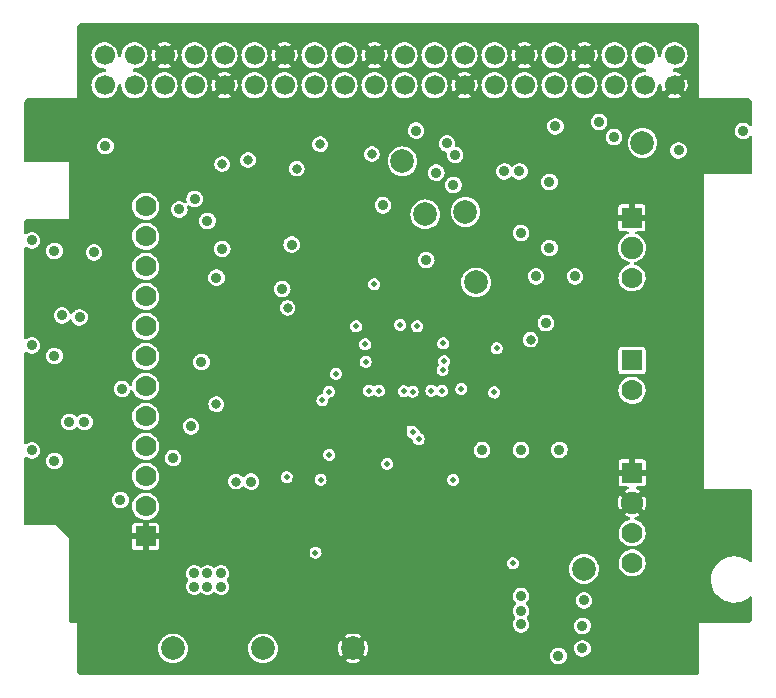
<source format=gbr>
%TF.GenerationSoftware,KiCad,Pcbnew,7.0.10-7.0.10~ubuntu22.04.1*%
%TF.CreationDate,2024-02-04T10:47:15-08:00*%
%TF.ProjectId,PI-Power-Board,50492d50-6f77-4657-922d-426f6172642e,rev?*%
%TF.SameCoordinates,Original*%
%TF.FileFunction,Copper,L3,Inr*%
%TF.FilePolarity,Positive*%
%FSLAX46Y46*%
G04 Gerber Fmt 4.6, Leading zero omitted, Abs format (unit mm)*
G04 Created by KiCad (PCBNEW 7.0.10-7.0.10~ubuntu22.04.1) date 2024-02-04 10:47:15*
%MOMM*%
%LPD*%
G01*
G04 APERTURE LIST*
%TA.AperFunction,ComponentPad*%
%ADD10C,2.000000*%
%TD*%
%TA.AperFunction,ComponentPad*%
%ADD11R,1.778000X1.778000*%
%TD*%
%TA.AperFunction,ComponentPad*%
%ADD12C,1.905000*%
%TD*%
%TA.AperFunction,ComponentPad*%
%ADD13C,1.778000*%
%TD*%
%TA.AperFunction,ComponentPad*%
%ADD14C,1.700000*%
%TD*%
%TA.AperFunction,ComponentPad*%
%ADD15C,0.400000*%
%TD*%
%TA.AperFunction,ViaPad*%
%ADD16C,0.889000*%
%TD*%
%TA.AperFunction,ViaPad*%
%ADD17C,0.800000*%
%TD*%
%TA.AperFunction,ViaPad*%
%ADD18C,0.508000*%
%TD*%
%TA.AperFunction,Conductor*%
%ADD19C,1.016000*%
%TD*%
G04 APERTURE END LIST*
D10*
%TO.N,/~{CAN_INT1}*%
%TO.C,TP7*%
X95529400Y-86690200D03*
%TD*%
D11*
%TO.N,GND*%
%TO.C,J5*%
X113043500Y-108585000D03*
D12*
X113043500Y-111125000D03*
D13*
%TO.N,/VBAT*%
X113043500Y-113665000D03*
X113043500Y-116205000D03*
%TD*%
D10*
%TO.N,/VBAT*%
%TO.C,TP2*%
X108966000Y-116713000D03*
%TD*%
D11*
%TO.N,GND*%
%TO.C,J3*%
X71857000Y-113970000D03*
D13*
%TO.N,+5V*%
X71857000Y-111430000D03*
%TO.N,/SCK_L*%
X71857000Y-108890000D03*
%TO.N,/SCK_H*%
X71857000Y-106350000D03*
%TO.N,/DR_L*%
X71857000Y-103810000D03*
%TO.N,/DR_H*%
X71857000Y-101270000D03*
%TO.N,/MOSI_L*%
X71857000Y-98730000D03*
%TO.N,/MOSI_H*%
X71857000Y-96190000D03*
%TO.N,/MISO_L*%
X71857000Y-93650000D03*
%TO.N,/MISO_H*%
X71857000Y-91110000D03*
%TO.N,/CS_L*%
X71857000Y-88570000D03*
%TO.N,/CS_H*%
X71857000Y-86030000D03*
%TD*%
D11*
%TO.N,/CAN-FD/CAN_L*%
%TO.C,J4*%
X113030000Y-99060000D03*
D13*
%TO.N,/CAN-FD/CAN_H*%
X113030000Y-101600000D03*
%TD*%
D10*
%TO.N,Net-(TP9-Pad1)*%
%TO.C,TP9*%
X93599000Y-82194400D03*
%TD*%
%TO.N,/3V-3.3V-PS/3V3_{OUT}*%
%TO.C,TP3*%
X74168000Y-123444000D03*
%TD*%
D14*
%TO.N,unconnected-(J1-Pad1)*%
%TO.C,J1*%
X68370000Y-75770000D03*
%TO.N,+5V*%
X68370000Y-73230000D03*
%TO.N,unconnected-(J1-Pad3)*%
X70910000Y-75770000D03*
%TO.N,+5V*%
X70910000Y-73230000D03*
%TO.N,unconnected-(J1-Pad5)*%
X73450000Y-75770000D03*
%TO.N,GND*%
X73450000Y-73230000D03*
%TO.N,/SPI2_CLK*%
X75990000Y-75770000D03*
%TO.N,/UART2_TXD*%
X75990000Y-73230000D03*
%TO.N,GND*%
X78530000Y-75770000D03*
%TO.N,/UART2_RXD*%
X78530000Y-73230000D03*
%TO.N,/PWM0*%
X81070000Y-75770000D03*
%TO.N,unconnected-(J1-Pad12)*%
X81070000Y-73230000D03*
%TO.N,/PWM1*%
X83610000Y-75770000D03*
%TO.N,GND*%
X83610000Y-73230000D03*
%TO.N,unconnected-(J1-Pad15)*%
X86150000Y-75770000D03*
%TO.N,unconnected-(J1-Pad16)*%
X86150000Y-73230000D03*
%TO.N,/3V3_PI*%
X88690000Y-75770000D03*
%TO.N,unconnected-(J1-Pad18)*%
X88690000Y-73230000D03*
%TO.N,/SPI1_TXD*%
X91230000Y-75770000D03*
%TO.N,GND*%
X91230000Y-73230000D03*
%TO.N,/SPI1_RXD*%
X93770000Y-75770000D03*
%TO.N,unconnected-(J1-Pad22)*%
X93770000Y-73230000D03*
%TO.N,/SPI1_CLK*%
X96310000Y-75770000D03*
%TO.N,/~{SPI1_CS}*%
X96310000Y-73230000D03*
%TO.N,GND*%
X98850000Y-75770000D03*
%TO.N,unconnected-(J1-Pad26)*%
X98850000Y-73230000D03*
%TO.N,unconnected-(J1-Pad27)*%
X101390000Y-75770000D03*
%TO.N,unconnected-(J1-Pad28)*%
X101390000Y-73230000D03*
%TO.N,/SPI2_TXD*%
X103930000Y-75770000D03*
%TO.N,GND*%
X103930000Y-73230000D03*
%TO.N,/SPI2_RXD*%
X106470000Y-75770000D03*
%TO.N,/DR*%
X106470000Y-73230000D03*
%TO.N,/~{SPI2_CS}*%
X109010000Y-75770000D03*
%TO.N,GND*%
X109010000Y-73230000D03*
%TO.N,/~{CAN_INT}*%
X111550000Y-75770000D03*
%TO.N,/~{CAN_INT1}*%
X111550000Y-73230000D03*
%TO.N,/~{CAN_INT0}*%
X114090000Y-75770000D03*
%TO.N,unconnected-(J1-Pad38)*%
X114090000Y-73230000D03*
%TO.N,GND*%
X116630000Y-75770000D03*
%TO.N,unconnected-(J1-Pad40)*%
X116630000Y-73230000D03*
%TD*%
D10*
%TO.N,/~{CAN_INT0}*%
%TO.C,TP6*%
X98933000Y-86487000D03*
%TD*%
%TO.N,/5V PowerSupply/V_{OSNS}*%
%TO.C,TP4*%
X81788000Y-123444000D03*
%TD*%
%TO.N,GND*%
%TO.C,TP5*%
X89408000Y-123444000D03*
%TD*%
%TO.N,/~{CAN_INT}*%
%TO.C,TP8*%
X113919000Y-80645000D03*
%TD*%
%TO.N,/3V-3.3V-PS/3V0_{OUT}*%
%TO.C,TP1*%
X99822000Y-92456000D03*
%TD*%
D15*
%TO.N,GND*%
%TO.C,U5*%
X93599000Y-97921000D03*
X95124000Y-98946000D03*
X93599000Y-98946000D03*
X92074000Y-98946000D03*
X93599000Y-99971000D03*
%TD*%
D11*
%TO.N,GND*%
%TO.C,J2*%
X113030000Y-86995000D03*
D12*
%TO.N,/UART2_TXD*%
X113030000Y-89535000D03*
D13*
%TO.N,/UART2_RXD*%
X113030000Y-92075000D03*
%TD*%
D16*
%TO.N,GND*%
X79629000Y-93014800D03*
X62230000Y-101600000D03*
D17*
X81762600Y-85115400D03*
D18*
X100844440Y-97918665D03*
D17*
X86741000Y-82804000D03*
D16*
X62230000Y-92710000D03*
D18*
X90805000Y-96443800D03*
D16*
X78409800Y-90957400D03*
X94691200Y-104190800D03*
D18*
X92710000Y-92659200D03*
D16*
X106172000Y-114808000D03*
X80772000Y-105029000D03*
X117094000Y-122936000D03*
X117094000Y-121920000D03*
D18*
X89662000Y-92633800D03*
D16*
X106934000Y-103759000D03*
D17*
X90932000Y-83128400D03*
D16*
X79770108Y-97726500D03*
X108331000Y-84201000D03*
X67415103Y-98577900D03*
X68199000Y-104394000D03*
D18*
X91706393Y-103576903D03*
X95732600Y-92633800D03*
D16*
X106934000Y-117983000D03*
X122558000Y-81280000D03*
D18*
X92379800Y-103581200D03*
D17*
X108204000Y-97536000D03*
D16*
X84836000Y-105029000D03*
X82804000Y-105029000D03*
D17*
X83312000Y-85090000D03*
D16*
X109982000Y-84201000D03*
X106934000Y-95504000D03*
X84840600Y-90271600D03*
X103632000Y-103759000D03*
X62230000Y-110490000D03*
X89779626Y-104381800D03*
X101219000Y-86360000D03*
D18*
X94208600Y-92633800D03*
D16*
X67945000Y-86614000D03*
X117856000Y-99187000D03*
D18*
X94487443Y-105154049D03*
D17*
X79690001Y-95615801D03*
D16*
X101219000Y-123952000D03*
D18*
X93065600Y-103581200D03*
D16*
X100330000Y-103759000D03*
D18*
%TO.N,Net-(C2-Pad2)*%
X91211400Y-92608400D03*
%TO.N,/5V PowerSupply/SS*%
X93395800Y-96062800D03*
%TO.N,/5V PowerSupply/V_{IN}*%
X97053400Y-97612200D03*
D16*
%TO.N,Net-(D1-Pad2)*%
X116970000Y-81280000D03*
%TO.N,/5V PowerSupply/V_{P}*%
X100330000Y-106654600D03*
X103632000Y-120269000D03*
D18*
X101371400Y-101777800D03*
D16*
X103632000Y-121412000D03*
X103632000Y-106629200D03*
X106883200Y-106629200D03*
X103632000Y-118999000D03*
D18*
%TO.N,/5V PowerSupply/CS*%
X87960200Y-100203000D03*
%TO.N,/5V PowerSupply/CSG*%
X90473214Y-99184547D03*
%TO.N,/5V PowerSupply/BIAS*%
X87351100Y-101727000D03*
X96046051Y-101616749D03*
%TO.N,/5V PowerSupply/V_{CC}*%
X94456098Y-101708102D03*
%TO.N,/5V PowerSupply/BOOT_{1}*%
X98583674Y-101481447D03*
%TO.N,/5V PowerSupply/SW1*%
X97114337Y-99144936D03*
X97891600Y-109169200D03*
%TO.N,/5V PowerSupply/SW2*%
X90754200Y-101625400D03*
X86664800Y-109169200D03*
D16*
%TO.N,/5V PowerSupply/V_{OSNS}*%
X80772000Y-109321600D03*
D18*
X90441800Y-97696000D03*
X83794600Y-108940600D03*
D17*
X79502000Y-109321600D03*
%TO.N,+3V0*%
X104444800Y-97307400D03*
X84658200Y-82829400D03*
D16*
X98044000Y-81661000D03*
X106045000Y-89535000D03*
X95605600Y-90551000D03*
X111506000Y-80137000D03*
D17*
X91008200Y-81584800D03*
D18*
%TO.N,Net-(D2-Pad1)*%
X101575100Y-98044000D03*
%TO.N,/5V PowerSupply/HDRV1*%
X96992876Y-99870949D03*
X102946200Y-116230400D03*
%TO.N,/5V PowerSupply/R_{CSP}*%
X94959192Y-105719115D03*
%TO.N,/5V PowerSupply/LDRV1*%
X92301924Y-107824676D03*
X96928694Y-101637994D03*
%TO.N,/5V PowerSupply/HDRV2*%
X86817200Y-102438200D03*
X86233000Y-115341400D03*
X91592400Y-101625400D03*
%TO.N,/5V PowerSupply/LDRV2*%
X93720696Y-101676001D03*
X87401400Y-107061000D03*
D16*
%TO.N,+5V*%
X75946000Y-117094000D03*
X105737404Y-95912465D03*
X78232000Y-117094000D03*
X77089000Y-117094000D03*
X122431000Y-79629000D03*
X75946000Y-118211600D03*
X78333600Y-89611200D03*
X78232000Y-118211600D03*
X77089000Y-118211600D03*
X76581000Y-99192500D03*
%TO.N,Net-(R4-Pad2)*%
X103632000Y-88265000D03*
%TO.N,Net-(R20-Pad2)*%
X83413600Y-93014800D03*
D17*
%TO.N,Net-(R27-Pad2)*%
X77825600Y-102768400D03*
D16*
%TO.N,Net-(U1-Pad2)*%
X64770000Y-95250000D03*
D17*
%TO.N,/3V-3.3V-PS/3V3_{OUT}*%
X83870800Y-94615000D03*
D16*
X75692000Y-104648000D03*
%TO.N,Net-(U4-Pad1)*%
X108204000Y-91948000D03*
%TO.N,/VBAT*%
X108839000Y-123444000D03*
X106807000Y-124079000D03*
X108966000Y-119380000D03*
X108839000Y-121539000D03*
%TO.N,/SPI1_RXD*%
X96455795Y-83171595D03*
%TO.N,/DR*%
X106553000Y-79248000D03*
X65405000Y-104267000D03*
%TO.N,/SPI2_CLK*%
X97917000Y-84201000D03*
X75996800Y-85394800D03*
%TO.N,/UART2_TXD*%
X74701400Y-86283800D03*
%TO.N,/UART2_RXD*%
X77089000Y-87249000D03*
%TO.N,/SPI1_TXD*%
X66255196Y-95415804D03*
X91948000Y-85928700D03*
%TO.N,/SPI1_CLK*%
X97358200Y-80695800D03*
X66675000Y-104267000D03*
D17*
X78333600Y-82442600D03*
D16*
%TO.N,/~{SPI1_CS}*%
X68453000Y-80924400D03*
X94732019Y-79603100D03*
%TO.N,/MOSI_H*%
X69850000Y-101473000D03*
%TO.N,/3V-3.3V-PS/3V0_{OUT}*%
X84216502Y-89258532D03*
%TO.N,/~{CAN_INT0}*%
X106045000Y-83947000D03*
%TO.N,/~{CAN_INT1}*%
X110250893Y-78892900D03*
X103505000Y-83058000D03*
%TO.N,/SCK_H*%
X69723000Y-110871000D03*
%TO.N,Net-(U4-Pad4)*%
X104902000Y-91948000D03*
D18*
%TO.N,/5V PowerSupply/RT*%
X94843600Y-96164400D03*
%TO.N,/5V PowerSupply/FB*%
X89662000Y-96162198D03*
D16*
%TO.N,/3V3_PI*%
X77851000Y-92049600D03*
D17*
%TO.N,+3V3*%
X80518000Y-82098600D03*
D16*
X62230000Y-88900000D03*
X67487800Y-89916000D03*
X74168000Y-107315000D03*
X64135000Y-107569000D03*
X62230000Y-97790000D03*
X62230000Y-106680000D03*
D17*
X86614000Y-80758200D03*
D16*
X64135000Y-89789000D03*
X64135000Y-98679000D03*
%TO.N,/~{CAN_INT}*%
X102235000Y-83058000D03*
%TD*%
D19*
%TO.N,GND*%
X95124000Y-98946000D02*
X93599000Y-98946000D01*
X93599000Y-97921000D02*
X93599000Y-99971000D01*
X92074000Y-98946000D02*
X93599000Y-98946000D01*
%TD*%
%TA.AperFunction,Conductor*%
%TO.N,GND*%
G36*
X118373793Y-70486551D02*
G01*
X118462029Y-70500526D01*
X118499514Y-70512706D01*
X118570168Y-70548707D01*
X118602057Y-70571876D01*
X118658124Y-70627943D01*
X118681293Y-70659832D01*
X118717294Y-70730486D01*
X118729475Y-70767974D01*
X118743449Y-70856207D01*
X118745000Y-70875917D01*
X118745000Y-76835000D01*
X122799083Y-76835000D01*
X122818793Y-76836551D01*
X122907029Y-76850526D01*
X122944514Y-76862706D01*
X123015168Y-76898707D01*
X123047057Y-76921876D01*
X123103124Y-76977943D01*
X123126293Y-77009832D01*
X123162294Y-77080486D01*
X123174475Y-77117974D01*
X123188449Y-77206207D01*
X123190000Y-77225917D01*
X123190000Y-79093408D01*
X123169998Y-79161529D01*
X123116342Y-79208022D01*
X123046068Y-79218126D01*
X122981488Y-79188632D01*
X122969103Y-79174780D01*
X122968506Y-79175307D01*
X122963480Y-79169606D01*
X122959179Y-79163348D01*
X122953508Y-79158295D01*
X122838531Y-79055854D01*
X122838528Y-79055852D01*
X122832859Y-79050801D01*
X122683339Y-78971634D01*
X122672964Y-78969028D01*
X122526622Y-78932269D01*
X122526618Y-78932269D01*
X122519251Y-78930418D01*
X122511652Y-78930378D01*
X122511650Y-78930378D01*
X122441308Y-78930010D01*
X122350069Y-78929532D01*
X122342688Y-78931304D01*
X122192938Y-78967256D01*
X122192935Y-78967257D01*
X122185559Y-78969028D01*
X122035218Y-79046624D01*
X122029497Y-79051614D01*
X122029495Y-79051616D01*
X121931104Y-79137448D01*
X121907726Y-79157842D01*
X121903356Y-79164060D01*
X121824067Y-79276878D01*
X121810444Y-79296261D01*
X121748988Y-79453889D01*
X121746280Y-79474457D01*
X121729321Y-79603276D01*
X121726905Y-79621626D01*
X121745470Y-79789790D01*
X121748080Y-79796922D01*
X121790267Y-79912202D01*
X121803612Y-79948670D01*
X121807848Y-79954973D01*
X121807848Y-79954974D01*
X121893740Y-80082796D01*
X121893743Y-80082799D01*
X121897974Y-80089096D01*
X122023108Y-80202959D01*
X122084712Y-80236407D01*
X122147666Y-80270588D01*
X122171791Y-80283687D01*
X122335438Y-80326619D01*
X122423047Y-80327996D01*
X122497004Y-80329158D01*
X122497007Y-80329158D01*
X122504602Y-80329277D01*
X122581255Y-80311721D01*
X122662114Y-80293202D01*
X122662118Y-80293201D01*
X122669517Y-80291506D01*
X122820662Y-80215488D01*
X122826433Y-80210559D01*
X122826436Y-80210557D01*
X122943539Y-80110541D01*
X122943540Y-80110540D01*
X122949311Y-80105611D01*
X122957508Y-80094204D01*
X122961678Y-80088401D01*
X123017672Y-80044754D01*
X123088376Y-80038308D01*
X123151340Y-80071111D01*
X123186574Y-80132748D01*
X123190000Y-80161928D01*
X123190000Y-83186000D01*
X123169998Y-83254121D01*
X123116342Y-83300614D01*
X123064000Y-83312000D01*
X119126000Y-83312000D01*
X119126000Y-109982000D01*
X123064000Y-109982000D01*
X123132121Y-110002002D01*
X123178614Y-110055658D01*
X123190000Y-110108000D01*
X123190000Y-116043923D01*
X123169998Y-116112044D01*
X123116342Y-116158537D01*
X123046068Y-116168641D01*
X122985995Y-116142874D01*
X122806636Y-116001478D01*
X122788393Y-115987096D01*
X122788391Y-115987095D01*
X122784898Y-115984341D01*
X122653561Y-115908054D01*
X122549412Y-115847559D01*
X122549406Y-115847556D01*
X122545558Y-115845321D01*
X122350314Y-115766239D01*
X122293148Y-115743084D01*
X122293145Y-115743083D01*
X122289017Y-115741411D01*
X122154706Y-115708048D01*
X122024719Y-115675759D01*
X122024715Y-115675758D01*
X122020394Y-115674685D01*
X121784344Y-115650500D01*
X121612983Y-115650500D01*
X121407405Y-115665056D01*
X121403050Y-115665994D01*
X121403047Y-115665994D01*
X121141166Y-115722375D01*
X121141164Y-115722375D01*
X121136819Y-115723311D01*
X120877140Y-115819112D01*
X120873222Y-115821226D01*
X120827486Y-115845904D01*
X120633551Y-115950545D01*
X120410911Y-116114990D01*
X120407732Y-116118119D01*
X120407729Y-116118122D01*
X120319476Y-116205000D01*
X120213663Y-116309164D01*
X120210962Y-116312703D01*
X120210956Y-116312710D01*
X120049450Y-116524334D01*
X120045741Y-116529194D01*
X119910498Y-116770688D01*
X119908890Y-116774846D01*
X119908887Y-116774851D01*
X119813763Y-117020732D01*
X119810630Y-117028830D01*
X119809626Y-117033162D01*
X119809625Y-117033165D01*
X119795484Y-117094176D01*
X119748132Y-117298468D01*
X119724249Y-117574222D01*
X119724493Y-117578657D01*
X119724493Y-117578661D01*
X119736999Y-117805905D01*
X119739458Y-117850590D01*
X119793456Y-118122057D01*
X119885166Y-118383209D01*
X120012758Y-118628832D01*
X120015341Y-118632447D01*
X120015345Y-118632453D01*
X120171097Y-118850407D01*
X120173685Y-118854028D01*
X120231907Y-118915060D01*
X120358613Y-119047882D01*
X120364737Y-119054302D01*
X120368232Y-119057058D01*
X120368234Y-119057059D01*
X120555818Y-119204938D01*
X120582102Y-119225659D01*
X120635731Y-119256809D01*
X120817588Y-119362441D01*
X120817594Y-119362444D01*
X120821442Y-119364679D01*
X120895674Y-119394746D01*
X121073852Y-119466916D01*
X121073855Y-119466917D01*
X121077983Y-119468589D01*
X121212294Y-119501952D01*
X121342281Y-119534241D01*
X121342285Y-119534242D01*
X121346606Y-119535315D01*
X121582656Y-119559500D01*
X121754017Y-119559500D01*
X121959595Y-119544944D01*
X121963950Y-119544006D01*
X121963953Y-119544006D01*
X122225834Y-119487625D01*
X122225836Y-119487625D01*
X122230181Y-119486689D01*
X122468343Y-119398826D01*
X122485683Y-119392429D01*
X122489860Y-119390888D01*
X122493778Y-119388774D01*
X122729533Y-119261568D01*
X122729534Y-119261568D01*
X122733449Y-119259455D01*
X122956089Y-119095010D01*
X122960292Y-119090873D01*
X122975607Y-119075796D01*
X123038184Y-119042261D01*
X123108958Y-119047882D01*
X123165458Y-119090873D01*
X123189746Y-119157586D01*
X123190000Y-119165588D01*
X123190000Y-120894083D01*
X123188449Y-120913793D01*
X123180204Y-120965854D01*
X123174475Y-121002026D01*
X123162294Y-121039514D01*
X123126293Y-121110168D01*
X123103124Y-121142057D01*
X123047057Y-121198124D01*
X123015168Y-121221293D01*
X122944514Y-121257294D01*
X122907029Y-121269474D01*
X122818793Y-121283449D01*
X122799083Y-121285000D01*
X118745000Y-121285000D01*
X118745000Y-125339083D01*
X118743449Y-125358793D01*
X118729475Y-125447026D01*
X118717294Y-125484514D01*
X118681293Y-125555168D01*
X118658124Y-125587057D01*
X118602057Y-125643124D01*
X118570168Y-125666293D01*
X118499514Y-125702294D01*
X118462029Y-125714474D01*
X118373793Y-125728449D01*
X118354083Y-125730000D01*
X66430917Y-125730000D01*
X66411207Y-125728449D01*
X66322971Y-125714474D01*
X66285486Y-125702294D01*
X66214832Y-125666293D01*
X66182943Y-125643124D01*
X66126876Y-125587057D01*
X66103707Y-125555168D01*
X66067706Y-125484514D01*
X66055525Y-125447026D01*
X66041551Y-125358793D01*
X66040000Y-125339083D01*
X66040000Y-123444000D01*
X72908708Y-123444000D01*
X72927839Y-123662674D01*
X72984653Y-123874703D01*
X73003186Y-123914447D01*
X73075095Y-124068659D01*
X73075098Y-124068664D01*
X73077421Y-124073646D01*
X73080577Y-124078153D01*
X73080578Y-124078155D01*
X73197792Y-124245553D01*
X73203326Y-124253457D01*
X73358543Y-124408674D01*
X73363051Y-124411831D01*
X73363054Y-124411833D01*
X73495608Y-124504648D01*
X73538354Y-124534579D01*
X73543336Y-124536902D01*
X73543341Y-124536905D01*
X73594030Y-124560541D01*
X73737297Y-124627347D01*
X73949326Y-124684161D01*
X74168000Y-124703292D01*
X74386674Y-124684161D01*
X74598703Y-124627347D01*
X74741970Y-124560541D01*
X74792659Y-124536905D01*
X74792664Y-124536902D01*
X74797646Y-124534579D01*
X74840392Y-124504648D01*
X74972946Y-124411833D01*
X74972949Y-124411831D01*
X74977457Y-124408674D01*
X75132674Y-124253457D01*
X75138209Y-124245553D01*
X75255422Y-124078155D01*
X75255423Y-124078153D01*
X75258579Y-124073646D01*
X75260902Y-124068664D01*
X75260905Y-124068659D01*
X75332814Y-123914447D01*
X75351347Y-123874703D01*
X75408161Y-123662674D01*
X75427292Y-123444000D01*
X80528708Y-123444000D01*
X80547839Y-123662674D01*
X80604653Y-123874703D01*
X80623186Y-123914447D01*
X80695095Y-124068659D01*
X80695098Y-124068664D01*
X80697421Y-124073646D01*
X80700577Y-124078153D01*
X80700578Y-124078155D01*
X80817792Y-124245553D01*
X80823326Y-124253457D01*
X80978543Y-124408674D01*
X80983051Y-124411831D01*
X80983054Y-124411833D01*
X81115608Y-124504648D01*
X81158354Y-124534579D01*
X81163336Y-124536902D01*
X81163341Y-124536905D01*
X81214030Y-124560541D01*
X81357297Y-124627347D01*
X81569326Y-124684161D01*
X81788000Y-124703292D01*
X82006674Y-124684161D01*
X82218703Y-124627347D01*
X82361970Y-124560541D01*
X82412659Y-124536905D01*
X82412664Y-124536902D01*
X82417646Y-124534579D01*
X82460392Y-124504648D01*
X82479471Y-124491289D01*
X88725265Y-124491289D01*
X88734561Y-124503304D01*
X88774100Y-124530989D01*
X88783590Y-124536469D01*
X88972486Y-124624553D01*
X88982778Y-124628299D01*
X89184098Y-124682242D01*
X89194893Y-124684145D01*
X89402525Y-124702311D01*
X89413475Y-124702311D01*
X89621107Y-124684145D01*
X89631902Y-124682242D01*
X89833222Y-124628299D01*
X89843514Y-124624553D01*
X90032410Y-124536469D01*
X90041900Y-124530989D01*
X90082278Y-124502717D01*
X90090652Y-124492242D01*
X90083583Y-124478793D01*
X89420812Y-123816022D01*
X89406868Y-123808408D01*
X89405035Y-123808539D01*
X89398420Y-123812790D01*
X88731695Y-124479515D01*
X88725265Y-124491289D01*
X82479471Y-124491289D01*
X82592946Y-124411833D01*
X82592949Y-124411831D01*
X82597457Y-124408674D01*
X82752674Y-124253457D01*
X82758209Y-124245553D01*
X82875422Y-124078155D01*
X82875423Y-124078153D01*
X82878579Y-124073646D01*
X82880902Y-124068664D01*
X82880905Y-124068659D01*
X82952814Y-123914447D01*
X82971347Y-123874703D01*
X83028161Y-123662674D01*
X83046813Y-123449475D01*
X88149689Y-123449475D01*
X88167855Y-123657107D01*
X88169758Y-123667902D01*
X88223701Y-123869222D01*
X88227447Y-123879514D01*
X88315531Y-124068410D01*
X88321011Y-124077900D01*
X88349283Y-124118278D01*
X88359758Y-124126652D01*
X88373207Y-124119583D01*
X89035978Y-123456812D01*
X89042356Y-123445132D01*
X89772408Y-123445132D01*
X89772539Y-123446965D01*
X89776790Y-123453580D01*
X90443515Y-124120305D01*
X90455289Y-124126735D01*
X90467304Y-124117439D01*
X90494989Y-124077900D01*
X90498612Y-124071626D01*
X106102905Y-124071626D01*
X106121470Y-124239790D01*
X106179612Y-124398670D01*
X106183848Y-124404973D01*
X106183848Y-124404974D01*
X106269740Y-124532796D01*
X106269743Y-124532799D01*
X106273974Y-124539096D01*
X106399108Y-124652959D01*
X106547791Y-124733687D01*
X106711438Y-124776619D01*
X106799047Y-124777996D01*
X106873004Y-124779158D01*
X106873007Y-124779158D01*
X106880602Y-124779277D01*
X106938723Y-124765965D01*
X107038114Y-124743202D01*
X107038118Y-124743201D01*
X107045517Y-124741506D01*
X107196662Y-124665488D01*
X107202433Y-124660559D01*
X107202436Y-124660557D01*
X107319539Y-124560541D01*
X107319540Y-124560540D01*
X107325311Y-124555611D01*
X107424037Y-124418219D01*
X107429362Y-124404974D01*
X107448820Y-124356569D01*
X107487141Y-124261243D01*
X107510980Y-124093746D01*
X107511134Y-124079000D01*
X107510487Y-124073646D01*
X107492639Y-123926165D01*
X107490809Y-123911040D01*
X107431006Y-123752778D01*
X107369080Y-123662674D01*
X107339481Y-123619607D01*
X107339479Y-123619605D01*
X107335179Y-123613348D01*
X107329508Y-123608295D01*
X107214531Y-123505854D01*
X107214528Y-123505852D01*
X107208859Y-123500801D01*
X107087654Y-123436626D01*
X108134905Y-123436626D01*
X108153470Y-123604790D01*
X108156080Y-123611922D01*
X108207834Y-123753345D01*
X108211612Y-123763670D01*
X108215848Y-123769973D01*
X108215848Y-123769974D01*
X108301740Y-123897796D01*
X108301743Y-123897799D01*
X108305974Y-123904096D01*
X108314021Y-123911418D01*
X108415272Y-124003549D01*
X108431108Y-124017959D01*
X108437783Y-124021583D01*
X108524028Y-124068410D01*
X108579791Y-124098687D01*
X108743438Y-124141619D01*
X108831047Y-124142996D01*
X108905004Y-124144158D01*
X108905007Y-124144158D01*
X108912602Y-124144277D01*
X108989556Y-124126652D01*
X109070114Y-124108202D01*
X109070118Y-124108201D01*
X109077517Y-124106506D01*
X109228662Y-124030488D01*
X109234433Y-124025559D01*
X109234436Y-124025557D01*
X109351539Y-123925541D01*
X109351540Y-123925540D01*
X109357311Y-123920611D01*
X109456037Y-123783219D01*
X109461362Y-123769974D01*
X109480820Y-123721569D01*
X109519141Y-123626243D01*
X109542980Y-123458746D01*
X109543134Y-123444000D01*
X109542472Y-123438525D01*
X109523721Y-123283580D01*
X109522809Y-123276040D01*
X109463006Y-123117778D01*
X109367179Y-122978348D01*
X109361508Y-122973295D01*
X109246531Y-122870854D01*
X109246528Y-122870852D01*
X109240859Y-122865801D01*
X109091339Y-122786634D01*
X109080964Y-122784028D01*
X108934622Y-122747269D01*
X108934618Y-122747269D01*
X108927251Y-122745418D01*
X108919652Y-122745378D01*
X108919650Y-122745378D01*
X108849308Y-122745010D01*
X108758069Y-122744532D01*
X108750688Y-122746304D01*
X108600938Y-122782256D01*
X108600935Y-122782257D01*
X108593559Y-122784028D01*
X108443218Y-122861624D01*
X108437497Y-122866614D01*
X108437495Y-122866616D01*
X108432637Y-122870854D01*
X108315726Y-122972842D01*
X108218444Y-123111261D01*
X108156988Y-123268889D01*
X108155997Y-123276418D01*
X108136411Y-123425188D01*
X108134905Y-123436626D01*
X107087654Y-123436626D01*
X107059339Y-123421634D01*
X107048964Y-123419028D01*
X106902622Y-123382269D01*
X106902618Y-123382269D01*
X106895251Y-123380418D01*
X106887652Y-123380378D01*
X106887650Y-123380378D01*
X106817308Y-123380010D01*
X106726069Y-123379532D01*
X106718688Y-123381304D01*
X106568938Y-123417256D01*
X106568935Y-123417257D01*
X106561559Y-123419028D01*
X106411218Y-123496624D01*
X106405497Y-123501614D01*
X106405495Y-123501616D01*
X106400637Y-123505854D01*
X106283726Y-123607842D01*
X106270794Y-123626243D01*
X106245190Y-123662674D01*
X106186444Y-123746261D01*
X106124988Y-123903889D01*
X106122055Y-123926165D01*
X106107872Y-124033900D01*
X106102905Y-124071626D01*
X90498612Y-124071626D01*
X90500469Y-124068410D01*
X90588553Y-123879514D01*
X90592299Y-123869222D01*
X90646242Y-123667902D01*
X90648145Y-123657107D01*
X90666311Y-123449475D01*
X90666311Y-123438525D01*
X90648145Y-123230893D01*
X90646242Y-123220098D01*
X90592299Y-123018778D01*
X90588553Y-123008486D01*
X90500469Y-122819590D01*
X90494989Y-122810100D01*
X90466717Y-122769722D01*
X90456242Y-122761348D01*
X90442793Y-122768417D01*
X89780022Y-123431188D01*
X89772408Y-123445132D01*
X89042356Y-123445132D01*
X89043592Y-123442868D01*
X89043461Y-123441035D01*
X89039210Y-123434420D01*
X88372485Y-122767695D01*
X88360711Y-122761265D01*
X88348696Y-122770561D01*
X88321011Y-122810100D01*
X88315531Y-122819590D01*
X88227447Y-123008486D01*
X88223701Y-123018778D01*
X88169758Y-123220098D01*
X88167855Y-123230893D01*
X88149689Y-123438525D01*
X88149689Y-123449475D01*
X83046813Y-123449475D01*
X83047292Y-123444000D01*
X83028161Y-123225326D01*
X82971347Y-123013297D01*
X82902569Y-122865801D01*
X82880905Y-122819341D01*
X82880902Y-122819336D01*
X82878579Y-122814354D01*
X82859783Y-122787510D01*
X82755833Y-122639054D01*
X82755831Y-122639051D01*
X82752674Y-122634543D01*
X82597457Y-122479326D01*
X82592949Y-122476169D01*
X82592946Y-122476167D01*
X82478110Y-122395758D01*
X88725348Y-122395758D01*
X88732417Y-122409207D01*
X89395188Y-123071978D01*
X89409132Y-123079592D01*
X89410965Y-123079461D01*
X89417580Y-123075210D01*
X90084305Y-122408485D01*
X90090735Y-122396711D01*
X90081439Y-122384696D01*
X90041900Y-122357011D01*
X90032410Y-122351531D01*
X89843514Y-122263447D01*
X89833222Y-122259701D01*
X89631902Y-122205758D01*
X89621107Y-122203855D01*
X89413475Y-122185689D01*
X89402525Y-122185689D01*
X89194893Y-122203855D01*
X89184098Y-122205758D01*
X88982778Y-122259701D01*
X88972486Y-122263447D01*
X88783590Y-122351531D01*
X88774100Y-122357011D01*
X88733722Y-122385283D01*
X88725348Y-122395758D01*
X82478110Y-122395758D01*
X82422155Y-122356578D01*
X82422153Y-122356577D01*
X82417646Y-122353421D01*
X82412664Y-122351098D01*
X82412659Y-122351095D01*
X82311884Y-122304104D01*
X82218703Y-122260653D01*
X82006674Y-122203839D01*
X81788000Y-122184708D01*
X81569326Y-122203839D01*
X81357297Y-122260653D01*
X81264116Y-122304104D01*
X81163341Y-122351095D01*
X81163336Y-122351098D01*
X81158354Y-122353421D01*
X81153847Y-122356577D01*
X81153845Y-122356578D01*
X80983054Y-122476167D01*
X80983051Y-122476169D01*
X80978543Y-122479326D01*
X80823326Y-122634543D01*
X80820169Y-122639051D01*
X80820167Y-122639054D01*
X80716217Y-122787510D01*
X80697421Y-122814354D01*
X80695098Y-122819336D01*
X80695095Y-122819341D01*
X80673431Y-122865801D01*
X80604653Y-123013297D01*
X80547839Y-123225326D01*
X80528708Y-123444000D01*
X75427292Y-123444000D01*
X75408161Y-123225326D01*
X75351347Y-123013297D01*
X75282569Y-122865801D01*
X75260905Y-122819341D01*
X75260902Y-122819336D01*
X75258579Y-122814354D01*
X75239783Y-122787510D01*
X75135833Y-122639054D01*
X75135831Y-122639051D01*
X75132674Y-122634543D01*
X74977457Y-122479326D01*
X74972949Y-122476169D01*
X74972946Y-122476167D01*
X74802155Y-122356578D01*
X74802153Y-122356577D01*
X74797646Y-122353421D01*
X74792664Y-122351098D01*
X74792659Y-122351095D01*
X74691884Y-122304104D01*
X74598703Y-122260653D01*
X74386674Y-122203839D01*
X74168000Y-122184708D01*
X73949326Y-122203839D01*
X73737297Y-122260653D01*
X73644116Y-122304104D01*
X73543341Y-122351095D01*
X73543336Y-122351098D01*
X73538354Y-122353421D01*
X73533847Y-122356577D01*
X73533845Y-122356578D01*
X73363054Y-122476167D01*
X73363051Y-122476169D01*
X73358543Y-122479326D01*
X73203326Y-122634543D01*
X73200169Y-122639051D01*
X73200167Y-122639054D01*
X73096217Y-122787510D01*
X73077421Y-122814354D01*
X73075098Y-122819336D01*
X73075095Y-122819341D01*
X73053431Y-122865801D01*
X72984653Y-123013297D01*
X72927839Y-123225326D01*
X72908708Y-123444000D01*
X66040000Y-123444000D01*
X66040000Y-121404626D01*
X102927905Y-121404626D01*
X102946470Y-121572790D01*
X102949080Y-121579922D01*
X102998044Y-121713721D01*
X103004612Y-121731670D01*
X103008848Y-121737973D01*
X103008848Y-121737974D01*
X103094740Y-121865796D01*
X103094743Y-121865799D01*
X103098974Y-121872096D01*
X103224108Y-121985959D01*
X103372791Y-122066687D01*
X103536438Y-122109619D01*
X103624047Y-122110996D01*
X103698004Y-122112158D01*
X103698007Y-122112158D01*
X103705602Y-122112277D01*
X103802178Y-122090158D01*
X103863114Y-122076202D01*
X103863118Y-122076201D01*
X103870517Y-122074506D01*
X104021662Y-121998488D01*
X104027433Y-121993559D01*
X104027436Y-121993557D01*
X104144539Y-121893541D01*
X104144540Y-121893540D01*
X104150311Y-121888611D01*
X104249037Y-121751219D01*
X104254362Y-121737974D01*
X104273820Y-121689569D01*
X104312141Y-121594243D01*
X104321053Y-121531626D01*
X108134905Y-121531626D01*
X108153470Y-121699790D01*
X108211612Y-121858670D01*
X108215848Y-121864973D01*
X108215848Y-121864974D01*
X108301740Y-121992796D01*
X108301743Y-121992799D01*
X108305974Y-121999096D01*
X108376274Y-122063064D01*
X108425319Y-122107691D01*
X108431108Y-122112959D01*
X108437783Y-122116583D01*
X108563254Y-122184708D01*
X108579791Y-122193687D01*
X108743438Y-122236619D01*
X108831047Y-122237996D01*
X108905004Y-122239158D01*
X108905007Y-122239158D01*
X108912602Y-122239277D01*
X108970723Y-122225965D01*
X109070114Y-122203202D01*
X109070118Y-122203201D01*
X109077517Y-122201506D01*
X109228662Y-122125488D01*
X109234433Y-122120559D01*
X109234436Y-122120557D01*
X109351539Y-122020541D01*
X109351540Y-122020540D01*
X109357311Y-122015611D01*
X109456037Y-121878219D01*
X109461362Y-121864974D01*
X109504612Y-121757385D01*
X109519141Y-121721243D01*
X109542980Y-121553746D01*
X109543134Y-121539000D01*
X109541331Y-121524095D01*
X109527787Y-121412176D01*
X109522809Y-121371040D01*
X109463006Y-121212778D01*
X109367179Y-121073348D01*
X109361508Y-121068295D01*
X109246531Y-120965854D01*
X109246528Y-120965852D01*
X109240859Y-120960801D01*
X109204023Y-120941297D01*
X109180537Y-120928862D01*
X109091339Y-120881634D01*
X109076800Y-120877982D01*
X108934622Y-120842269D01*
X108934618Y-120842269D01*
X108927251Y-120840418D01*
X108919652Y-120840378D01*
X108919650Y-120840378D01*
X108849308Y-120840010D01*
X108758069Y-120839532D01*
X108750688Y-120841304D01*
X108600938Y-120877256D01*
X108600935Y-120877257D01*
X108593559Y-120879028D01*
X108443218Y-120956624D01*
X108437497Y-120961614D01*
X108437495Y-120961616D01*
X108348199Y-121039514D01*
X108315726Y-121067842D01*
X108303120Y-121085778D01*
X108224163Y-121198124D01*
X108218444Y-121206261D01*
X108215682Y-121213344D01*
X108215682Y-121213345D01*
X108206503Y-121236889D01*
X108156988Y-121363889D01*
X108134905Y-121531626D01*
X104321053Y-121531626D01*
X104335980Y-121426746D01*
X104336134Y-121412000D01*
X104334331Y-121397095D01*
X104326222Y-121330091D01*
X104315809Y-121244040D01*
X104256006Y-121085778D01*
X104173585Y-120965854D01*
X104164481Y-120952607D01*
X104164479Y-120952605D01*
X104160179Y-120946348D01*
X104148156Y-120935636D01*
X104110603Y-120875385D01*
X104111584Y-120804395D01*
X104141845Y-120758390D01*
X104139394Y-120756136D01*
X104144539Y-120750541D01*
X104150311Y-120745611D01*
X104249037Y-120608219D01*
X104254362Y-120594974D01*
X104273820Y-120546569D01*
X104312141Y-120451243D01*
X104335980Y-120283746D01*
X104336134Y-120269000D01*
X104334331Y-120254095D01*
X104316721Y-120108580D01*
X104315809Y-120101040D01*
X104256006Y-119942778D01*
X104200174Y-119861541D01*
X104164481Y-119809607D01*
X104164479Y-119809605D01*
X104160179Y-119803348D01*
X104075379Y-119727794D01*
X104037825Y-119667546D01*
X104038805Y-119596556D01*
X104077370Y-119537909D01*
X104144536Y-119480544D01*
X104144539Y-119480541D01*
X104150311Y-119475611D01*
X104224313Y-119372626D01*
X108261905Y-119372626D01*
X108280470Y-119540790D01*
X108283080Y-119547922D01*
X108314451Y-119633646D01*
X108338612Y-119699670D01*
X108342848Y-119705973D01*
X108342848Y-119705974D01*
X108428740Y-119833796D01*
X108428743Y-119833799D01*
X108432974Y-119840096D01*
X108558108Y-119953959D01*
X108706791Y-120034687D01*
X108870438Y-120077619D01*
X108958047Y-120078996D01*
X109032004Y-120080158D01*
X109032007Y-120080158D01*
X109039602Y-120080277D01*
X109097723Y-120066965D01*
X109197114Y-120044202D01*
X109197118Y-120044201D01*
X109204517Y-120042506D01*
X109355662Y-119966488D01*
X109361433Y-119961559D01*
X109361436Y-119961557D01*
X109478539Y-119861541D01*
X109478540Y-119861540D01*
X109484311Y-119856611D01*
X109583037Y-119719219D01*
X109588362Y-119705974D01*
X109632347Y-119596556D01*
X109646141Y-119562243D01*
X109669980Y-119394746D01*
X109670134Y-119380000D01*
X109668331Y-119365095D01*
X109655547Y-119259455D01*
X109649809Y-119212040D01*
X109590006Y-119053778D01*
X109549545Y-118994906D01*
X109498481Y-118920607D01*
X109498479Y-118920605D01*
X109494179Y-118914348D01*
X109488508Y-118909295D01*
X109373531Y-118806854D01*
X109373528Y-118806852D01*
X109367859Y-118801801D01*
X109360847Y-118798088D01*
X109225051Y-118726188D01*
X109225052Y-118726188D01*
X109218339Y-118722634D01*
X109207964Y-118720028D01*
X109061622Y-118683269D01*
X109061618Y-118683269D01*
X109054251Y-118681418D01*
X109046652Y-118681378D01*
X109046650Y-118681378D01*
X108976308Y-118681010D01*
X108885069Y-118680532D01*
X108877688Y-118682304D01*
X108727938Y-118718256D01*
X108727935Y-118718257D01*
X108720559Y-118720028D01*
X108570218Y-118797624D01*
X108564497Y-118802614D01*
X108564495Y-118802616D01*
X108451903Y-118900836D01*
X108442726Y-118908842D01*
X108428117Y-118929628D01*
X108368999Y-119013746D01*
X108345444Y-119047261D01*
X108283988Y-119204889D01*
X108277153Y-119256809D01*
X108263246Y-119362441D01*
X108261905Y-119372626D01*
X104224313Y-119372626D01*
X104249037Y-119338219D01*
X104254362Y-119324974D01*
X104273820Y-119276569D01*
X104312141Y-119181243D01*
X104335980Y-119013746D01*
X104336134Y-118999000D01*
X104334331Y-118984095D01*
X104325279Y-118909295D01*
X104315809Y-118831040D01*
X104256006Y-118672778D01*
X104176424Y-118556985D01*
X104164481Y-118539607D01*
X104164479Y-118539605D01*
X104160179Y-118533348D01*
X104154508Y-118528295D01*
X104039531Y-118425854D01*
X104039528Y-118425852D01*
X104033859Y-118420801D01*
X103884339Y-118341634D01*
X103873964Y-118339028D01*
X103727622Y-118302269D01*
X103727618Y-118302269D01*
X103720251Y-118300418D01*
X103712652Y-118300378D01*
X103712650Y-118300378D01*
X103642308Y-118300010D01*
X103551069Y-118299532D01*
X103543688Y-118301304D01*
X103393938Y-118337256D01*
X103393935Y-118337257D01*
X103386559Y-118339028D01*
X103236218Y-118416624D01*
X103230497Y-118421614D01*
X103230495Y-118421616D01*
X103225637Y-118425854D01*
X103108726Y-118527842D01*
X103097532Y-118543770D01*
X103035205Y-118632453D01*
X103011444Y-118666261D01*
X102949988Y-118823889D01*
X102927905Y-118991626D01*
X102946470Y-119159790D01*
X102949080Y-119166922D01*
X102983716Y-119261568D01*
X103004612Y-119318670D01*
X103008848Y-119324973D01*
X103008848Y-119324974D01*
X103094740Y-119452796D01*
X103094743Y-119452799D01*
X103098974Y-119459096D01*
X103104587Y-119464204D01*
X103104591Y-119464208D01*
X103189211Y-119541206D01*
X103226134Y-119601847D01*
X103224411Y-119672822D01*
X103187241Y-119729349D01*
X103108726Y-119797842D01*
X103094117Y-119818628D01*
X103075440Y-119845204D01*
X103011444Y-119936261D01*
X102949988Y-120093889D01*
X102927905Y-120261626D01*
X102946470Y-120429790D01*
X103004612Y-120588670D01*
X103098974Y-120729096D01*
X103104593Y-120734208D01*
X103104593Y-120734209D01*
X103117955Y-120746367D01*
X103154878Y-120807006D01*
X103153155Y-120877982D01*
X103119083Y-120929797D01*
X103119534Y-120930203D01*
X103116872Y-120933159D01*
X103115983Y-120934511D01*
X103108726Y-120940842D01*
X103100082Y-120953141D01*
X103022981Y-121062846D01*
X103011444Y-121079261D01*
X102949988Y-121236889D01*
X102948997Y-121244418D01*
X102932327Y-121371040D01*
X102927905Y-121404626D01*
X66040000Y-121404626D01*
X66040000Y-121285000D01*
X65531000Y-121285000D01*
X65462879Y-121264998D01*
X65416386Y-121211342D01*
X65405000Y-121159000D01*
X65405000Y-118204226D01*
X75241905Y-118204226D01*
X75260470Y-118372390D01*
X75318612Y-118531270D01*
X75322848Y-118537573D01*
X75322848Y-118537574D01*
X75408740Y-118665396D01*
X75408743Y-118665399D01*
X75412974Y-118671696D01*
X75538108Y-118785559D01*
X75544783Y-118789183D01*
X75664213Y-118854028D01*
X75686791Y-118866287D01*
X75850438Y-118909219D01*
X75938047Y-118910596D01*
X76012004Y-118911758D01*
X76012007Y-118911758D01*
X76019602Y-118911877D01*
X76077723Y-118898565D01*
X76177114Y-118875802D01*
X76177118Y-118875801D01*
X76184517Y-118874106D01*
X76335662Y-118798088D01*
X76341433Y-118793159D01*
X76341436Y-118793157D01*
X76436486Y-118711976D01*
X76501276Y-118682945D01*
X76571476Y-118693550D01*
X76603116Y-118714593D01*
X76675487Y-118780445D01*
X76675491Y-118780448D01*
X76681108Y-118785559D01*
X76687783Y-118789183D01*
X76807213Y-118854028D01*
X76829791Y-118866287D01*
X76993438Y-118909219D01*
X77081047Y-118910596D01*
X77155004Y-118911758D01*
X77155007Y-118911758D01*
X77162602Y-118911877D01*
X77220723Y-118898565D01*
X77320114Y-118875802D01*
X77320118Y-118875801D01*
X77327517Y-118874106D01*
X77478662Y-118798088D01*
X77484433Y-118793159D01*
X77484436Y-118793157D01*
X77579486Y-118711976D01*
X77644276Y-118682945D01*
X77714476Y-118693550D01*
X77746116Y-118714593D01*
X77818487Y-118780445D01*
X77818491Y-118780448D01*
X77824108Y-118785559D01*
X77830783Y-118789183D01*
X77950213Y-118854028D01*
X77972791Y-118866287D01*
X78136438Y-118909219D01*
X78224047Y-118910596D01*
X78298004Y-118911758D01*
X78298007Y-118911758D01*
X78305602Y-118911877D01*
X78363723Y-118898565D01*
X78463114Y-118875802D01*
X78463118Y-118875801D01*
X78470517Y-118874106D01*
X78621662Y-118798088D01*
X78627433Y-118793159D01*
X78627436Y-118793157D01*
X78744539Y-118693141D01*
X78744540Y-118693140D01*
X78750311Y-118688211D01*
X78849037Y-118550819D01*
X78854362Y-118537574D01*
X78873820Y-118489169D01*
X78912141Y-118393843D01*
X78935980Y-118226346D01*
X78936134Y-118211600D01*
X78934331Y-118196695D01*
X78916721Y-118051180D01*
X78915809Y-118043640D01*
X78856006Y-117885378D01*
X78760179Y-117745948D01*
X78754503Y-117740891D01*
X78750230Y-117736044D01*
X78720185Y-117671718D01*
X78729686Y-117601360D01*
X78749382Y-117571404D01*
X78750311Y-117570611D01*
X78849037Y-117433219D01*
X78854362Y-117419974D01*
X78882090Y-117350996D01*
X78912141Y-117276243D01*
X78935980Y-117108746D01*
X78936134Y-117094000D01*
X78934331Y-117079095D01*
X78918808Y-116950825D01*
X78915809Y-116926040D01*
X78856006Y-116767778D01*
X78760179Y-116628348D01*
X78754508Y-116623295D01*
X78639531Y-116520854D01*
X78639528Y-116520852D01*
X78633859Y-116515801D01*
X78622129Y-116509590D01*
X78573537Y-116483862D01*
X78484339Y-116436634D01*
X78473964Y-116434028D01*
X78327622Y-116397269D01*
X78327618Y-116397269D01*
X78320251Y-116395418D01*
X78312652Y-116395378D01*
X78312650Y-116395378D01*
X78242308Y-116395010D01*
X78151069Y-116394532D01*
X78143688Y-116396304D01*
X77993938Y-116432256D01*
X77993935Y-116432257D01*
X77986559Y-116434028D01*
X77836218Y-116511624D01*
X77830497Y-116516614D01*
X77830495Y-116516616D01*
X77743055Y-116592895D01*
X77678573Y-116622603D01*
X77608266Y-116612733D01*
X77576409Y-116592023D01*
X77538112Y-116557902D01*
X77496531Y-116520854D01*
X77496528Y-116520852D01*
X77490859Y-116515801D01*
X77479129Y-116509590D01*
X77430537Y-116483862D01*
X77341339Y-116436634D01*
X77330964Y-116434028D01*
X77184622Y-116397269D01*
X77184618Y-116397269D01*
X77177251Y-116395418D01*
X77169652Y-116395378D01*
X77169650Y-116395378D01*
X77099308Y-116395010D01*
X77008069Y-116394532D01*
X77000688Y-116396304D01*
X76850938Y-116432256D01*
X76850935Y-116432257D01*
X76843559Y-116434028D01*
X76693218Y-116511624D01*
X76687497Y-116516614D01*
X76687495Y-116516616D01*
X76600055Y-116592895D01*
X76535573Y-116622603D01*
X76465266Y-116612733D01*
X76433409Y-116592023D01*
X76395112Y-116557902D01*
X76353531Y-116520854D01*
X76353528Y-116520852D01*
X76347859Y-116515801D01*
X76336129Y-116509590D01*
X76287537Y-116483862D01*
X76198339Y-116436634D01*
X76187964Y-116434028D01*
X76041622Y-116397269D01*
X76041618Y-116397269D01*
X76034251Y-116395418D01*
X76026652Y-116395378D01*
X76026650Y-116395378D01*
X75956308Y-116395010D01*
X75865069Y-116394532D01*
X75857688Y-116396304D01*
X75707938Y-116432256D01*
X75707935Y-116432257D01*
X75700559Y-116434028D01*
X75550218Y-116511624D01*
X75544497Y-116516614D01*
X75544495Y-116516616D01*
X75428453Y-116617846D01*
X75422726Y-116622842D01*
X75408117Y-116643628D01*
X75340253Y-116740190D01*
X75325444Y-116761261D01*
X75322682Y-116768344D01*
X75322682Y-116768345D01*
X75320134Y-116774881D01*
X75263988Y-116918889D01*
X75241905Y-117086626D01*
X75260470Y-117254790D01*
X75263080Y-117261922D01*
X75298756Y-117359410D01*
X75318612Y-117413670D01*
X75412974Y-117554096D01*
X75418590Y-117559206D01*
X75423554Y-117564957D01*
X75422578Y-117565799D01*
X75455452Y-117619795D01*
X75453727Y-117690770D01*
X75427663Y-117736135D01*
X75422726Y-117740442D01*
X75380572Y-117800422D01*
X75348436Y-117846147D01*
X75325444Y-117878861D01*
X75322682Y-117885944D01*
X75322682Y-117885945D01*
X75318072Y-117897770D01*
X75263988Y-118036489D01*
X75262997Y-118044018D01*
X75252171Y-118126251D01*
X75241905Y-118204226D01*
X65405000Y-118204226D01*
X65405000Y-116224124D01*
X102432509Y-116224124D01*
X102433673Y-116233026D01*
X102433673Y-116233029D01*
X102438348Y-116268777D01*
X102451395Y-116368552D01*
X102455009Y-116376765D01*
X102455010Y-116376769D01*
X102480538Y-116434784D01*
X102510059Y-116501874D01*
X102515834Y-116508744D01*
X102515835Y-116508746D01*
X102587154Y-116593590D01*
X102603783Y-116613373D01*
X102611260Y-116618350D01*
X102717561Y-116689110D01*
X102717563Y-116689111D01*
X102725034Y-116694084D01*
X102864064Y-116737521D01*
X103009698Y-116740190D01*
X103109428Y-116713000D01*
X107706708Y-116713000D01*
X107725839Y-116931674D01*
X107782653Y-117143703D01*
X107816605Y-117216514D01*
X107873095Y-117337659D01*
X107873098Y-117337664D01*
X107875421Y-117342646D01*
X107878577Y-117347153D01*
X107878578Y-117347155D01*
X107929567Y-117419974D01*
X108001326Y-117522457D01*
X108156543Y-117677674D01*
X108161051Y-117680831D01*
X108161054Y-117680833D01*
X108262994Y-117752212D01*
X108336354Y-117803579D01*
X108341336Y-117805902D01*
X108341341Y-117805905D01*
X108427642Y-117846147D01*
X108535297Y-117896347D01*
X108747326Y-117953161D01*
X108966000Y-117972292D01*
X109184674Y-117953161D01*
X109396703Y-117896347D01*
X109504358Y-117846147D01*
X109590659Y-117805905D01*
X109590664Y-117805902D01*
X109595646Y-117803579D01*
X109669006Y-117752212D01*
X109770946Y-117680833D01*
X109770949Y-117680831D01*
X109775457Y-117677674D01*
X109930674Y-117522457D01*
X110002434Y-117419974D01*
X110053422Y-117347155D01*
X110053423Y-117347153D01*
X110056579Y-117342646D01*
X110058902Y-117337664D01*
X110058905Y-117337659D01*
X110115395Y-117216514D01*
X110149347Y-117143703D01*
X110206161Y-116931674D01*
X110225292Y-116713000D01*
X110206161Y-116494326D01*
X110149347Y-116282297D01*
X110099285Y-116174938D01*
X111895495Y-116174938D01*
X111909240Y-116384649D01*
X111960971Y-116588343D01*
X111963390Y-116593590D01*
X112046538Y-116773953D01*
X112046541Y-116773958D01*
X112048957Y-116779199D01*
X112052288Y-116783912D01*
X112052289Y-116783914D01*
X112153002Y-116926418D01*
X112170251Y-116950825D01*
X112320789Y-117097474D01*
X112325585Y-117100679D01*
X112325588Y-117100681D01*
X112395999Y-117147728D01*
X112495531Y-117214233D01*
X112500839Y-117216514D01*
X112500840Y-117216514D01*
X112683322Y-117294914D01*
X112683325Y-117294915D01*
X112688625Y-117297192D01*
X112694254Y-117298466D01*
X112694255Y-117298466D01*
X112887967Y-117342299D01*
X112887973Y-117342300D01*
X112893604Y-117343574D01*
X112899375Y-117343801D01*
X112899377Y-117343801D01*
X112962933Y-117346298D01*
X113103603Y-117351825D01*
X113311588Y-117321669D01*
X113317052Y-117319814D01*
X113317057Y-117319813D01*
X113505124Y-117255973D01*
X113505129Y-117255971D01*
X113510596Y-117254115D01*
X113522871Y-117247241D01*
X113587542Y-117211023D01*
X113693960Y-117151426D01*
X113855541Y-117017041D01*
X113989926Y-116855460D01*
X114058305Y-116733360D01*
X114089791Y-116677139D01*
X114089792Y-116677137D01*
X114092615Y-116672096D01*
X114094471Y-116666629D01*
X114094473Y-116666624D01*
X114158313Y-116478557D01*
X114158314Y-116478552D01*
X114160169Y-116473088D01*
X114190325Y-116265103D01*
X114191899Y-116205000D01*
X114172669Y-115995721D01*
X114168830Y-115982107D01*
X114131907Y-115851190D01*
X114115623Y-115793451D01*
X114022671Y-115604963D01*
X113966435Y-115529653D01*
X113900380Y-115441195D01*
X113900379Y-115441194D01*
X113896927Y-115436571D01*
X113799229Y-115346260D01*
X113746841Y-115297833D01*
X113746838Y-115297831D01*
X113742601Y-115293914D01*
X113564862Y-115181769D01*
X113369663Y-115103892D01*
X113364006Y-115102767D01*
X113364000Y-115102765D01*
X113169207Y-115064019D01*
X113169205Y-115064019D01*
X113163540Y-115062892D01*
X113157765Y-115062816D01*
X113157761Y-115062816D01*
X113122966Y-115062361D01*
X113121220Y-115062338D01*
X113078549Y-115049200D01*
X113064646Y-115057382D01*
X113032275Y-115061174D01*
X112953398Y-115060141D01*
X112947701Y-115061120D01*
X112947700Y-115061120D01*
X112751969Y-115094753D01*
X112746272Y-115095732D01*
X112549101Y-115168472D01*
X112368488Y-115275926D01*
X112210481Y-115414494D01*
X112080372Y-115579537D01*
X112077681Y-115584653D01*
X112077679Y-115584655D01*
X111985960Y-115758985D01*
X111982518Y-115765527D01*
X111920196Y-115966234D01*
X111895495Y-116174938D01*
X110099285Y-116174938D01*
X110091637Y-116158537D01*
X110058905Y-116088341D01*
X110058902Y-116088336D01*
X110056579Y-116083354D01*
X109991322Y-115990157D01*
X109933833Y-115908054D01*
X109933831Y-115908051D01*
X109930674Y-115903543D01*
X109775457Y-115748326D01*
X109770949Y-115745169D01*
X109770946Y-115745167D01*
X109600155Y-115625578D01*
X109600153Y-115625577D01*
X109595646Y-115622421D01*
X109590664Y-115620098D01*
X109590659Y-115620095D01*
X109489884Y-115573104D01*
X109396703Y-115529653D01*
X109184674Y-115472839D01*
X108966000Y-115453708D01*
X108747326Y-115472839D01*
X108535297Y-115529653D01*
X108442116Y-115573104D01*
X108341341Y-115620095D01*
X108341336Y-115620098D01*
X108336354Y-115622421D01*
X108331847Y-115625577D01*
X108331845Y-115625578D01*
X108161054Y-115745167D01*
X108161051Y-115745169D01*
X108156543Y-115748326D01*
X108001326Y-115903543D01*
X107998169Y-115908051D01*
X107998167Y-115908054D01*
X107940678Y-115990157D01*
X107875421Y-116083354D01*
X107873098Y-116088336D01*
X107873095Y-116088341D01*
X107840363Y-116158537D01*
X107782653Y-116282297D01*
X107725839Y-116494326D01*
X107706708Y-116713000D01*
X103109428Y-116713000D01*
X103129510Y-116707525D01*
X103141563Y-116704239D01*
X103141564Y-116704239D01*
X103150226Y-116701877D01*
X103158559Y-116696761D01*
X103266702Y-116630361D01*
X103274354Y-116625663D01*
X103280974Y-116618350D01*
X103366073Y-116524334D01*
X103366074Y-116524333D01*
X103372101Y-116517674D01*
X103380760Y-116499803D01*
X103431695Y-116394672D01*
X103431695Y-116394671D01*
X103435610Y-116386591D01*
X103459776Y-116242952D01*
X103459929Y-116230400D01*
X103443401Y-116114990D01*
X103440554Y-116095106D01*
X103440553Y-116095103D01*
X103439280Y-116086213D01*
X103435562Y-116078035D01*
X103382708Y-115961790D01*
X103382707Y-115961788D01*
X103378992Y-115953618D01*
X103283913Y-115843273D01*
X103161685Y-115764048D01*
X103022134Y-115722314D01*
X103013158Y-115722259D01*
X103013157Y-115722259D01*
X102951844Y-115721885D01*
X102876479Y-115721424D01*
X102736429Y-115761451D01*
X102728842Y-115766238D01*
X102728840Y-115766239D01*
X102675158Y-115800110D01*
X102613242Y-115839176D01*
X102516822Y-115948351D01*
X102513008Y-115956474D01*
X102513007Y-115956476D01*
X102498631Y-115987096D01*
X102454919Y-116080200D01*
X102453539Y-116089065D01*
X102453538Y-116089067D01*
X102435487Y-116205000D01*
X102432509Y-116224124D01*
X65405000Y-116224124D01*
X65405000Y-115335124D01*
X85719309Y-115335124D01*
X85720473Y-115344026D01*
X85720473Y-115344029D01*
X85729190Y-115410689D01*
X85738195Y-115479552D01*
X85741809Y-115487765D01*
X85741810Y-115487769D01*
X85742237Y-115488739D01*
X85796859Y-115612874D01*
X85802634Y-115619744D01*
X85802635Y-115619746D01*
X85848816Y-115674685D01*
X85890583Y-115724373D01*
X85898060Y-115729350D01*
X86004361Y-115800110D01*
X86004363Y-115800111D01*
X86011834Y-115805084D01*
X86150864Y-115848521D01*
X86296498Y-115851190D01*
X86419809Y-115817571D01*
X86428363Y-115815239D01*
X86428364Y-115815239D01*
X86437026Y-115812877D01*
X86445359Y-115807761D01*
X86522478Y-115760410D01*
X86561154Y-115736663D01*
X86567774Y-115729350D01*
X86652873Y-115635334D01*
X86652874Y-115635333D01*
X86658901Y-115628674D01*
X86663058Y-115620095D01*
X86718495Y-115505672D01*
X86718495Y-115505671D01*
X86722410Y-115497591D01*
X86736390Y-115414494D01*
X86745770Y-115358744D01*
X86745770Y-115358741D01*
X86746576Y-115353952D01*
X86746729Y-115341400D01*
X86737898Y-115279736D01*
X86727354Y-115206106D01*
X86727353Y-115206103D01*
X86726080Y-115197213D01*
X86720459Y-115184850D01*
X86669508Y-115072790D01*
X86669507Y-115072788D01*
X86665792Y-115064618D01*
X86570713Y-114954273D01*
X86448485Y-114875048D01*
X86308934Y-114833314D01*
X86299958Y-114833259D01*
X86299957Y-114833259D01*
X86238644Y-114832885D01*
X86163279Y-114832424D01*
X86023229Y-114872451D01*
X86015642Y-114877238D01*
X86015640Y-114877239D01*
X85995276Y-114890088D01*
X85900042Y-114950176D01*
X85803622Y-115059351D01*
X85799808Y-115067474D01*
X85799807Y-115067476D01*
X85746147Y-115181769D01*
X85741719Y-115191200D01*
X85740339Y-115200065D01*
X85740338Y-115200067D01*
X85725726Y-115293914D01*
X85719309Y-115335124D01*
X65405000Y-115335124D01*
X65405000Y-114877828D01*
X70714001Y-114877828D01*
X70715209Y-114890088D01*
X70726315Y-114945931D01*
X70735633Y-114968427D01*
X70777983Y-115031808D01*
X70795192Y-115049017D01*
X70858575Y-115091368D01*
X70881066Y-115100684D01*
X70936915Y-115111793D01*
X70949170Y-115113000D01*
X71584885Y-115113000D01*
X71600124Y-115108525D01*
X71601329Y-115107135D01*
X71603000Y-115099452D01*
X71603000Y-115094884D01*
X72111000Y-115094884D01*
X72115475Y-115110123D01*
X72116865Y-115111328D01*
X72124548Y-115112999D01*
X72764828Y-115112999D01*
X72777088Y-115111791D01*
X72832931Y-115100685D01*
X72855427Y-115091367D01*
X72918808Y-115049017D01*
X72936017Y-115031808D01*
X72978368Y-114968425D01*
X72987684Y-114945934D01*
X72998793Y-114890085D01*
X73000000Y-114877830D01*
X73000000Y-114242115D01*
X72995525Y-114226876D01*
X72994135Y-114225671D01*
X72986452Y-114224000D01*
X72129115Y-114224000D01*
X72113876Y-114228475D01*
X72112671Y-114229865D01*
X72111000Y-114237548D01*
X72111000Y-115094884D01*
X71603000Y-115094884D01*
X71603000Y-114242115D01*
X71598525Y-114226876D01*
X71597135Y-114225671D01*
X71589452Y-114224000D01*
X70732116Y-114224000D01*
X70716877Y-114228475D01*
X70715672Y-114229865D01*
X70714001Y-114237548D01*
X70714001Y-114877828D01*
X65405000Y-114877828D01*
X65405000Y-114173000D01*
X64929885Y-113697885D01*
X70714000Y-113697885D01*
X70718475Y-113713124D01*
X70719865Y-113714329D01*
X70727548Y-113716000D01*
X71584885Y-113716000D01*
X71600124Y-113711525D01*
X71601329Y-113710135D01*
X71603000Y-113702452D01*
X71603000Y-113697885D01*
X72111000Y-113697885D01*
X72115475Y-113713124D01*
X72116865Y-113714329D01*
X72124548Y-113716000D01*
X72981884Y-113716000D01*
X72997123Y-113711525D01*
X72998328Y-113710135D01*
X72999999Y-113702452D01*
X72999999Y-113634938D01*
X111895495Y-113634938D01*
X111909240Y-113844649D01*
X111960971Y-114048343D01*
X111963390Y-114053590D01*
X112046538Y-114233953D01*
X112046541Y-114233958D01*
X112048957Y-114239199D01*
X112170251Y-114410825D01*
X112320789Y-114557474D01*
X112325585Y-114560679D01*
X112325588Y-114560681D01*
X112395999Y-114607728D01*
X112495531Y-114674233D01*
X112500839Y-114676514D01*
X112500840Y-114676514D01*
X112683322Y-114754914D01*
X112683325Y-114754915D01*
X112688625Y-114757192D01*
X112694254Y-114758466D01*
X112694255Y-114758466D01*
X112887967Y-114802299D01*
X112887973Y-114802300D01*
X112893604Y-114803574D01*
X112899375Y-114803801D01*
X112899377Y-114803801D01*
X113038869Y-114809282D01*
X113077352Y-114822243D01*
X113088956Y-114814999D01*
X113104789Y-114811653D01*
X113311588Y-114781669D01*
X113317052Y-114779814D01*
X113317057Y-114779813D01*
X113505124Y-114715973D01*
X113505129Y-114715971D01*
X113510596Y-114714115D01*
X113693960Y-114611426D01*
X113855541Y-114477041D01*
X113989926Y-114315460D01*
X114092615Y-114132096D01*
X114094471Y-114126629D01*
X114094473Y-114126624D01*
X114158313Y-113938557D01*
X114158314Y-113938552D01*
X114160169Y-113933088D01*
X114190325Y-113725103D01*
X114191899Y-113665000D01*
X114172669Y-113455721D01*
X114115623Y-113253451D01*
X114022671Y-113064963D01*
X113902475Y-112904000D01*
X113900380Y-112901195D01*
X113900379Y-112901194D01*
X113896927Y-112896571D01*
X113841263Y-112845116D01*
X113746841Y-112757833D01*
X113746838Y-112757831D01*
X113742601Y-112753914D01*
X113564862Y-112641769D01*
X113369663Y-112563892D01*
X113364000Y-112562766D01*
X113363998Y-112562765D01*
X113328639Y-112555732D01*
X113312531Y-112552528D01*
X113249621Y-112519621D01*
X113214488Y-112457926D01*
X113218288Y-112387032D01*
X113259813Y-112329445D01*
X113315152Y-112305901D01*
X113315024Y-112305368D01*
X113318193Y-112304607D01*
X113319023Y-112304254D01*
X113320642Y-112304019D01*
X113331828Y-112301334D01*
X113530862Y-112233771D01*
X113541365Y-112229095D01*
X113683904Y-112149270D01*
X113693766Y-112139194D01*
X113690811Y-112131522D01*
X113056311Y-111497021D01*
X113042368Y-111489408D01*
X113040534Y-111489539D01*
X113033920Y-111493790D01*
X112401739Y-112125972D01*
X112395546Y-112137314D01*
X112405428Y-112149803D01*
X112460541Y-112186627D01*
X112470646Y-112192114D01*
X112663767Y-112275086D01*
X112674710Y-112278641D01*
X112783791Y-112303324D01*
X112845818Y-112337867D01*
X112879322Y-112400460D01*
X112873668Y-112471232D01*
X112830649Y-112527711D01*
X112777320Y-112550397D01*
X112746272Y-112555732D01*
X112549101Y-112628472D01*
X112368488Y-112735926D01*
X112210481Y-112874494D01*
X112183916Y-112908192D01*
X112103659Y-113009998D01*
X112080372Y-113039537D01*
X112077681Y-113044653D01*
X112077679Y-113044655D01*
X112064269Y-113070144D01*
X111982518Y-113225527D01*
X111920196Y-113426234D01*
X111895495Y-113634938D01*
X72999999Y-113634938D01*
X72999999Y-113062172D01*
X72998791Y-113049912D01*
X72987685Y-112994069D01*
X72978367Y-112971573D01*
X72936017Y-112908192D01*
X72918808Y-112890983D01*
X72855425Y-112848632D01*
X72832934Y-112839316D01*
X72777085Y-112828207D01*
X72764830Y-112827000D01*
X72129115Y-112827000D01*
X72113876Y-112831475D01*
X72112671Y-112832865D01*
X72111000Y-112840548D01*
X72111000Y-113697885D01*
X71603000Y-113697885D01*
X71603000Y-112845116D01*
X71598525Y-112829877D01*
X71597135Y-112828672D01*
X71589452Y-112827001D01*
X70949172Y-112827001D01*
X70936912Y-112828209D01*
X70881069Y-112839315D01*
X70858573Y-112848633D01*
X70795192Y-112890983D01*
X70777983Y-112908192D01*
X70735632Y-112971575D01*
X70726316Y-112994066D01*
X70715207Y-113049915D01*
X70714000Y-113062170D01*
X70714000Y-113697885D01*
X64929885Y-113697885D01*
X64262000Y-113030000D01*
X61721000Y-113030000D01*
X61652879Y-113009998D01*
X61606386Y-112956342D01*
X61595000Y-112904000D01*
X61595000Y-110863626D01*
X69018905Y-110863626D01*
X69037470Y-111031790D01*
X69040080Y-111038922D01*
X69072936Y-111128704D01*
X69095612Y-111190670D01*
X69099848Y-111196973D01*
X69099848Y-111196974D01*
X69185740Y-111324796D01*
X69185743Y-111324799D01*
X69189974Y-111331096D01*
X69315108Y-111444959D01*
X69463791Y-111525687D01*
X69627438Y-111568619D01*
X69715047Y-111569996D01*
X69789004Y-111571158D01*
X69789007Y-111571158D01*
X69796602Y-111571277D01*
X69854723Y-111557965D01*
X69954114Y-111535202D01*
X69954118Y-111535201D01*
X69961517Y-111533506D01*
X70112662Y-111457488D01*
X70118433Y-111452559D01*
X70118436Y-111452557D01*
X70180045Y-111399938D01*
X70708995Y-111399938D01*
X70722740Y-111609649D01*
X70774471Y-111813343D01*
X70776890Y-111818590D01*
X70860038Y-111998953D01*
X70860041Y-111998958D01*
X70862457Y-112004199D01*
X70865788Y-112008912D01*
X70865789Y-112008914D01*
X70964984Y-112149270D01*
X70983751Y-112175825D01*
X71134289Y-112322474D01*
X71139085Y-112325679D01*
X71139088Y-112325681D01*
X71157326Y-112337867D01*
X71309031Y-112439233D01*
X71314339Y-112441514D01*
X71314340Y-112441514D01*
X71496822Y-112519914D01*
X71496825Y-112519915D01*
X71502125Y-112522192D01*
X71507754Y-112523466D01*
X71507755Y-112523466D01*
X71701467Y-112567299D01*
X71701473Y-112567300D01*
X71707104Y-112568574D01*
X71712875Y-112568801D01*
X71712877Y-112568801D01*
X71776433Y-112571298D01*
X71917103Y-112576825D01*
X72125088Y-112546669D01*
X72130552Y-112544814D01*
X72130557Y-112544813D01*
X72318624Y-112480973D01*
X72318629Y-112480971D01*
X72324096Y-112479115D01*
X72507460Y-112376426D01*
X72669041Y-112242041D01*
X72803426Y-112080460D01*
X72906115Y-111897096D01*
X72907971Y-111891629D01*
X72907973Y-111891624D01*
X72971813Y-111703557D01*
X72971814Y-111703552D01*
X72973669Y-111698088D01*
X73003825Y-111490103D01*
X73005399Y-111430000D01*
X72986169Y-111220721D01*
X72976012Y-111184705D01*
X72951854Y-111099048D01*
X111832624Y-111099048D01*
X111846371Y-111308779D01*
X111848172Y-111320149D01*
X111899909Y-111523863D01*
X111903750Y-111534710D01*
X111991747Y-111725592D01*
X111997496Y-111735549D01*
X112018612Y-111765427D01*
X112029202Y-111773816D01*
X112042501Y-111766788D01*
X112671479Y-111137811D01*
X112677856Y-111126132D01*
X113407908Y-111126132D01*
X113408039Y-111127966D01*
X113412290Y-111134580D01*
X114046111Y-111768400D01*
X114058486Y-111775157D01*
X114065066Y-111770231D01*
X114147595Y-111622865D01*
X114152271Y-111612362D01*
X114219834Y-111413328D01*
X114222519Y-111402145D01*
X114252975Y-111192088D01*
X114253605Y-111184705D01*
X114255072Y-111128704D01*
X114254829Y-111121305D01*
X114235408Y-110909945D01*
X114233311Y-110898630D01*
X114176258Y-110696336D01*
X114172136Y-110685597D01*
X114079171Y-110497083D01*
X114073165Y-110487281D01*
X114070010Y-110483056D01*
X114058751Y-110474606D01*
X114046334Y-110481377D01*
X113415521Y-111112189D01*
X113407908Y-111126132D01*
X112677856Y-111126132D01*
X112679092Y-111123868D01*
X112678961Y-111122034D01*
X112674710Y-111115420D01*
X112039103Y-110479814D01*
X112026728Y-110473057D01*
X112020762Y-110477523D01*
X111926756Y-110656198D01*
X111922351Y-110666832D01*
X111860022Y-110867563D01*
X111857630Y-110878817D01*
X111832925Y-111087547D01*
X111832624Y-111099048D01*
X72951854Y-111099048D01*
X72930692Y-111024015D01*
X72929123Y-111018451D01*
X72836171Y-110829963D01*
X72778685Y-110752979D01*
X72713880Y-110666195D01*
X72713879Y-110666194D01*
X72710427Y-110661571D01*
X72556101Y-110518914D01*
X72378362Y-110406769D01*
X72183163Y-110328892D01*
X72177506Y-110327767D01*
X72177500Y-110327765D01*
X71982707Y-110289019D01*
X71982705Y-110289019D01*
X71977040Y-110287892D01*
X71971265Y-110287816D01*
X71971261Y-110287816D01*
X71936466Y-110287361D01*
X71934720Y-110287338D01*
X71892049Y-110274200D01*
X71878146Y-110282382D01*
X71845775Y-110286174D01*
X71766898Y-110285141D01*
X71761201Y-110286120D01*
X71761200Y-110286120D01*
X71692913Y-110297854D01*
X71559772Y-110320732D01*
X71362601Y-110393472D01*
X71357640Y-110396424D01*
X71357639Y-110396424D01*
X71212025Y-110483056D01*
X71181988Y-110500926D01*
X71023981Y-110639494D01*
X71020410Y-110644024D01*
X70928619Y-110760461D01*
X70893872Y-110804537D01*
X70891181Y-110809653D01*
X70891179Y-110809655D01*
X70856736Y-110875121D01*
X70796018Y-110990527D01*
X70733696Y-111191234D01*
X70708995Y-111399938D01*
X70180045Y-111399938D01*
X70235539Y-111352541D01*
X70235540Y-111352540D01*
X70241311Y-111347611D01*
X70340037Y-111210219D01*
X70345362Y-111196974D01*
X70372806Y-111128704D01*
X70403141Y-111053243D01*
X70426980Y-110885746D01*
X70427134Y-110871000D01*
X70425331Y-110856095D01*
X70413773Y-110760592D01*
X70406809Y-110703040D01*
X70347006Y-110544778D01*
X70300783Y-110477523D01*
X70255481Y-110411607D01*
X70255479Y-110411605D01*
X70251179Y-110405348D01*
X70245508Y-110400295D01*
X70130531Y-110297854D01*
X70130528Y-110297852D01*
X70124859Y-110292801D01*
X70110536Y-110285217D01*
X69982051Y-110217188D01*
X69982052Y-110217188D01*
X69975339Y-110213634D01*
X69964964Y-110211028D01*
X69818622Y-110174269D01*
X69818618Y-110174269D01*
X69811251Y-110172418D01*
X69803652Y-110172378D01*
X69803650Y-110172378D01*
X69733308Y-110172010D01*
X69642069Y-110171532D01*
X69634688Y-110173304D01*
X69484938Y-110209256D01*
X69484935Y-110209257D01*
X69477559Y-110211028D01*
X69327218Y-110288624D01*
X69321497Y-110293614D01*
X69321495Y-110293616D01*
X69209318Y-110391474D01*
X69199726Y-110399842D01*
X69185117Y-110420628D01*
X69113287Y-110522833D01*
X69102444Y-110538261D01*
X69040988Y-110695889D01*
X69039997Y-110703418D01*
X69022655Y-110835144D01*
X69018905Y-110863626D01*
X61595000Y-110863626D01*
X61595000Y-108859938D01*
X70708995Y-108859938D01*
X70722740Y-109069649D01*
X70774471Y-109273343D01*
X70776890Y-109278590D01*
X70860038Y-109458953D01*
X70860041Y-109458958D01*
X70862457Y-109464199D01*
X70865788Y-109468912D01*
X70865789Y-109468914D01*
X70977672Y-109627223D01*
X70983751Y-109635825D01*
X71134289Y-109782474D01*
X71139085Y-109785679D01*
X71139088Y-109785681D01*
X71250530Y-109860144D01*
X71309031Y-109899233D01*
X71314339Y-109901514D01*
X71314340Y-109901514D01*
X71496822Y-109979914D01*
X71496825Y-109979915D01*
X71502125Y-109982192D01*
X71507754Y-109983466D01*
X71507755Y-109983466D01*
X71701467Y-110027299D01*
X71701473Y-110027300D01*
X71707104Y-110028574D01*
X71712875Y-110028801D01*
X71712877Y-110028801D01*
X71852369Y-110034282D01*
X71890852Y-110047243D01*
X71902456Y-110039999D01*
X71918289Y-110036653D01*
X72125088Y-110006669D01*
X72130552Y-110004814D01*
X72130557Y-110004813D01*
X72318624Y-109940973D01*
X72318629Y-109940971D01*
X72324096Y-109939115D01*
X72345358Y-109927208D01*
X72395310Y-109899233D01*
X72507460Y-109836426D01*
X72669041Y-109702041D01*
X72803426Y-109540460D01*
X72906115Y-109357096D01*
X72907971Y-109351629D01*
X72907973Y-109351624D01*
X72920508Y-109314696D01*
X78842729Y-109314696D01*
X78845570Y-109340426D01*
X78859235Y-109464199D01*
X78860113Y-109472153D01*
X78862723Y-109479284D01*
X78862723Y-109479286D01*
X78892601Y-109560931D01*
X78914553Y-109620919D01*
X78918789Y-109627222D01*
X78918789Y-109627223D01*
X78997290Y-109744044D01*
X79002908Y-109752405D01*
X79008527Y-109757518D01*
X79008528Y-109757519D01*
X79058666Y-109803141D01*
X79120076Y-109859019D01*
X79259293Y-109934608D01*
X79412522Y-109974807D01*
X79496477Y-109976126D01*
X79563319Y-109977176D01*
X79563322Y-109977176D01*
X79570916Y-109977295D01*
X79725332Y-109941929D01*
X79805689Y-109901514D01*
X79860072Y-109874163D01*
X79860075Y-109874161D01*
X79866855Y-109870751D01*
X79872626Y-109865822D01*
X79872629Y-109865820D01*
X79981536Y-109772804D01*
X79981536Y-109772803D01*
X79987314Y-109767869D01*
X80006770Y-109740794D01*
X80062762Y-109697147D01*
X80133465Y-109690700D01*
X80196430Y-109723502D01*
X80213673Y-109744044D01*
X80234740Y-109775396D01*
X80234743Y-109775399D01*
X80238974Y-109781696D01*
X80364108Y-109895559D01*
X80512791Y-109976287D01*
X80676438Y-110019219D01*
X80764047Y-110020596D01*
X80838004Y-110021758D01*
X80838007Y-110021758D01*
X80845602Y-110021877D01*
X80932380Y-110002002D01*
X81003114Y-109985802D01*
X81003118Y-109985801D01*
X81010517Y-109984106D01*
X81161662Y-109908088D01*
X81167433Y-109903159D01*
X81167436Y-109903157D01*
X81284539Y-109803141D01*
X81284540Y-109803140D01*
X81290311Y-109798211D01*
X81389037Y-109660819D01*
X81394670Y-109646808D01*
X81427772Y-109564463D01*
X81452141Y-109503843D01*
X81475980Y-109336346D01*
X81476134Y-109321600D01*
X81475405Y-109315569D01*
X81461886Y-109203858D01*
X81455809Y-109153640D01*
X81396006Y-108995378D01*
X81386331Y-108981301D01*
X81354045Y-108934324D01*
X83280909Y-108934324D01*
X83282073Y-108943226D01*
X83282073Y-108943229D01*
X83290810Y-109010044D01*
X83299795Y-109078752D01*
X83303409Y-109086965D01*
X83303410Y-109086969D01*
X83303497Y-109087166D01*
X83358459Y-109212074D01*
X83364234Y-109218944D01*
X83364235Y-109218946D01*
X83414371Y-109278590D01*
X83452183Y-109323573D01*
X83459660Y-109328550D01*
X83565961Y-109399310D01*
X83565963Y-109399311D01*
X83573434Y-109404284D01*
X83712464Y-109447721D01*
X83858098Y-109450390D01*
X83928362Y-109431234D01*
X83989963Y-109414439D01*
X83989964Y-109414439D01*
X83998626Y-109412077D01*
X84006959Y-109406961D01*
X84115102Y-109340561D01*
X84122754Y-109335863D01*
X84129374Y-109328550D01*
X84214473Y-109234534D01*
X84214474Y-109234533D01*
X84220501Y-109227874D01*
X84247655Y-109171829D01*
X84251969Y-109162924D01*
X86151109Y-109162924D01*
X86152273Y-109171826D01*
X86152273Y-109171829D01*
X86158545Y-109219790D01*
X86169995Y-109307352D01*
X86173609Y-109315565D01*
X86173610Y-109315569D01*
X86189475Y-109351624D01*
X86228659Y-109440674D01*
X86234434Y-109447544D01*
X86234435Y-109447546D01*
X86308295Y-109535413D01*
X86322383Y-109552173D01*
X86329860Y-109557150D01*
X86436161Y-109627910D01*
X86436163Y-109627911D01*
X86443634Y-109632884D01*
X86452201Y-109635561D01*
X86452202Y-109635561D01*
X86465943Y-109639854D01*
X86582664Y-109676321D01*
X86728298Y-109678990D01*
X86820802Y-109653770D01*
X86860163Y-109643039D01*
X86860164Y-109643039D01*
X86868826Y-109640677D01*
X86876729Y-109635825D01*
X86930890Y-109602570D01*
X86992954Y-109564463D01*
X86999574Y-109557150D01*
X87084673Y-109463134D01*
X87084674Y-109463133D01*
X87090701Y-109456474D01*
X87094863Y-109447885D01*
X87150295Y-109333472D01*
X87150295Y-109333471D01*
X87154210Y-109325391D01*
X87170616Y-109227874D01*
X87177570Y-109186544D01*
X87177570Y-109186541D01*
X87178376Y-109181752D01*
X87178529Y-109169200D01*
X87177630Y-109162924D01*
X97377909Y-109162924D01*
X97379073Y-109171826D01*
X97379073Y-109171829D01*
X97385345Y-109219790D01*
X97396795Y-109307352D01*
X97400409Y-109315565D01*
X97400410Y-109315569D01*
X97416275Y-109351624D01*
X97455459Y-109440674D01*
X97461234Y-109447544D01*
X97461235Y-109447546D01*
X97535095Y-109535413D01*
X97549183Y-109552173D01*
X97556660Y-109557150D01*
X97662961Y-109627910D01*
X97662963Y-109627911D01*
X97670434Y-109632884D01*
X97679001Y-109635561D01*
X97679002Y-109635561D01*
X97692743Y-109639854D01*
X97809464Y-109676321D01*
X97955098Y-109678990D01*
X98047602Y-109653770D01*
X98086963Y-109643039D01*
X98086964Y-109643039D01*
X98095626Y-109640677D01*
X98103529Y-109635825D01*
X98157690Y-109602570D01*
X98219754Y-109564463D01*
X98226374Y-109557150D01*
X98284595Y-109492828D01*
X111900501Y-109492828D01*
X111901709Y-109505088D01*
X111912815Y-109560931D01*
X111922133Y-109583427D01*
X111964483Y-109646808D01*
X111981692Y-109664017D01*
X112045075Y-109706368D01*
X112067566Y-109715684D01*
X112123415Y-109726793D01*
X112135670Y-109728000D01*
X112638597Y-109728000D01*
X112706718Y-109748002D01*
X112753211Y-109801658D01*
X112763315Y-109871932D01*
X112733821Y-109936512D01*
X112682207Y-109972212D01*
X112527282Y-110029366D01*
X112516900Y-110034318D01*
X112404019Y-110101475D01*
X112394421Y-110111808D01*
X112397907Y-110120196D01*
X113030689Y-110752979D01*
X113044632Y-110760592D01*
X113046466Y-110760461D01*
X113053080Y-110756210D01*
X113685200Y-110124089D01*
X113691957Y-110111714D01*
X113685927Y-110103658D01*
X113598472Y-110048478D01*
X113588221Y-110043254D01*
X113407187Y-109971029D01*
X113351327Y-109927208D01*
X113328027Y-109860144D01*
X113344683Y-109791129D01*
X113396007Y-109742074D01*
X113453877Y-109727999D01*
X113951328Y-109727999D01*
X113963588Y-109726791D01*
X114019431Y-109715685D01*
X114041927Y-109706367D01*
X114105308Y-109664017D01*
X114122517Y-109646808D01*
X114164868Y-109583425D01*
X114174184Y-109560934D01*
X114185293Y-109505085D01*
X114186500Y-109492830D01*
X114186500Y-108857115D01*
X114182025Y-108841876D01*
X114180635Y-108840671D01*
X114172952Y-108839000D01*
X111918616Y-108839000D01*
X111903377Y-108843475D01*
X111902172Y-108844865D01*
X111900501Y-108852548D01*
X111900501Y-109492828D01*
X98284595Y-109492828D01*
X98311473Y-109463134D01*
X98311474Y-109463133D01*
X98317501Y-109456474D01*
X98321663Y-109447885D01*
X98377095Y-109333472D01*
X98377095Y-109333471D01*
X98381010Y-109325391D01*
X98397416Y-109227874D01*
X98404370Y-109186544D01*
X98404370Y-109186541D01*
X98405176Y-109181752D01*
X98405329Y-109169200D01*
X98391101Y-109069849D01*
X98385954Y-109033906D01*
X98385953Y-109033903D01*
X98384680Y-109025013D01*
X98380962Y-109016835D01*
X98328108Y-108900590D01*
X98328107Y-108900588D01*
X98324392Y-108892418D01*
X98229313Y-108782073D01*
X98107085Y-108702848D01*
X97967534Y-108661114D01*
X97958558Y-108661059D01*
X97958557Y-108661059D01*
X97897244Y-108660685D01*
X97821879Y-108660224D01*
X97681829Y-108700251D01*
X97674242Y-108705038D01*
X97674240Y-108705039D01*
X97607977Y-108746848D01*
X97558642Y-108777976D01*
X97552700Y-108784704D01*
X97542359Y-108796413D01*
X97462222Y-108887151D01*
X97458408Y-108895274D01*
X97458407Y-108895276D01*
X97407442Y-109003828D01*
X97400319Y-109019000D01*
X97398939Y-109027865D01*
X97398938Y-109027867D01*
X97379355Y-109153640D01*
X97377909Y-109162924D01*
X87177630Y-109162924D01*
X87164301Y-109069849D01*
X87159154Y-109033906D01*
X87159153Y-109033903D01*
X87157880Y-109025013D01*
X87154162Y-109016835D01*
X87101308Y-108900590D01*
X87101307Y-108900588D01*
X87097592Y-108892418D01*
X87002513Y-108782073D01*
X86880285Y-108702848D01*
X86740734Y-108661114D01*
X86731758Y-108661059D01*
X86731757Y-108661059D01*
X86670444Y-108660685D01*
X86595079Y-108660224D01*
X86455029Y-108700251D01*
X86447442Y-108705038D01*
X86447440Y-108705039D01*
X86381177Y-108746848D01*
X86331842Y-108777976D01*
X86325900Y-108784704D01*
X86315559Y-108796413D01*
X86235422Y-108887151D01*
X86231608Y-108895274D01*
X86231607Y-108895276D01*
X86180642Y-109003828D01*
X86173519Y-109019000D01*
X86172139Y-109027865D01*
X86172138Y-109027867D01*
X86152555Y-109153640D01*
X86151109Y-109162924D01*
X84251969Y-109162924D01*
X84280095Y-109104872D01*
X84280095Y-109104871D01*
X84284010Y-109096791D01*
X84308176Y-108953152D01*
X84308329Y-108940600D01*
X84297603Y-108865704D01*
X84288954Y-108805306D01*
X84288953Y-108805303D01*
X84287680Y-108796413D01*
X84282611Y-108785264D01*
X84231108Y-108671990D01*
X84231107Y-108671988D01*
X84227392Y-108663818D01*
X84132313Y-108553473D01*
X84010085Y-108474248D01*
X83870534Y-108432514D01*
X83861558Y-108432459D01*
X83861557Y-108432459D01*
X83800244Y-108432085D01*
X83724879Y-108431624D01*
X83584829Y-108471651D01*
X83577242Y-108476438D01*
X83577240Y-108476439D01*
X83572977Y-108479129D01*
X83461642Y-108549376D01*
X83365222Y-108658551D01*
X83361408Y-108666674D01*
X83361407Y-108666676D01*
X83307133Y-108782276D01*
X83303319Y-108790400D01*
X83301939Y-108799265D01*
X83301938Y-108799267D01*
X83286162Y-108900590D01*
X83280909Y-108934324D01*
X81354045Y-108934324D01*
X81304481Y-108862207D01*
X81304479Y-108862205D01*
X81300179Y-108855948D01*
X81294508Y-108850895D01*
X81179531Y-108748454D01*
X81179528Y-108748452D01*
X81173859Y-108743401D01*
X81024339Y-108664234D01*
X81011699Y-108661059D01*
X80867622Y-108624869D01*
X80867618Y-108624869D01*
X80860251Y-108623018D01*
X80852652Y-108622978D01*
X80852650Y-108622978D01*
X80782308Y-108622610D01*
X80691069Y-108622132D01*
X80683688Y-108623904D01*
X80533938Y-108659856D01*
X80533935Y-108659857D01*
X80526559Y-108661628D01*
X80376218Y-108739224D01*
X80370497Y-108744214D01*
X80370495Y-108744216D01*
X80261842Y-108839000D01*
X80248726Y-108850442D01*
X80213259Y-108900907D01*
X80157725Y-108945137D01*
X80087093Y-108952323D01*
X80023789Y-108920182D01*
X80006333Y-108899822D01*
X80000855Y-108891851D01*
X80000854Y-108891849D01*
X79996553Y-108885592D01*
X79990752Y-108880423D01*
X79950842Y-108844865D01*
X79878275Y-108780211D01*
X79870889Y-108776300D01*
X79818297Y-108748454D01*
X79738274Y-108706084D01*
X79584633Y-108667492D01*
X79577034Y-108667452D01*
X79577033Y-108667452D01*
X79511181Y-108667107D01*
X79426221Y-108666662D01*
X79418841Y-108668434D01*
X79418839Y-108668434D01*
X79279563Y-108701871D01*
X79279560Y-108701872D01*
X79272184Y-108703643D01*
X79131414Y-108776300D01*
X79012039Y-108880438D01*
X78920950Y-109010044D01*
X78863406Y-109157637D01*
X78862414Y-109165170D01*
X78862414Y-109165171D01*
X78844868Y-109298449D01*
X78842729Y-109314696D01*
X72920508Y-109314696D01*
X72971813Y-109163557D01*
X72971814Y-109163552D01*
X72973669Y-109158088D01*
X73003825Y-108950103D01*
X73005399Y-108890000D01*
X72986169Y-108680721D01*
X72980998Y-108662384D01*
X72930692Y-108484015D01*
X72929123Y-108478451D01*
X72836171Y-108289963D01*
X72786681Y-108223687D01*
X72713880Y-108126195D01*
X72713879Y-108126194D01*
X72710427Y-108121571D01*
X72623954Y-108041636D01*
X72560341Y-107982833D01*
X72560338Y-107982831D01*
X72556101Y-107978914D01*
X72378362Y-107866769D01*
X72183163Y-107788892D01*
X72177506Y-107787767D01*
X72177500Y-107787765D01*
X71982707Y-107749019D01*
X71982705Y-107749019D01*
X71977040Y-107747892D01*
X71971265Y-107747816D01*
X71971261Y-107747816D01*
X71936466Y-107747361D01*
X71934720Y-107747338D01*
X71892049Y-107734200D01*
X71878146Y-107742382D01*
X71845775Y-107746174D01*
X71766898Y-107745141D01*
X71761201Y-107746120D01*
X71761200Y-107746120D01*
X71592571Y-107775096D01*
X71559772Y-107780732D01*
X71362601Y-107853472D01*
X71357640Y-107856424D01*
X71357639Y-107856424D01*
X71193756Y-107953925D01*
X71181988Y-107960926D01*
X71023981Y-108099494D01*
X70989716Y-108142959D01*
X70925327Y-108224637D01*
X70893872Y-108264537D01*
X70891181Y-108269653D01*
X70891179Y-108269655D01*
X70805963Y-108431624D01*
X70796018Y-108450527D01*
X70733696Y-108651234D01*
X70733017Y-108656969D01*
X70733017Y-108656970D01*
X70723694Y-108735741D01*
X70708995Y-108859938D01*
X61595000Y-108859938D01*
X61595000Y-107561626D01*
X63430905Y-107561626D01*
X63449470Y-107729790D01*
X63455446Y-107746120D01*
X63495812Y-107856424D01*
X63507612Y-107888670D01*
X63511848Y-107894973D01*
X63511848Y-107894974D01*
X63597740Y-108022796D01*
X63597743Y-108022799D01*
X63601974Y-108029096D01*
X63679341Y-108099494D01*
X63708685Y-108126195D01*
X63727108Y-108142959D01*
X63733783Y-108146583D01*
X63846253Y-108207649D01*
X63875791Y-108223687D01*
X64039438Y-108266619D01*
X64127047Y-108267996D01*
X64201004Y-108269158D01*
X64201007Y-108269158D01*
X64208602Y-108269277D01*
X64266723Y-108255965D01*
X64366114Y-108233202D01*
X64366118Y-108233201D01*
X64373517Y-108231506D01*
X64524662Y-108155488D01*
X64530433Y-108150559D01*
X64530436Y-108150557D01*
X64647539Y-108050541D01*
X64647540Y-108050540D01*
X64653311Y-108045611D01*
X64752037Y-107908219D01*
X64757362Y-107894974D01*
X64780575Y-107837228D01*
X64815141Y-107751243D01*
X64838980Y-107583746D01*
X64839134Y-107569000D01*
X64837331Y-107554095D01*
X64825958Y-107460116D01*
X64818809Y-107401040D01*
X64759006Y-107242778D01*
X64742733Y-107219100D01*
X64667481Y-107109607D01*
X64667479Y-107109605D01*
X64663179Y-107103348D01*
X64657508Y-107098295D01*
X64542531Y-106995854D01*
X64542528Y-106995852D01*
X64536859Y-106990801D01*
X64506233Y-106974585D01*
X64476537Y-106958862D01*
X64387339Y-106911634D01*
X64376964Y-106909028D01*
X64230622Y-106872269D01*
X64230618Y-106872269D01*
X64223251Y-106870418D01*
X64215652Y-106870378D01*
X64215650Y-106870378D01*
X64145308Y-106870010D01*
X64054069Y-106869532D01*
X64046688Y-106871304D01*
X63896938Y-106907256D01*
X63896935Y-106907257D01*
X63889559Y-106909028D01*
X63739218Y-106986624D01*
X63733497Y-106991614D01*
X63733495Y-106991616D01*
X63694785Y-107025385D01*
X63611726Y-107097842D01*
X63599881Y-107114696D01*
X63526505Y-107219100D01*
X63514444Y-107236261D01*
X63452988Y-107393889D01*
X63451997Y-107401418D01*
X63432337Y-107550752D01*
X63430905Y-107561626D01*
X61595000Y-107561626D01*
X61595000Y-107332314D01*
X61615002Y-107264193D01*
X61668658Y-107217700D01*
X61738932Y-107207596D01*
X61805799Y-107239120D01*
X61816487Y-107248845D01*
X61816491Y-107248848D01*
X61822108Y-107253959D01*
X61828783Y-107257583D01*
X61958072Y-107327781D01*
X61970791Y-107334687D01*
X62134438Y-107377619D01*
X62222047Y-107378996D01*
X62296004Y-107380158D01*
X62296007Y-107380158D01*
X62303602Y-107380277D01*
X62361723Y-107366965D01*
X62461114Y-107344202D01*
X62461118Y-107344201D01*
X62468517Y-107342506D01*
X62619662Y-107266488D01*
X62625433Y-107261559D01*
X62625436Y-107261557D01*
X62742539Y-107161541D01*
X62742540Y-107161540D01*
X62748311Y-107156611D01*
X62847037Y-107019219D01*
X62858134Y-106991616D01*
X62885235Y-106924199D01*
X62910141Y-106862243D01*
X62933980Y-106694746D01*
X62934134Y-106680000D01*
X62933339Y-106673426D01*
X62923193Y-106589585D01*
X62913809Y-106512040D01*
X62854006Y-106353778D01*
X62830748Y-106319938D01*
X70708995Y-106319938D01*
X70722740Y-106529649D01*
X70774471Y-106733343D01*
X70776890Y-106738590D01*
X70860038Y-106918953D01*
X70860041Y-106918958D01*
X70862457Y-106924199D01*
X70865788Y-106928912D01*
X70865789Y-106928914D01*
X70979137Y-107089296D01*
X70983751Y-107095825D01*
X71134289Y-107242474D01*
X71139085Y-107245679D01*
X71139088Y-107245681D01*
X71247571Y-107318167D01*
X71309031Y-107359233D01*
X71314339Y-107361514D01*
X71314340Y-107361514D01*
X71496822Y-107439914D01*
X71496825Y-107439915D01*
X71502125Y-107442192D01*
X71507754Y-107443466D01*
X71507755Y-107443466D01*
X71701467Y-107487299D01*
X71701473Y-107487300D01*
X71707104Y-107488574D01*
X71712875Y-107488801D01*
X71712877Y-107488801D01*
X71852369Y-107494282D01*
X71890852Y-107507243D01*
X71902456Y-107499999D01*
X71918289Y-107496653D01*
X72125088Y-107466669D01*
X72130552Y-107464814D01*
X72130557Y-107464813D01*
X72318624Y-107400973D01*
X72318629Y-107400971D01*
X72324096Y-107399115D01*
X72333341Y-107393938D01*
X72407622Y-107352338D01*
X72487461Y-107307626D01*
X73463905Y-107307626D01*
X73482470Y-107475790D01*
X73485080Y-107482922D01*
X73523012Y-107586575D01*
X73540612Y-107634670D01*
X73544848Y-107640973D01*
X73544848Y-107640974D01*
X73630740Y-107768796D01*
X73630743Y-107768799D01*
X73634974Y-107775096D01*
X73760108Y-107888959D01*
X73774102Y-107896557D01*
X73887215Y-107957972D01*
X73908791Y-107969687D01*
X74072438Y-108012619D01*
X74160047Y-108013996D01*
X74234004Y-108015158D01*
X74234007Y-108015158D01*
X74241602Y-108015277D01*
X74299723Y-108001965D01*
X74399114Y-107979202D01*
X74399118Y-107979201D01*
X74406517Y-107977506D01*
X74557662Y-107901488D01*
X74563433Y-107896559D01*
X74563436Y-107896557D01*
X74654946Y-107818400D01*
X91788233Y-107818400D01*
X91789397Y-107827302D01*
X91789397Y-107827305D01*
X91797933Y-107892583D01*
X91807119Y-107962828D01*
X91810733Y-107971041D01*
X91810734Y-107971045D01*
X91840833Y-108039447D01*
X91865783Y-108096150D01*
X91871558Y-108103020D01*
X91871559Y-108103022D01*
X91915661Y-108155488D01*
X91959507Y-108207649D01*
X91966984Y-108212626D01*
X92073285Y-108283386D01*
X92073287Y-108283387D01*
X92080758Y-108288360D01*
X92219788Y-108331797D01*
X92365422Y-108334466D01*
X92444579Y-108312885D01*
X111900500Y-108312885D01*
X111904975Y-108328124D01*
X111906365Y-108329329D01*
X111914048Y-108331000D01*
X112771385Y-108331000D01*
X112786624Y-108326525D01*
X112787829Y-108325135D01*
X112789500Y-108317452D01*
X112789500Y-108312885D01*
X113297500Y-108312885D01*
X113301975Y-108328124D01*
X113303365Y-108329329D01*
X113311048Y-108331000D01*
X114168384Y-108331000D01*
X114183623Y-108326525D01*
X114184828Y-108325135D01*
X114186499Y-108317452D01*
X114186499Y-107677172D01*
X114185291Y-107664912D01*
X114174185Y-107609069D01*
X114164867Y-107586573D01*
X114122517Y-107523192D01*
X114105308Y-107505983D01*
X114041925Y-107463632D01*
X114019434Y-107454316D01*
X113963585Y-107443207D01*
X113951330Y-107442000D01*
X113315615Y-107442000D01*
X113300376Y-107446475D01*
X113299171Y-107447865D01*
X113297500Y-107455548D01*
X113297500Y-108312885D01*
X112789500Y-108312885D01*
X112789500Y-107460116D01*
X112785025Y-107444877D01*
X112783635Y-107443672D01*
X112775952Y-107442001D01*
X112135672Y-107442001D01*
X112123412Y-107443209D01*
X112067569Y-107454315D01*
X112045073Y-107463633D01*
X111981692Y-107505983D01*
X111964483Y-107523192D01*
X111922132Y-107586575D01*
X111912816Y-107609066D01*
X111901707Y-107664915D01*
X111900500Y-107677170D01*
X111900500Y-108312885D01*
X92444579Y-108312885D01*
X92497287Y-108298515D01*
X92497288Y-108298515D01*
X92505950Y-108296153D01*
X92514283Y-108291037D01*
X92611239Y-108231506D01*
X92630078Y-108219939D01*
X92636698Y-108212626D01*
X92721797Y-108118610D01*
X92721798Y-108118609D01*
X92727825Y-108111950D01*
X92735704Y-108095689D01*
X92787419Y-107988948D01*
X92787419Y-107988947D01*
X92791334Y-107980867D01*
X92810890Y-107864629D01*
X92814694Y-107842020D01*
X92814694Y-107842017D01*
X92815500Y-107837228D01*
X92815653Y-107824676D01*
X92808553Y-107775096D01*
X92796278Y-107689382D01*
X92796277Y-107689379D01*
X92795004Y-107680489D01*
X92791286Y-107672311D01*
X92738432Y-107556066D01*
X92738431Y-107556064D01*
X92734716Y-107547894D01*
X92639637Y-107437549D01*
X92517409Y-107358324D01*
X92377858Y-107316590D01*
X92368882Y-107316535D01*
X92368881Y-107316535D01*
X92307568Y-107316161D01*
X92232203Y-107315700D01*
X92092153Y-107355727D01*
X92084566Y-107360514D01*
X92084564Y-107360515D01*
X92031670Y-107393889D01*
X91968966Y-107433452D01*
X91963024Y-107440180D01*
X91938241Y-107468241D01*
X91872546Y-107542627D01*
X91868732Y-107550750D01*
X91868731Y-107550752D01*
X91815133Y-107664912D01*
X91810643Y-107674476D01*
X91809263Y-107683341D01*
X91809262Y-107683343D01*
X91791637Y-107796541D01*
X91788233Y-107818400D01*
X74654946Y-107818400D01*
X74680539Y-107796541D01*
X74680540Y-107796540D01*
X74686311Y-107791611D01*
X74785037Y-107654219D01*
X74790362Y-107640974D01*
X74818575Y-107570790D01*
X74848141Y-107497243D01*
X74871980Y-107329746D01*
X74872134Y-107315000D01*
X74871005Y-107305664D01*
X74859109Y-107207369D01*
X74851809Y-107147040D01*
X74816925Y-107054724D01*
X86887709Y-107054724D01*
X86888873Y-107063626D01*
X86888873Y-107063629D01*
X86898852Y-107139938D01*
X86906595Y-107199152D01*
X86910209Y-107207365D01*
X86910210Y-107207369D01*
X86934054Y-107261557D01*
X86965259Y-107332474D01*
X86971034Y-107339344D01*
X86971035Y-107339346D01*
X87018902Y-107396291D01*
X87058983Y-107443973D01*
X87066460Y-107448950D01*
X87172761Y-107519710D01*
X87172763Y-107519711D01*
X87180234Y-107524684D01*
X87319264Y-107568121D01*
X87464898Y-107570790D01*
X87573820Y-107541094D01*
X87596763Y-107534839D01*
X87596764Y-107534839D01*
X87605426Y-107532477D01*
X87613759Y-107527361D01*
X87697751Y-107475790D01*
X87729554Y-107456263D01*
X87736174Y-107448950D01*
X87821273Y-107354934D01*
X87821274Y-107354933D01*
X87827301Y-107348274D01*
X87837639Y-107326938D01*
X87886895Y-107225272D01*
X87886895Y-107225271D01*
X87890810Y-107217191D01*
X87910813Y-107098295D01*
X87914170Y-107078344D01*
X87914170Y-107078341D01*
X87914976Y-107073552D01*
X87915129Y-107061000D01*
X87905803Y-106995881D01*
X87895754Y-106925706D01*
X87895753Y-106925703D01*
X87894480Y-106916813D01*
X87890135Y-106907256D01*
X87837908Y-106792390D01*
X87837907Y-106792388D01*
X87834192Y-106784218D01*
X87739113Y-106673873D01*
X87698002Y-106647226D01*
X99625905Y-106647226D01*
X99644470Y-106815390D01*
X99647080Y-106822522D01*
X99684289Y-106924199D01*
X99702612Y-106974270D01*
X99706848Y-106980573D01*
X99706848Y-106980574D01*
X99792740Y-107108396D01*
X99792743Y-107108399D01*
X99796974Y-107114696D01*
X99922108Y-107228559D01*
X100070791Y-107309287D01*
X100234438Y-107352219D01*
X100322047Y-107353596D01*
X100396004Y-107354758D01*
X100396007Y-107354758D01*
X100403602Y-107354877D01*
X100483346Y-107336613D01*
X100561114Y-107318802D01*
X100561118Y-107318801D01*
X100568517Y-107317106D01*
X100719662Y-107241088D01*
X100725433Y-107236159D01*
X100725436Y-107236157D01*
X100842539Y-107136141D01*
X100842540Y-107136140D01*
X100848311Y-107131211D01*
X100947037Y-106993819D01*
X100949930Y-106986624D01*
X100983676Y-106902676D01*
X101010141Y-106836843D01*
X101033980Y-106669346D01*
X101034134Y-106654600D01*
X101033339Y-106648026D01*
X101030168Y-106621826D01*
X102927905Y-106621826D01*
X102946470Y-106789990D01*
X102949080Y-106797122D01*
X102995584Y-106924199D01*
X103004612Y-106948870D01*
X103008848Y-106955173D01*
X103008848Y-106955174D01*
X103094740Y-107082996D01*
X103094743Y-107082999D01*
X103098974Y-107089296D01*
X103224108Y-107203159D01*
X103372791Y-107283887D01*
X103536438Y-107326819D01*
X103624047Y-107328196D01*
X103698004Y-107329358D01*
X103698007Y-107329358D01*
X103705602Y-107329477D01*
X103785346Y-107311213D01*
X103863114Y-107293402D01*
X103863118Y-107293401D01*
X103870517Y-107291706D01*
X104021662Y-107215688D01*
X104027433Y-107210759D01*
X104027436Y-107210757D01*
X104144539Y-107110741D01*
X104144540Y-107110740D01*
X104150311Y-107105811D01*
X104249037Y-106968419D01*
X104254362Y-106955174D01*
X104288885Y-106869294D01*
X104312141Y-106811443D01*
X104335980Y-106643946D01*
X104336134Y-106629200D01*
X104335452Y-106623557D01*
X104335243Y-106621826D01*
X106179105Y-106621826D01*
X106197670Y-106789990D01*
X106200280Y-106797122D01*
X106246784Y-106924199D01*
X106255812Y-106948870D01*
X106260048Y-106955173D01*
X106260048Y-106955174D01*
X106345940Y-107082996D01*
X106345943Y-107082999D01*
X106350174Y-107089296D01*
X106475308Y-107203159D01*
X106623991Y-107283887D01*
X106787638Y-107326819D01*
X106875247Y-107328196D01*
X106949204Y-107329358D01*
X106949207Y-107329358D01*
X106956802Y-107329477D01*
X107036546Y-107311213D01*
X107114314Y-107293402D01*
X107114318Y-107293401D01*
X107121717Y-107291706D01*
X107272862Y-107215688D01*
X107278633Y-107210759D01*
X107278636Y-107210757D01*
X107395739Y-107110741D01*
X107395740Y-107110740D01*
X107401511Y-107105811D01*
X107500237Y-106968419D01*
X107505562Y-106955174D01*
X107540085Y-106869294D01*
X107563341Y-106811443D01*
X107587180Y-106643946D01*
X107587334Y-106629200D01*
X107586652Y-106623557D01*
X107570128Y-106487018D01*
X107567009Y-106461240D01*
X107507206Y-106302978D01*
X107497531Y-106288901D01*
X107415681Y-106169807D01*
X107415679Y-106169805D01*
X107411379Y-106163548D01*
X107405708Y-106158495D01*
X107290731Y-106056054D01*
X107290728Y-106056052D01*
X107285059Y-106051001D01*
X107135539Y-105971834D01*
X107125164Y-105969228D01*
X106978822Y-105932469D01*
X106978818Y-105932469D01*
X106971451Y-105930618D01*
X106963852Y-105930578D01*
X106963850Y-105930578D01*
X106893508Y-105930210D01*
X106802269Y-105929732D01*
X106794888Y-105931504D01*
X106645138Y-105967456D01*
X106645135Y-105967457D01*
X106637759Y-105969228D01*
X106487418Y-106046824D01*
X106481697Y-106051814D01*
X106481695Y-106051816D01*
X106386160Y-106135157D01*
X106359926Y-106158042D01*
X106262644Y-106296461D01*
X106201188Y-106454089D01*
X106200197Y-106461618D01*
X106182395Y-106596839D01*
X106179105Y-106621826D01*
X104335243Y-106621826D01*
X104318928Y-106487018D01*
X104315809Y-106461240D01*
X104256006Y-106302978D01*
X104246331Y-106288901D01*
X104164481Y-106169807D01*
X104164479Y-106169805D01*
X104160179Y-106163548D01*
X104154508Y-106158495D01*
X104039531Y-106056054D01*
X104039528Y-106056052D01*
X104033859Y-106051001D01*
X103884339Y-105971834D01*
X103873964Y-105969228D01*
X103727622Y-105932469D01*
X103727618Y-105932469D01*
X103720251Y-105930618D01*
X103712652Y-105930578D01*
X103712650Y-105930578D01*
X103642308Y-105930210D01*
X103551069Y-105929732D01*
X103543688Y-105931504D01*
X103393938Y-105967456D01*
X103393935Y-105967457D01*
X103386559Y-105969228D01*
X103236218Y-106046824D01*
X103230497Y-106051814D01*
X103230495Y-106051816D01*
X103134960Y-106135157D01*
X103108726Y-106158042D01*
X103011444Y-106296461D01*
X102949988Y-106454089D01*
X102948997Y-106461618D01*
X102931195Y-106596839D01*
X102927905Y-106621826D01*
X101030168Y-106621826D01*
X101019691Y-106535251D01*
X101013809Y-106486640D01*
X100954006Y-106328378D01*
X100883806Y-106226236D01*
X100862481Y-106195207D01*
X100862479Y-106195205D01*
X100858179Y-106188948D01*
X100852508Y-106183895D01*
X100737531Y-106081454D01*
X100737528Y-106081452D01*
X100731859Y-106076401D01*
X100582339Y-105997234D01*
X100571964Y-105994628D01*
X100425622Y-105957869D01*
X100425618Y-105957869D01*
X100418251Y-105956018D01*
X100410652Y-105955978D01*
X100410650Y-105955978D01*
X100340308Y-105955610D01*
X100249069Y-105955132D01*
X100241688Y-105956904D01*
X100091938Y-105992856D01*
X100091935Y-105992857D01*
X100084559Y-105994628D01*
X99934218Y-106072224D01*
X99928497Y-106077214D01*
X99928495Y-106077216D01*
X99880510Y-106119076D01*
X99806726Y-106183442D01*
X99792117Y-106204228D01*
X99714827Y-106314202D01*
X99709444Y-106321861D01*
X99647988Y-106479489D01*
X99646997Y-106487018D01*
X99627736Y-106633321D01*
X99625905Y-106647226D01*
X87698002Y-106647226D01*
X87616885Y-106594648D01*
X87477334Y-106552914D01*
X87468358Y-106552859D01*
X87468357Y-106552859D01*
X87407044Y-106552485D01*
X87331679Y-106552024D01*
X87191629Y-106592051D01*
X87184042Y-106596838D01*
X87184040Y-106596839D01*
X87151605Y-106617304D01*
X87068442Y-106669776D01*
X86972022Y-106778951D01*
X86968208Y-106787074D01*
X86968207Y-106787076D01*
X86929097Y-106870378D01*
X86910119Y-106910800D01*
X86908739Y-106919665D01*
X86908738Y-106919667D01*
X86898216Y-106987246D01*
X86887709Y-107054724D01*
X74816925Y-107054724D01*
X74792006Y-106988778D01*
X74710660Y-106870418D01*
X74700481Y-106855607D01*
X74700479Y-106855605D01*
X74696179Y-106849348D01*
X74690058Y-106843894D01*
X74575531Y-106741854D01*
X74575528Y-106741852D01*
X74569859Y-106736801D01*
X74552752Y-106727743D01*
X74455978Y-106676504D01*
X74420339Y-106657634D01*
X74408260Y-106654600D01*
X74263622Y-106618269D01*
X74263618Y-106618269D01*
X74256251Y-106616418D01*
X74248652Y-106616378D01*
X74248650Y-106616378D01*
X74178308Y-106616010D01*
X74087069Y-106615532D01*
X74079688Y-106617304D01*
X73929938Y-106653256D01*
X73929935Y-106653257D01*
X73922559Y-106655028D01*
X73772218Y-106732624D01*
X73766497Y-106737614D01*
X73766495Y-106737616D01*
X73673783Y-106818494D01*
X73644726Y-106843842D01*
X73631794Y-106862243D01*
X73552839Y-106974585D01*
X73547444Y-106982261D01*
X73485988Y-107139889D01*
X73483072Y-107162041D01*
X73465380Y-107296426D01*
X73463905Y-107307626D01*
X72487461Y-107307626D01*
X72507460Y-107296426D01*
X72669041Y-107162041D01*
X72803426Y-107000460D01*
X72890883Y-106844295D01*
X72903291Y-106822139D01*
X72903292Y-106822137D01*
X72906115Y-106817096D01*
X72907971Y-106811629D01*
X72907973Y-106811624D01*
X72971813Y-106623557D01*
X72971814Y-106623552D01*
X72973669Y-106618088D01*
X73003825Y-106410103D01*
X73005399Y-106350000D01*
X72986169Y-106140721D01*
X72980065Y-106119076D01*
X72946704Y-106000788D01*
X72929123Y-105938451D01*
X72836171Y-105749963D01*
X72826983Y-105737658D01*
X72713880Y-105586195D01*
X72713879Y-105586194D01*
X72710427Y-105581571D01*
X72682428Y-105555689D01*
X72560341Y-105442833D01*
X72560338Y-105442831D01*
X72556101Y-105438914D01*
X72510275Y-105410000D01*
X93980000Y-105410000D01*
X94234000Y-105664000D01*
X94328519Y-105664000D01*
X94396640Y-105684002D01*
X94443133Y-105737658D01*
X94453454Y-105773660D01*
X94464387Y-105857267D01*
X94468001Y-105865480D01*
X94468002Y-105865484D01*
X94497477Y-105932469D01*
X94523051Y-105990589D01*
X94528826Y-105997459D01*
X94528827Y-105997461D01*
X94595183Y-106076401D01*
X94616775Y-106102088D01*
X94624252Y-106107065D01*
X94730553Y-106177825D01*
X94730555Y-106177826D01*
X94738026Y-106182799D01*
X94877056Y-106226236D01*
X95022690Y-106228905D01*
X95146291Y-106195207D01*
X95154555Y-106192954D01*
X95154556Y-106192954D01*
X95163218Y-106190592D01*
X95171551Y-106185476D01*
X95244442Y-106140721D01*
X95287346Y-106114378D01*
X95293966Y-106107065D01*
X95379065Y-106013049D01*
X95379066Y-106013048D01*
X95385093Y-106006389D01*
X95397192Y-105981418D01*
X95444687Y-105883387D01*
X95444687Y-105883386D01*
X95448602Y-105875306D01*
X95472768Y-105731667D01*
X95472921Y-105719115D01*
X95452272Y-105574928D01*
X95448554Y-105566750D01*
X95395700Y-105450505D01*
X95395699Y-105450503D01*
X95391984Y-105442333D01*
X95296905Y-105331988D01*
X95180467Y-105256516D01*
X95134184Y-105202680D01*
X95123000Y-105150784D01*
X95123000Y-105029000D01*
X94678500Y-104584500D01*
X94668919Y-104585371D01*
X93998039Y-104646360D01*
X93980000Y-104648000D01*
X93980000Y-105410000D01*
X72510275Y-105410000D01*
X72378362Y-105326769D01*
X72183163Y-105248892D01*
X72177506Y-105247767D01*
X72177500Y-105247765D01*
X71982707Y-105209019D01*
X71982705Y-105209019D01*
X71977040Y-105207892D01*
X71971265Y-105207816D01*
X71971261Y-105207816D01*
X71936466Y-105207361D01*
X71934720Y-105207338D01*
X71892049Y-105194200D01*
X71878146Y-105202382D01*
X71845775Y-105206174D01*
X71766898Y-105205141D01*
X71761201Y-105206120D01*
X71761200Y-105206120D01*
X71576253Y-105237900D01*
X71559772Y-105240732D01*
X71362601Y-105313472D01*
X71357640Y-105316424D01*
X71357639Y-105316424D01*
X71331479Y-105331988D01*
X71181988Y-105420926D01*
X71023981Y-105559494D01*
X71020410Y-105564024D01*
X70951696Y-105651188D01*
X70893872Y-105724537D01*
X70891181Y-105729653D01*
X70891179Y-105729655D01*
X70810297Y-105883387D01*
X70796018Y-105910527D01*
X70733696Y-106111234D01*
X70708995Y-106319938D01*
X62830748Y-106319938D01*
X62814613Y-106296461D01*
X62762481Y-106220607D01*
X62762479Y-106220605D01*
X62758179Y-106214348D01*
X62752508Y-106209295D01*
X62637531Y-106106854D01*
X62637528Y-106106852D01*
X62631859Y-106101801D01*
X62482339Y-106022634D01*
X62471964Y-106020028D01*
X62325622Y-105983269D01*
X62325618Y-105983269D01*
X62318251Y-105981418D01*
X62310652Y-105981378D01*
X62310650Y-105981378D01*
X62240308Y-105981010D01*
X62149069Y-105980532D01*
X62141688Y-105982304D01*
X61991938Y-106018256D01*
X61991935Y-106018257D01*
X61984559Y-106020028D01*
X61834218Y-106097624D01*
X61828497Y-106102614D01*
X61828495Y-106102616D01*
X61803829Y-106124134D01*
X61739347Y-106153842D01*
X61669040Y-106143972D01*
X61615230Y-106097659D01*
X61595000Y-106029185D01*
X61595000Y-104259626D01*
X64700905Y-104259626D01*
X64719470Y-104427790D01*
X64722080Y-104434922D01*
X64769170Y-104563600D01*
X64777612Y-104586670D01*
X64781848Y-104592973D01*
X64781848Y-104592974D01*
X64867740Y-104720796D01*
X64867743Y-104720799D01*
X64871974Y-104727096D01*
X64997108Y-104840959D01*
X65088187Y-104890411D01*
X65109886Y-104902192D01*
X65145791Y-104921687D01*
X65309438Y-104964619D01*
X65397047Y-104965996D01*
X65471004Y-104967158D01*
X65471007Y-104967158D01*
X65478602Y-104967277D01*
X65565830Y-104947299D01*
X65636114Y-104931202D01*
X65636118Y-104931201D01*
X65643517Y-104929506D01*
X65794662Y-104853488D01*
X65800433Y-104848559D01*
X65800436Y-104848557D01*
X65917539Y-104748541D01*
X65917540Y-104748540D01*
X65923311Y-104743611D01*
X65936403Y-104725391D01*
X65992396Y-104681744D01*
X66063100Y-104675297D01*
X66126065Y-104708099D01*
X66134109Y-104716588D01*
X66137739Y-104720793D01*
X66141974Y-104727096D01*
X66267108Y-104840959D01*
X66358187Y-104890411D01*
X66379886Y-104902192D01*
X66415791Y-104921687D01*
X66579438Y-104964619D01*
X66667047Y-104965996D01*
X66741004Y-104967158D01*
X66741007Y-104967158D01*
X66748602Y-104967277D01*
X66835830Y-104947299D01*
X66906114Y-104931202D01*
X66906118Y-104931201D01*
X66913517Y-104929506D01*
X67064662Y-104853488D01*
X67070433Y-104848559D01*
X67070436Y-104848557D01*
X67187539Y-104748541D01*
X67187540Y-104748540D01*
X67193311Y-104743611D01*
X67292037Y-104606219D01*
X67297362Y-104592974D01*
X67316820Y-104544569D01*
X67355141Y-104449243D01*
X67378980Y-104281746D01*
X67379134Y-104267000D01*
X67377331Y-104252095D01*
X67359721Y-104106580D01*
X67358809Y-104099040D01*
X67299006Y-103940778D01*
X67211398Y-103813307D01*
X67207481Y-103807607D01*
X67207479Y-103807605D01*
X67203179Y-103801348D01*
X67197508Y-103796295D01*
X67179149Y-103779938D01*
X70708995Y-103779938D01*
X70722740Y-103989649D01*
X70774471Y-104193343D01*
X70776890Y-104198590D01*
X70860038Y-104378953D01*
X70860041Y-104378958D01*
X70862457Y-104384199D01*
X70865788Y-104388912D01*
X70865789Y-104388914D01*
X70903110Y-104441721D01*
X70983751Y-104555825D01*
X71134289Y-104702474D01*
X71139085Y-104705679D01*
X71139088Y-104705681D01*
X71203233Y-104748541D01*
X71309031Y-104819233D01*
X71314339Y-104821514D01*
X71314340Y-104821514D01*
X71496822Y-104899914D01*
X71496825Y-104899915D01*
X71502125Y-104902192D01*
X71507754Y-104903466D01*
X71507755Y-104903466D01*
X71701467Y-104947299D01*
X71701473Y-104947300D01*
X71707104Y-104948574D01*
X71712875Y-104948801D01*
X71712877Y-104948801D01*
X71852369Y-104954282D01*
X71890852Y-104967243D01*
X71902456Y-104959999D01*
X71918289Y-104956653D01*
X72125088Y-104926669D01*
X72130552Y-104924814D01*
X72130557Y-104924813D01*
X72318624Y-104860973D01*
X72318629Y-104860971D01*
X72324096Y-104859115D01*
X72507460Y-104756426D01*
X72646695Y-104640626D01*
X74987905Y-104640626D01*
X75006470Y-104808790D01*
X75009080Y-104815922D01*
X75061805Y-104959999D01*
X75064612Y-104967670D01*
X75068848Y-104973973D01*
X75068848Y-104973974D01*
X75154740Y-105101796D01*
X75154743Y-105101799D01*
X75158974Y-105108096D01*
X75164588Y-105113204D01*
X75268649Y-105207892D01*
X75284108Y-105221959D01*
X75432791Y-105302687D01*
X75596438Y-105345619D01*
X75684047Y-105346996D01*
X75758004Y-105348158D01*
X75758007Y-105348158D01*
X75765602Y-105348277D01*
X75846058Y-105329850D01*
X75923114Y-105312202D01*
X75923118Y-105312201D01*
X75930517Y-105310506D01*
X76081662Y-105234488D01*
X76087433Y-105229559D01*
X76087436Y-105229557D01*
X76204539Y-105129541D01*
X76204540Y-105129540D01*
X76210311Y-105124611D01*
X76309037Y-104987219D01*
X76314362Y-104973974D01*
X76336837Y-104918064D01*
X76372141Y-104830243D01*
X76395980Y-104662746D01*
X76396134Y-104648000D01*
X76394331Y-104633095D01*
X76376721Y-104487580D01*
X76375809Y-104480040D01*
X76316006Y-104321778D01*
X76275545Y-104262906D01*
X76224481Y-104188607D01*
X76224479Y-104188605D01*
X76220179Y-104182348D01*
X76214508Y-104177295D01*
X76099531Y-104074854D01*
X76099528Y-104074852D01*
X76093859Y-104069801D01*
X75944339Y-103990634D01*
X75933964Y-103988028D01*
X75787622Y-103951269D01*
X75787618Y-103951269D01*
X75780251Y-103949418D01*
X75772652Y-103949378D01*
X75772650Y-103949378D01*
X75702308Y-103949010D01*
X75611069Y-103948532D01*
X75603688Y-103950304D01*
X75453938Y-103986256D01*
X75453935Y-103986257D01*
X75446559Y-103988028D01*
X75296218Y-104065624D01*
X75290497Y-104070614D01*
X75290495Y-104070616D01*
X75257912Y-104099040D01*
X75168726Y-104176842D01*
X75157129Y-104193343D01*
X75094999Y-104281746D01*
X75071444Y-104315261D01*
X75009988Y-104472889D01*
X75008997Y-104480418D01*
X74989866Y-104625732D01*
X74987905Y-104640626D01*
X72646695Y-104640626D01*
X72669041Y-104622041D01*
X72803426Y-104460460D01*
X72881092Y-104321778D01*
X72903291Y-104282139D01*
X72903292Y-104282137D01*
X72906115Y-104277096D01*
X72907971Y-104271629D01*
X72907973Y-104271624D01*
X72971813Y-104083557D01*
X72971814Y-104083552D01*
X72973669Y-104078088D01*
X73003825Y-103870103D01*
X73005399Y-103810000D01*
X72986169Y-103600721D01*
X72977309Y-103569304D01*
X72935687Y-103421726D01*
X72929123Y-103398451D01*
X72836171Y-103209963D01*
X72831957Y-103204319D01*
X72713880Y-103046195D01*
X72713879Y-103046194D01*
X72710427Y-103041571D01*
X72682428Y-103015689D01*
X72560341Y-102902833D01*
X72560338Y-102902831D01*
X72556101Y-102898914D01*
X72378362Y-102786769D01*
X72315015Y-102761496D01*
X77166329Y-102761496D01*
X77174793Y-102838161D01*
X77182689Y-102909677D01*
X77183713Y-102918953D01*
X77186323Y-102926084D01*
X77186323Y-102926086D01*
X77224635Y-103030778D01*
X77238153Y-103067719D01*
X77242389Y-103074022D01*
X77242389Y-103074023D01*
X77320091Y-103189655D01*
X77326508Y-103199205D01*
X77332127Y-103204318D01*
X77332128Y-103204319D01*
X77338331Y-103209963D01*
X77443676Y-103305819D01*
X77582893Y-103381408D01*
X77736122Y-103421607D01*
X77820077Y-103422926D01*
X77886919Y-103423976D01*
X77886922Y-103423976D01*
X77894516Y-103424095D01*
X78048932Y-103388729D01*
X78119342Y-103353317D01*
X78183672Y-103320963D01*
X78183675Y-103320961D01*
X78190455Y-103317551D01*
X78196226Y-103312622D01*
X78196229Y-103312620D01*
X78305136Y-103219604D01*
X78305136Y-103219603D01*
X78310914Y-103214669D01*
X78403355Y-103086024D01*
X78462442Y-102939041D01*
X78476799Y-102838161D01*
X78484181Y-102786291D01*
X78484181Y-102786288D01*
X78484762Y-102782207D01*
X78484907Y-102768400D01*
X78465876Y-102611133D01*
X78409880Y-102462946D01*
X78388559Y-102431924D01*
X86303509Y-102431924D01*
X86304673Y-102440826D01*
X86304673Y-102440829D01*
X86307693Y-102463924D01*
X86322395Y-102576352D01*
X86326009Y-102584565D01*
X86326010Y-102584569D01*
X86356649Y-102654200D01*
X86381059Y-102709674D01*
X86386834Y-102716544D01*
X86386835Y-102716546D01*
X86448453Y-102789850D01*
X86474783Y-102821173D01*
X86482260Y-102826150D01*
X86588561Y-102896910D01*
X86588563Y-102896911D01*
X86596034Y-102901884D01*
X86735064Y-102945321D01*
X86880698Y-102947990D01*
X86987203Y-102918953D01*
X87012563Y-102912039D01*
X87012564Y-102912039D01*
X87021226Y-102909677D01*
X87029559Y-102904561D01*
X87137702Y-102838161D01*
X87145354Y-102833463D01*
X87151974Y-102826150D01*
X87237073Y-102732134D01*
X87237074Y-102732133D01*
X87243101Y-102725474D01*
X87248267Y-102714813D01*
X87302695Y-102602472D01*
X87302695Y-102602471D01*
X87306610Y-102594391D01*
X87325360Y-102482943D01*
X87329970Y-102455544D01*
X87329970Y-102455541D01*
X87330776Y-102450752D01*
X87330929Y-102438200D01*
X87322069Y-102376333D01*
X87332212Y-102306065D01*
X87378734Y-102252435D01*
X87415257Y-102239207D01*
X87414598Y-102236790D01*
X87546463Y-102200839D01*
X87546464Y-102200839D01*
X87555126Y-102198477D01*
X87575788Y-102185791D01*
X87636244Y-102148671D01*
X87679254Y-102122263D01*
X87685617Y-102115234D01*
X87770973Y-102020934D01*
X87770974Y-102020933D01*
X87777001Y-102014274D01*
X87781298Y-102005406D01*
X87836595Y-101891272D01*
X87836595Y-101891271D01*
X87840510Y-101883191D01*
X87855323Y-101795144D01*
X87863870Y-101744344D01*
X87863870Y-101744341D01*
X87864676Y-101739552D01*
X87864829Y-101727000D01*
X87853184Y-101645687D01*
X87849380Y-101619124D01*
X90240509Y-101619124D01*
X90241673Y-101628026D01*
X90241673Y-101628029D01*
X90246153Y-101662289D01*
X90259395Y-101763552D01*
X90263009Y-101771765D01*
X90263010Y-101771769D01*
X90280809Y-101812219D01*
X90318059Y-101896874D01*
X90323834Y-101903744D01*
X90323835Y-101903746D01*
X90395135Y-101988568D01*
X90411783Y-102008373D01*
X90419260Y-102013350D01*
X90525561Y-102084110D01*
X90525563Y-102084111D01*
X90533034Y-102089084D01*
X90541601Y-102091761D01*
X90541602Y-102091761D01*
X90557436Y-102096708D01*
X90672064Y-102132521D01*
X90817698Y-102135190D01*
X90889530Y-102115606D01*
X90949563Y-102099239D01*
X90949564Y-102099239D01*
X90958226Y-102096877D01*
X90966559Y-102091761D01*
X91028541Y-102053704D01*
X91082354Y-102020663D01*
X91088380Y-102014006D01*
X91092899Y-102010254D01*
X91158088Y-101982130D01*
X91228133Y-101993714D01*
X91249899Y-102008272D01*
X91249983Y-102008373D01*
X91257454Y-102013346D01*
X91257455Y-102013347D01*
X91363761Y-102084110D01*
X91363763Y-102084111D01*
X91371234Y-102089084D01*
X91379801Y-102091761D01*
X91379802Y-102091761D01*
X91395636Y-102096708D01*
X91510264Y-102132521D01*
X91655898Y-102135190D01*
X91727730Y-102115606D01*
X91787763Y-102099239D01*
X91787764Y-102099239D01*
X91796426Y-102096877D01*
X91804759Y-102091761D01*
X91866741Y-102053704D01*
X91920554Y-102020663D01*
X91927174Y-102013350D01*
X92012273Y-101919334D01*
X92012274Y-101919333D01*
X92018301Y-101912674D01*
X92022493Y-101904023D01*
X92077895Y-101789672D01*
X92077895Y-101789671D01*
X92081810Y-101781591D01*
X92099132Y-101678630D01*
X92100630Y-101669725D01*
X93207005Y-101669725D01*
X93208169Y-101678627D01*
X93208169Y-101678630D01*
X93219217Y-101763118D01*
X93225891Y-101814153D01*
X93229505Y-101822366D01*
X93229506Y-101822370D01*
X93258483Y-101888223D01*
X93284555Y-101947475D01*
X93290330Y-101954345D01*
X93290331Y-101954347D01*
X93351066Y-102026600D01*
X93378279Y-102058974D01*
X93385756Y-102063951D01*
X93492057Y-102134711D01*
X93492059Y-102134712D01*
X93499530Y-102139685D01*
X93508097Y-102142362D01*
X93508098Y-102142362D01*
X93525453Y-102147784D01*
X93638560Y-102183122D01*
X93784194Y-102185791D01*
X93869718Y-102162474D01*
X93916059Y-102149840D01*
X93916060Y-102149840D01*
X93924722Y-102147478D01*
X93998426Y-102102224D01*
X94066940Y-102083628D01*
X94134169Y-102104713D01*
X94234932Y-102171786D01*
X94373962Y-102215223D01*
X94519596Y-102217892D01*
X94637339Y-102185791D01*
X94651461Y-102181941D01*
X94651462Y-102181941D01*
X94660124Y-102179579D01*
X94668457Y-102174463D01*
X94755216Y-102121193D01*
X94784252Y-102103365D01*
X94790282Y-102096704D01*
X94875971Y-102002036D01*
X94875972Y-102002035D01*
X94881999Y-101995376D01*
X94886595Y-101985891D01*
X94941593Y-101872374D01*
X94941593Y-101872373D01*
X94945508Y-101864293D01*
X94965628Y-101744705D01*
X94968868Y-101725446D01*
X94968868Y-101725443D01*
X94969674Y-101720654D01*
X94969827Y-101708102D01*
X94963266Y-101662289D01*
X94955846Y-101610473D01*
X95532360Y-101610473D01*
X95533524Y-101619375D01*
X95533524Y-101619378D01*
X95539330Y-101663777D01*
X95551246Y-101754901D01*
X95554860Y-101763114D01*
X95554861Y-101763118D01*
X95588230Y-101838953D01*
X95609910Y-101888223D01*
X95615685Y-101895093D01*
X95615686Y-101895095D01*
X95697854Y-101992846D01*
X95703634Y-101999722D01*
X95711111Y-102004699D01*
X95817412Y-102075459D01*
X95817414Y-102075460D01*
X95824885Y-102080433D01*
X95833452Y-102083110D01*
X95833453Y-102083110D01*
X95849828Y-102088226D01*
X95963915Y-102123870D01*
X96109549Y-102126539D01*
X96189384Y-102104773D01*
X96241414Y-102090588D01*
X96241415Y-102090588D01*
X96250077Y-102088226D01*
X96258410Y-102083110D01*
X96351514Y-102025944D01*
X96374205Y-102012012D01*
X96383331Y-102001930D01*
X96443871Y-101964848D01*
X96514851Y-101966383D01*
X96573196Y-102005406D01*
X96586277Y-102020967D01*
X96593754Y-102025944D01*
X96700055Y-102096704D01*
X96700057Y-102096705D01*
X96707528Y-102101678D01*
X96716095Y-102104355D01*
X96716096Y-102104355D01*
X96732471Y-102109471D01*
X96846558Y-102145115D01*
X96992192Y-102147784D01*
X97078780Y-102124177D01*
X97124057Y-102111833D01*
X97124058Y-102111833D01*
X97132720Y-102109471D01*
X97140470Y-102104713D01*
X97214963Y-102058974D01*
X97256848Y-102033257D01*
X97263468Y-102025944D01*
X97348567Y-101931928D01*
X97348568Y-101931927D01*
X97354595Y-101925268D01*
X97360183Y-101913736D01*
X97414189Y-101802266D01*
X97414189Y-101802265D01*
X97418104Y-101794185D01*
X97440044Y-101663777D01*
X97441464Y-101655338D01*
X97441464Y-101655335D01*
X97442270Y-101650546D01*
X97442423Y-101637994D01*
X97434521Y-101582813D01*
X97423048Y-101502700D01*
X97423047Y-101502697D01*
X97421774Y-101493807D01*
X97417350Y-101484076D01*
X97413301Y-101475171D01*
X98069983Y-101475171D01*
X98071147Y-101484073D01*
X98071147Y-101484076D01*
X98081625Y-101564202D01*
X98088869Y-101619599D01*
X98092483Y-101627812D01*
X98092484Y-101627816D01*
X98125692Y-101703285D01*
X98147533Y-101752921D01*
X98153308Y-101759791D01*
X98153309Y-101759793D01*
X98228223Y-101848914D01*
X98241257Y-101864420D01*
X98248734Y-101869397D01*
X98355035Y-101940157D01*
X98355037Y-101940158D01*
X98362508Y-101945131D01*
X98501538Y-101988568D01*
X98647172Y-101991237D01*
X98727814Y-101969251D01*
X98779037Y-101955286D01*
X98779038Y-101955286D01*
X98787700Y-101952924D01*
X98796033Y-101947808D01*
X98858476Y-101909468D01*
X98911828Y-101876710D01*
X98918448Y-101869397D01*
X99003547Y-101775381D01*
X99003548Y-101775380D01*
X99007038Y-101771524D01*
X100857709Y-101771524D01*
X100858873Y-101780426D01*
X100858873Y-101780429D01*
X100864358Y-101822370D01*
X100876595Y-101915952D01*
X100880209Y-101924165D01*
X100880210Y-101924169D01*
X100918467Y-102011111D01*
X100935259Y-102049274D01*
X100941034Y-102056144D01*
X100941035Y-102056146D01*
X101023203Y-102153897D01*
X101028983Y-102160773D01*
X101036460Y-102165750D01*
X101142761Y-102236510D01*
X101142763Y-102236511D01*
X101150234Y-102241484D01*
X101158801Y-102244161D01*
X101158802Y-102244161D01*
X101175177Y-102249277D01*
X101289264Y-102284921D01*
X101434898Y-102287590D01*
X101505162Y-102268433D01*
X101566763Y-102251639D01*
X101566764Y-102251639D01*
X101575426Y-102249277D01*
X101583759Y-102244161D01*
X101683171Y-102183122D01*
X101699554Y-102173063D01*
X101706174Y-102165750D01*
X101791273Y-102071734D01*
X101791274Y-102071733D01*
X101797301Y-102065074D01*
X101802397Y-102054557D01*
X101856895Y-101942072D01*
X101856895Y-101942071D01*
X101860810Y-101933991D01*
X101882972Y-101802266D01*
X101884170Y-101795144D01*
X101884170Y-101795141D01*
X101884976Y-101790352D01*
X101885129Y-101777800D01*
X101867743Y-101656395D01*
X101865754Y-101642506D01*
X101865753Y-101642503D01*
X101864480Y-101633613D01*
X101858556Y-101620583D01*
X101835529Y-101569938D01*
X111881995Y-101569938D01*
X111895740Y-101779649D01*
X111947471Y-101983343D01*
X111949890Y-101988590D01*
X112033038Y-102168953D01*
X112033041Y-102168958D01*
X112035457Y-102174199D01*
X112038788Y-102178912D01*
X112038789Y-102178914D01*
X112151681Y-102338651D01*
X112156751Y-102345825D01*
X112307289Y-102492474D01*
X112312085Y-102495679D01*
X112312088Y-102495681D01*
X112382499Y-102542728D01*
X112482031Y-102609233D01*
X112487339Y-102611514D01*
X112487340Y-102611514D01*
X112669822Y-102689914D01*
X112669825Y-102689915D01*
X112675125Y-102692192D01*
X112680754Y-102693466D01*
X112680755Y-102693466D01*
X112874467Y-102737299D01*
X112874473Y-102737300D01*
X112880104Y-102738574D01*
X112885875Y-102738801D01*
X112885877Y-102738801D01*
X112949433Y-102741298D01*
X113090103Y-102746825D01*
X113298088Y-102716669D01*
X113303552Y-102714814D01*
X113303557Y-102714813D01*
X113491624Y-102650973D01*
X113491629Y-102650971D01*
X113497096Y-102649115D01*
X113680460Y-102546426D01*
X113842041Y-102412041D01*
X113976426Y-102250460D01*
X114058015Y-102104773D01*
X114076291Y-102072139D01*
X114076292Y-102072137D01*
X114079115Y-102067096D01*
X114080971Y-102061629D01*
X114080973Y-102061624D01*
X114144813Y-101873557D01*
X114144814Y-101873552D01*
X114146669Y-101868088D01*
X114176825Y-101660103D01*
X114178399Y-101600000D01*
X114159169Y-101390721D01*
X114153152Y-101369384D01*
X114125122Y-101270000D01*
X114102123Y-101188451D01*
X114009171Y-100999963D01*
X113989307Y-100973361D01*
X113886880Y-100836195D01*
X113886879Y-100836194D01*
X113883427Y-100831571D01*
X113867134Y-100816510D01*
X113733341Y-100692833D01*
X113733338Y-100692831D01*
X113729101Y-100688914D01*
X113551362Y-100576769D01*
X113356163Y-100498892D01*
X113350506Y-100497767D01*
X113350500Y-100497765D01*
X113155707Y-100459019D01*
X113155705Y-100459019D01*
X113150040Y-100457892D01*
X113144265Y-100457816D01*
X113144261Y-100457816D01*
X113068766Y-100456828D01*
X112966443Y-100455489D01*
X112958407Y-100453014D01*
X112947013Y-100455112D01*
X112945682Y-100455217D01*
X112939898Y-100455141D01*
X112917330Y-100459019D01*
X112820317Y-100475689D01*
X112732772Y-100490732D01*
X112535601Y-100563472D01*
X112530640Y-100566424D01*
X112530639Y-100566424D01*
X112370479Y-100661710D01*
X112354988Y-100670926D01*
X112196981Y-100809494D01*
X112066872Y-100974537D01*
X112064181Y-100979653D01*
X112064179Y-100979655D01*
X111971710Y-101155410D01*
X111969018Y-101160527D01*
X111906696Y-101361234D01*
X111906017Y-101366969D01*
X111906017Y-101366970D01*
X111903865Y-101385157D01*
X111881995Y-101569938D01*
X101835529Y-101569938D01*
X101807908Y-101509190D01*
X101807907Y-101509188D01*
X101804192Y-101501018D01*
X101709113Y-101390673D01*
X101586885Y-101311448D01*
X101447334Y-101269714D01*
X101438358Y-101269659D01*
X101438357Y-101269659D01*
X101377044Y-101269285D01*
X101301679Y-101268824D01*
X101161629Y-101308851D01*
X101154042Y-101313638D01*
X101154040Y-101313639D01*
X101118955Y-101335776D01*
X101038442Y-101386576D01*
X100942022Y-101495751D01*
X100938208Y-101503874D01*
X100938207Y-101503876D01*
X100891338Y-101603704D01*
X100880119Y-101627600D01*
X100875294Y-101658590D01*
X100859536Y-101759793D01*
X100857709Y-101771524D01*
X99007038Y-101771524D01*
X99009575Y-101768721D01*
X99023708Y-101739552D01*
X99069169Y-101645719D01*
X99069169Y-101645718D01*
X99073084Y-101637638D01*
X99091900Y-101525801D01*
X99096444Y-101498791D01*
X99096444Y-101498788D01*
X99097250Y-101493999D01*
X99097403Y-101481447D01*
X99090224Y-101431320D01*
X99078028Y-101346153D01*
X99078027Y-101346150D01*
X99076754Y-101337260D01*
X99072531Y-101327972D01*
X99020182Y-101212837D01*
X99020181Y-101212835D01*
X99016466Y-101204665D01*
X98921387Y-101094320D01*
X98799159Y-101015095D01*
X98659608Y-100973361D01*
X98650632Y-100973306D01*
X98650631Y-100973306D01*
X98589318Y-100972932D01*
X98513953Y-100972471D01*
X98373903Y-101012498D01*
X98366316Y-101017285D01*
X98366314Y-101017286D01*
X98306292Y-101055157D01*
X98250716Y-101090223D01*
X98244774Y-101096951D01*
X98226839Y-101117259D01*
X98154296Y-101199398D01*
X98150482Y-101207521D01*
X98150481Y-101207523D01*
X98096207Y-101323123D01*
X98092393Y-101331247D01*
X98091013Y-101340112D01*
X98091012Y-101340114D01*
X98072596Y-101458390D01*
X98069983Y-101475171D01*
X97413301Y-101475171D01*
X97365202Y-101369384D01*
X97365201Y-101369382D01*
X97361486Y-101361212D01*
X97266407Y-101250867D01*
X97144179Y-101171642D01*
X97004628Y-101129908D01*
X96995652Y-101129853D01*
X96995651Y-101129853D01*
X96934338Y-101129479D01*
X96858973Y-101129018D01*
X96718923Y-101169045D01*
X96711336Y-101173832D01*
X96711334Y-101173833D01*
X96658685Y-101207052D01*
X96595736Y-101246770D01*
X96589793Y-101253499D01*
X96582958Y-101259316D01*
X96581633Y-101257759D01*
X96531450Y-101289345D01*
X96460457Y-101288676D01*
X96401640Y-101250368D01*
X96389625Y-101236424D01*
X96383764Y-101229622D01*
X96261536Y-101150397D01*
X96121985Y-101108663D01*
X96113009Y-101108608D01*
X96113008Y-101108608D01*
X96051695Y-101108234D01*
X95976330Y-101107773D01*
X95836280Y-101147800D01*
X95828693Y-101152587D01*
X95828691Y-101152588D01*
X95780066Y-101183268D01*
X95713093Y-101225525D01*
X95616673Y-101334700D01*
X95612859Y-101342823D01*
X95612858Y-101342825D01*
X95558584Y-101458425D01*
X95554770Y-101466549D01*
X95553390Y-101475414D01*
X95553389Y-101475416D01*
X95533991Y-101600000D01*
X95532360Y-101610473D01*
X94955846Y-101610473D01*
X94950452Y-101572808D01*
X94950451Y-101572805D01*
X94949178Y-101563915D01*
X94934837Y-101532374D01*
X94892606Y-101439492D01*
X94892605Y-101439490D01*
X94888890Y-101431320D01*
X94793811Y-101320975D01*
X94671583Y-101241750D01*
X94532032Y-101200016D01*
X94523056Y-101199961D01*
X94523055Y-101199961D01*
X94461742Y-101199587D01*
X94386377Y-101199126D01*
X94246327Y-101239153D01*
X94180379Y-101280763D01*
X94112097Y-101300196D01*
X94044613Y-101279932D01*
X93936181Y-101209649D01*
X93796630Y-101167915D01*
X93787654Y-101167860D01*
X93787653Y-101167860D01*
X93726340Y-101167486D01*
X93650975Y-101167025D01*
X93510925Y-101207052D01*
X93503338Y-101211839D01*
X93503336Y-101211840D01*
X93459205Y-101239685D01*
X93387738Y-101284777D01*
X93381796Y-101291505D01*
X93348609Y-101329082D01*
X93291318Y-101393952D01*
X93287504Y-101402075D01*
X93287503Y-101402077D01*
X93240261Y-101502700D01*
X93229415Y-101525801D01*
X93228035Y-101534666D01*
X93228034Y-101534668D01*
X93208739Y-101658590D01*
X93207005Y-101669725D01*
X92100630Y-101669725D01*
X92105170Y-101642744D01*
X92105171Y-101642734D01*
X92105976Y-101637952D01*
X92106129Y-101625400D01*
X92093625Y-101538088D01*
X92086754Y-101490106D01*
X92086753Y-101490103D01*
X92085480Y-101481213D01*
X92081746Y-101473000D01*
X92028908Y-101356790D01*
X92028907Y-101356788D01*
X92025192Y-101348618D01*
X91930113Y-101238273D01*
X91807885Y-101159048D01*
X91668334Y-101117314D01*
X91659358Y-101117259D01*
X91659357Y-101117259D01*
X91598044Y-101116885D01*
X91522679Y-101116424D01*
X91382629Y-101156451D01*
X91375042Y-101161238D01*
X91375040Y-101161239D01*
X91320697Y-101195527D01*
X91259442Y-101234176D01*
X91254346Y-101239946D01*
X91190091Y-101268601D01*
X91119910Y-101257872D01*
X91094590Y-101241380D01*
X91091913Y-101238273D01*
X90969685Y-101159048D01*
X90830134Y-101117314D01*
X90821158Y-101117259D01*
X90821157Y-101117259D01*
X90759844Y-101116885D01*
X90684479Y-101116424D01*
X90544429Y-101156451D01*
X90536842Y-101161238D01*
X90536840Y-101161239D01*
X90482497Y-101195527D01*
X90421242Y-101234176D01*
X90415300Y-101240904D01*
X90389856Y-101269714D01*
X90324822Y-101343351D01*
X90321008Y-101351474D01*
X90321007Y-101351476D01*
X90266733Y-101467076D01*
X90262919Y-101475200D01*
X90261539Y-101484065D01*
X90261538Y-101484067D01*
X90243487Y-101600000D01*
X90240509Y-101619124D01*
X87849380Y-101619124D01*
X87845454Y-101591706D01*
X87845453Y-101591703D01*
X87844180Y-101582813D01*
X87838326Y-101569938D01*
X87787608Y-101458390D01*
X87787607Y-101458388D01*
X87783892Y-101450218D01*
X87688813Y-101339873D01*
X87566585Y-101260648D01*
X87427034Y-101218914D01*
X87418058Y-101218859D01*
X87418057Y-101218859D01*
X87356744Y-101218485D01*
X87281379Y-101218024D01*
X87141329Y-101258051D01*
X87133742Y-101262838D01*
X87133740Y-101262839D01*
X87106562Y-101279987D01*
X87018142Y-101335776D01*
X86921722Y-101444951D01*
X86917908Y-101453074D01*
X86917907Y-101453076D01*
X86863633Y-101568676D01*
X86859819Y-101576800D01*
X86858439Y-101585665D01*
X86858438Y-101585667D01*
X86846508Y-101662289D01*
X86837409Y-101720724D01*
X86838573Y-101729626D01*
X86838573Y-101729629D01*
X86846538Y-101790539D01*
X86835537Y-101860678D01*
X86788363Y-101913736D01*
X86747301Y-101928600D01*
X86747479Y-101929224D01*
X86607429Y-101969251D01*
X86599842Y-101974038D01*
X86599840Y-101974039D01*
X86572583Y-101991237D01*
X86484242Y-102046976D01*
X86387822Y-102156151D01*
X86384008Y-102164274D01*
X86384007Y-102164276D01*
X86331542Y-102276023D01*
X86325919Y-102288000D01*
X86324539Y-102296865D01*
X86324538Y-102296867D01*
X86305366Y-102419999D01*
X86303509Y-102431924D01*
X78388559Y-102431924D01*
X78382462Y-102423052D01*
X78324455Y-102338651D01*
X78324454Y-102338649D01*
X78320153Y-102332392D01*
X78307337Y-102320973D01*
X78233184Y-102254906D01*
X78201875Y-102227011D01*
X78194489Y-102223100D01*
X78102131Y-102174199D01*
X78061874Y-102152884D01*
X77908233Y-102114292D01*
X77900634Y-102114252D01*
X77900633Y-102114252D01*
X77834781Y-102113907D01*
X77749821Y-102113462D01*
X77742441Y-102115234D01*
X77742439Y-102115234D01*
X77603163Y-102148671D01*
X77603160Y-102148672D01*
X77595784Y-102150443D01*
X77455014Y-102223100D01*
X77335639Y-102327238D01*
X77244550Y-102456844D01*
X77229408Y-102495681D01*
X77190923Y-102594391D01*
X77187006Y-102604437D01*
X77186014Y-102611970D01*
X77186014Y-102611971D01*
X77168370Y-102745996D01*
X77166329Y-102761496D01*
X72315015Y-102761496D01*
X72183163Y-102708892D01*
X72177506Y-102707767D01*
X72177500Y-102707765D01*
X71982707Y-102669019D01*
X71982705Y-102669019D01*
X71977040Y-102667892D01*
X71971265Y-102667816D01*
X71971261Y-102667816D01*
X71936466Y-102667361D01*
X71934720Y-102667338D01*
X71892049Y-102654200D01*
X71878146Y-102662382D01*
X71845775Y-102666174D01*
X71766898Y-102665141D01*
X71761201Y-102666120D01*
X71761200Y-102666120D01*
X71602057Y-102693466D01*
X71559772Y-102700732D01*
X71362601Y-102773472D01*
X71181988Y-102880926D01*
X71023981Y-103019494D01*
X70893872Y-103184537D01*
X70891181Y-103189653D01*
X70891179Y-103189655D01*
X70829687Y-103306532D01*
X70796018Y-103370527D01*
X70733696Y-103571234D01*
X70733017Y-103576969D01*
X70733017Y-103576970D01*
X70721346Y-103675586D01*
X70708995Y-103779938D01*
X67179149Y-103779938D01*
X67082531Y-103693854D01*
X67082528Y-103693852D01*
X67076859Y-103688801D01*
X66927339Y-103609634D01*
X66916964Y-103607028D01*
X66770622Y-103570269D01*
X66770618Y-103570269D01*
X66763251Y-103568418D01*
X66755652Y-103568378D01*
X66755650Y-103568378D01*
X66685308Y-103568010D01*
X66594069Y-103567532D01*
X66586688Y-103569304D01*
X66436938Y-103605256D01*
X66436935Y-103605257D01*
X66429559Y-103607028D01*
X66279218Y-103684624D01*
X66273497Y-103689614D01*
X66273495Y-103689616D01*
X66268637Y-103693854D01*
X66151726Y-103795842D01*
X66147356Y-103802060D01*
X66143564Y-103807456D01*
X66088031Y-103851690D01*
X66017399Y-103858878D01*
X65954094Y-103826739D01*
X65942546Y-103813271D01*
X65942506Y-103813307D01*
X65937480Y-103807606D01*
X65933179Y-103801348D01*
X65927508Y-103796295D01*
X65812531Y-103693854D01*
X65812528Y-103693852D01*
X65806859Y-103688801D01*
X65657339Y-103609634D01*
X65646964Y-103607028D01*
X65500622Y-103570269D01*
X65500618Y-103570269D01*
X65493251Y-103568418D01*
X65485652Y-103568378D01*
X65485650Y-103568378D01*
X65415308Y-103568010D01*
X65324069Y-103567532D01*
X65316688Y-103569304D01*
X65166938Y-103605256D01*
X65166935Y-103605257D01*
X65159559Y-103607028D01*
X65009218Y-103684624D01*
X65003497Y-103689614D01*
X65003495Y-103689616D01*
X64998637Y-103693854D01*
X64881726Y-103795842D01*
X64871776Y-103810000D01*
X64826953Y-103873777D01*
X64784444Y-103934261D01*
X64722988Y-104091889D01*
X64721997Y-104099418D01*
X64708941Y-104198590D01*
X64700905Y-104259626D01*
X61595000Y-104259626D01*
X61595000Y-101465626D01*
X69145905Y-101465626D01*
X69164470Y-101633790D01*
X69167080Y-101640922D01*
X69219986Y-101785493D01*
X69222612Y-101792670D01*
X69226848Y-101798973D01*
X69226848Y-101798974D01*
X69312740Y-101926796D01*
X69312743Y-101926799D01*
X69316974Y-101933096D01*
X69383592Y-101993714D01*
X69402712Y-102011111D01*
X69442108Y-102046959D01*
X69503760Y-102080433D01*
X69569530Y-102116143D01*
X69590791Y-102127687D01*
X69754438Y-102170619D01*
X69842047Y-102171996D01*
X69916004Y-102173158D01*
X69916007Y-102173158D01*
X69923602Y-102173277D01*
X69981723Y-102159965D01*
X70081114Y-102137202D01*
X70081118Y-102137201D01*
X70088517Y-102135506D01*
X70239662Y-102059488D01*
X70245433Y-102054559D01*
X70245436Y-102054557D01*
X70362539Y-101954541D01*
X70362540Y-101954540D01*
X70368311Y-101949611D01*
X70467037Y-101812219D01*
X70472362Y-101798974D01*
X70501295Y-101727000D01*
X70530141Y-101655243D01*
X70530894Y-101649951D01*
X70567350Y-101590147D01*
X70631211Y-101559128D01*
X70701706Y-101567559D01*
X70756451Y-101612764D01*
X70769894Y-101642734D01*
X70771121Y-101642299D01*
X70773049Y-101647743D01*
X70774471Y-101653343D01*
X70789019Y-101684900D01*
X70860038Y-101838953D01*
X70860041Y-101838958D01*
X70862457Y-101844199D01*
X70865788Y-101848912D01*
X70865789Y-101848914D01*
X70979814Y-102010254D01*
X70983751Y-102015825D01*
X71134289Y-102162474D01*
X71139085Y-102165679D01*
X71139088Y-102165681D01*
X71249128Y-102239207D01*
X71309031Y-102279233D01*
X71314339Y-102281514D01*
X71314340Y-102281514D01*
X71496822Y-102359914D01*
X71496825Y-102359915D01*
X71502125Y-102362192D01*
X71507754Y-102363466D01*
X71507755Y-102363466D01*
X71701467Y-102407299D01*
X71701473Y-102407300D01*
X71707104Y-102408574D01*
X71712875Y-102408801D01*
X71712877Y-102408801D01*
X71852369Y-102414282D01*
X71890852Y-102427243D01*
X71902456Y-102419999D01*
X71918289Y-102416653D01*
X71924641Y-102415732D01*
X72125088Y-102386669D01*
X72130552Y-102384814D01*
X72130557Y-102384813D01*
X72318624Y-102320973D01*
X72318629Y-102320971D01*
X72324096Y-102319115D01*
X72347399Y-102306065D01*
X72443161Y-102252435D01*
X72507460Y-102216426D01*
X72669041Y-102082041D01*
X72803426Y-101920460D01*
X72891803Y-101762652D01*
X72903291Y-101742139D01*
X72903292Y-101742137D01*
X72906115Y-101737096D01*
X72907971Y-101731629D01*
X72907973Y-101731624D01*
X72971813Y-101543557D01*
X72971814Y-101543552D01*
X72973669Y-101538088D01*
X73003825Y-101330103D01*
X73005399Y-101270000D01*
X72986169Y-101060721D01*
X72972882Y-101013607D01*
X72940800Y-100899854D01*
X72929123Y-100858451D01*
X72836171Y-100669963D01*
X72710427Y-100501571D01*
X72700866Y-100492733D01*
X72560341Y-100362833D01*
X72560338Y-100362831D01*
X72556101Y-100358914D01*
X72378362Y-100246769D01*
X72252924Y-100196724D01*
X87446509Y-100196724D01*
X87447673Y-100205626D01*
X87447673Y-100205629D01*
X87455653Y-100266655D01*
X87465395Y-100341152D01*
X87469009Y-100349365D01*
X87469010Y-100349369D01*
X87491440Y-100400343D01*
X87524059Y-100474474D01*
X87529834Y-100481344D01*
X87529835Y-100481346D01*
X87598869Y-100563472D01*
X87617783Y-100585973D01*
X87625260Y-100590950D01*
X87731561Y-100661710D01*
X87731563Y-100661711D01*
X87739034Y-100666684D01*
X87878064Y-100710121D01*
X88023698Y-100712790D01*
X88122577Y-100685832D01*
X88155563Y-100676839D01*
X88155564Y-100676839D01*
X88164226Y-100674477D01*
X88172559Y-100669361D01*
X88280702Y-100602961D01*
X88288354Y-100598263D01*
X88294974Y-100590950D01*
X88380073Y-100496934D01*
X88380074Y-100496933D01*
X88386101Y-100490274D01*
X88393168Y-100475689D01*
X88429672Y-100400343D01*
X93458120Y-100400343D01*
X93459926Y-100402756D01*
X93462310Y-100403975D01*
X93517098Y-100421092D01*
X93534641Y-100423933D01*
X93646715Y-100425987D01*
X93664356Y-100423790D01*
X93729064Y-100406149D01*
X93741072Y-100398758D01*
X93740850Y-100396975D01*
X93738128Y-100392971D01*
X93611812Y-100266655D01*
X93597868Y-100259041D01*
X93596035Y-100259172D01*
X93589420Y-100263423D01*
X93464880Y-100387963D01*
X93458120Y-100400343D01*
X88429672Y-100400343D01*
X88445695Y-100367272D01*
X88445695Y-100367271D01*
X88449610Y-100359191D01*
X88468006Y-100249850D01*
X88472970Y-100220344D01*
X88472970Y-100220341D01*
X88473776Y-100215552D01*
X88473929Y-100203000D01*
X88467736Y-100159753D01*
X88454554Y-100067706D01*
X88454553Y-100067703D01*
X88453280Y-100058813D01*
X88449562Y-100050635D01*
X88414855Y-99974301D01*
X93141529Y-99974301D01*
X93156063Y-100085442D01*
X93160825Y-100102500D01*
X93169890Y-100113260D01*
X93175444Y-100111713D01*
X93303345Y-99983812D01*
X93309723Y-99972132D01*
X93887041Y-99972132D01*
X93887172Y-99973965D01*
X93891423Y-99980580D01*
X94018359Y-100107516D01*
X94030739Y-100114276D01*
X94034235Y-100111659D01*
X94037445Y-100101600D01*
X94056725Y-99987001D01*
X94057591Y-99977345D01*
X94057610Y-99975859D01*
X94056979Y-99966184D01*
X94042442Y-99864673D01*
X96479185Y-99864673D01*
X96480349Y-99873575D01*
X96480349Y-99873578D01*
X96488301Y-99934390D01*
X96498071Y-100009101D01*
X96501685Y-100017314D01*
X96501686Y-100017318D01*
X96517299Y-100052800D01*
X96556735Y-100142423D01*
X96562510Y-100149293D01*
X96562511Y-100149295D01*
X96642647Y-100244629D01*
X96650459Y-100253922D01*
X96657936Y-100258899D01*
X96764237Y-100329659D01*
X96764239Y-100329660D01*
X96771710Y-100334633D01*
X96780277Y-100337310D01*
X96780278Y-100337310D01*
X96796653Y-100342426D01*
X96910740Y-100378070D01*
X97056374Y-100380739D01*
X97171436Y-100349369D01*
X97188239Y-100344788D01*
X97188240Y-100344788D01*
X97196902Y-100342426D01*
X97205235Y-100337310D01*
X97313378Y-100270910D01*
X97321030Y-100266212D01*
X97327403Y-100259172D01*
X97412749Y-100164883D01*
X97412750Y-100164882D01*
X97418777Y-100158223D01*
X97431248Y-100132484D01*
X97478371Y-100035221D01*
X97478371Y-100035220D01*
X97482286Y-100027140D01*
X97501283Y-99914223D01*
X97505646Y-99888293D01*
X97505646Y-99888290D01*
X97506452Y-99883501D01*
X97506533Y-99876825D01*
X97506546Y-99875809D01*
X97506546Y-99875806D01*
X97506605Y-99870949D01*
X97493720Y-99780973D01*
X97487230Y-99735655D01*
X97487229Y-99735652D01*
X97485956Y-99726762D01*
X97449217Y-99645960D01*
X97439229Y-99575669D01*
X97470502Y-99509253D01*
X97534210Y-99438870D01*
X97534211Y-99438869D01*
X97540238Y-99432210D01*
X97555024Y-99401693D01*
X97599832Y-99309208D01*
X97599832Y-99309207D01*
X97603747Y-99301127D01*
X97624171Y-99179730D01*
X97627107Y-99162280D01*
X97627107Y-99162277D01*
X97627913Y-99157488D01*
X97628066Y-99144936D01*
X97620095Y-99089276D01*
X97608691Y-99009642D01*
X97608690Y-99009639D01*
X97607417Y-99000749D01*
X97603228Y-98991536D01*
X97550845Y-98876326D01*
X97550844Y-98876324D01*
X97547129Y-98868154D01*
X97452050Y-98757809D01*
X97329822Y-98678584D01*
X97190271Y-98636850D01*
X97181295Y-98636795D01*
X97181294Y-98636795D01*
X97119981Y-98636421D01*
X97044616Y-98635960D01*
X96904566Y-98675987D01*
X96896979Y-98680774D01*
X96896977Y-98680775D01*
X96841786Y-98715598D01*
X96781379Y-98753712D01*
X96684959Y-98862887D01*
X96681145Y-98871010D01*
X96681144Y-98871012D01*
X96639922Y-98958812D01*
X96623056Y-98994736D01*
X96621676Y-99003601D01*
X96621675Y-99003603D01*
X96608494Y-99088260D01*
X96600646Y-99138660D01*
X96601810Y-99147562D01*
X96601810Y-99147565D01*
X96610148Y-99211326D01*
X96619532Y-99283088D01*
X96623147Y-99291303D01*
X96623147Y-99291304D01*
X96640202Y-99330064D01*
X96654679Y-99362963D01*
X96658259Y-99371100D01*
X96667387Y-99441507D01*
X96637371Y-99505254D01*
X96563498Y-99588900D01*
X96559684Y-99597023D01*
X96559683Y-99597025D01*
X96512984Y-99696491D01*
X96501595Y-99720749D01*
X96500215Y-99729614D01*
X96500214Y-99729616D01*
X96481222Y-99851593D01*
X96479185Y-99864673D01*
X94042442Y-99864673D01*
X94040506Y-99851153D01*
X94036557Y-99837648D01*
X94028558Y-99828386D01*
X94022768Y-99830075D01*
X93894655Y-99958188D01*
X93887041Y-99972132D01*
X93309723Y-99972132D01*
X93310959Y-99969868D01*
X93310828Y-99968035D01*
X93306577Y-99961420D01*
X93180112Y-99834955D01*
X93167732Y-99828195D01*
X93163364Y-99831465D01*
X93158992Y-99845765D01*
X93141746Y-99956524D01*
X93141529Y-99974301D01*
X88414855Y-99974301D01*
X88396708Y-99934390D01*
X88396707Y-99934388D01*
X88392992Y-99926218D01*
X88297913Y-99815873D01*
X88175685Y-99736648D01*
X88036134Y-99694914D01*
X88027158Y-99694859D01*
X88027157Y-99694859D01*
X87965844Y-99694485D01*
X87890479Y-99694024D01*
X87750429Y-99734051D01*
X87742842Y-99738838D01*
X87742840Y-99738839D01*
X87687023Y-99774057D01*
X87627242Y-99811776D01*
X87530822Y-99920951D01*
X87527008Y-99929074D01*
X87527007Y-99929076D01*
X87485578Y-100017318D01*
X87468919Y-100052800D01*
X87467539Y-100061665D01*
X87467538Y-100061667D01*
X87448827Y-100181839D01*
X87446509Y-100196724D01*
X72252924Y-100196724D01*
X72183163Y-100168892D01*
X72177506Y-100167767D01*
X72177500Y-100167765D01*
X71982707Y-100129019D01*
X71982705Y-100129019D01*
X71977040Y-100127892D01*
X71971265Y-100127816D01*
X71971261Y-100127816D01*
X71936466Y-100127361D01*
X71934720Y-100127338D01*
X71892049Y-100114200D01*
X71878146Y-100122382D01*
X71845775Y-100126174D01*
X71766898Y-100125141D01*
X71761201Y-100126120D01*
X71761200Y-100126120D01*
X71621419Y-100150139D01*
X71559772Y-100160732D01*
X71362601Y-100233472D01*
X71357640Y-100236424D01*
X71357639Y-100236424D01*
X71192566Y-100334633D01*
X71181988Y-100340926D01*
X71023981Y-100479494D01*
X71009664Y-100497655D01*
X70945461Y-100579097D01*
X70893872Y-100644537D01*
X70891181Y-100649653D01*
X70891179Y-100649655D01*
X70803393Y-100816510D01*
X70796018Y-100830527D01*
X70733696Y-101031234D01*
X70733018Y-101036966D01*
X70733017Y-101036969D01*
X70721979Y-101130230D01*
X70694108Y-101195527D01*
X70635360Y-101235391D01*
X70564385Y-101237165D01*
X70503719Y-101200286D01*
X70478985Y-101159955D01*
X70478643Y-101159048D01*
X70474006Y-101146778D01*
X70448894Y-101110240D01*
X70382481Y-101013607D01*
X70382479Y-101013605D01*
X70378179Y-101007348D01*
X70372508Y-101002295D01*
X70257531Y-100899854D01*
X70257528Y-100899852D01*
X70251859Y-100894801D01*
X70102339Y-100815634D01*
X70091964Y-100813028D01*
X69945622Y-100776269D01*
X69945618Y-100776269D01*
X69938251Y-100774418D01*
X69930652Y-100774378D01*
X69930650Y-100774378D01*
X69860308Y-100774010D01*
X69769069Y-100773532D01*
X69761688Y-100775304D01*
X69611938Y-100811256D01*
X69611935Y-100811257D01*
X69604559Y-100813028D01*
X69454218Y-100890624D01*
X69448497Y-100895614D01*
X69448495Y-100895616D01*
X69334184Y-100995336D01*
X69326726Y-101001842D01*
X69317412Y-101015095D01*
X69234912Y-101132481D01*
X69229444Y-101140261D01*
X69226682Y-101147344D01*
X69226682Y-101147345D01*
X69225492Y-101150397D01*
X69167988Y-101297889D01*
X69162205Y-101341818D01*
X69147934Y-101450218D01*
X69145905Y-101465626D01*
X61595000Y-101465626D01*
X61595000Y-98671626D01*
X63430905Y-98671626D01*
X63449470Y-98839790D01*
X63452080Y-98846922D01*
X63490116Y-98950859D01*
X63507612Y-98998670D01*
X63511848Y-99004973D01*
X63511848Y-99004974D01*
X63597740Y-99132796D01*
X63597743Y-99132799D01*
X63601974Y-99139096D01*
X63727108Y-99252959D01*
X63733783Y-99256583D01*
X63855554Y-99322699D01*
X63875791Y-99333687D01*
X64039438Y-99376619D01*
X64127047Y-99377996D01*
X64201004Y-99379158D01*
X64201007Y-99379158D01*
X64208602Y-99379277D01*
X64279832Y-99362963D01*
X64366114Y-99343202D01*
X64366118Y-99343201D01*
X64373517Y-99341506D01*
X64524662Y-99265488D01*
X64530433Y-99260559D01*
X64530436Y-99260557D01*
X64647539Y-99160541D01*
X64647540Y-99160540D01*
X64653311Y-99155611D01*
X64752037Y-99018219D01*
X64755216Y-99010313D01*
X64796439Y-98907765D01*
X64815141Y-98861243D01*
X64838099Y-98699938D01*
X70708995Y-98699938D01*
X70722740Y-98909649D01*
X70774471Y-99113343D01*
X70776890Y-99118590D01*
X70860038Y-99298953D01*
X70860041Y-99298958D01*
X70862457Y-99304199D01*
X70865788Y-99308912D01*
X70865789Y-99308914D01*
X70974612Y-99462893D01*
X70983751Y-99475825D01*
X71134289Y-99622474D01*
X71139085Y-99625679D01*
X71139088Y-99625681D01*
X71241839Y-99694337D01*
X71309031Y-99739233D01*
X71314339Y-99741514D01*
X71314340Y-99741514D01*
X71496822Y-99819914D01*
X71496825Y-99819915D01*
X71502125Y-99822192D01*
X71507754Y-99823466D01*
X71507755Y-99823466D01*
X71701467Y-99867299D01*
X71701473Y-99867300D01*
X71707104Y-99868574D01*
X71712875Y-99868801D01*
X71712877Y-99868801D01*
X71852369Y-99874282D01*
X71890852Y-99887243D01*
X71902456Y-99879999D01*
X71918289Y-99876653D01*
X71924110Y-99875809D01*
X72125088Y-99846669D01*
X72130552Y-99844814D01*
X72130557Y-99844813D01*
X72318624Y-99780973D01*
X72318629Y-99780971D01*
X72324096Y-99779115D01*
X72355820Y-99761349D01*
X72408967Y-99731585D01*
X72507460Y-99676426D01*
X72669041Y-99542041D01*
X72803426Y-99380460D01*
X72906115Y-99197096D01*
X72907971Y-99191629D01*
X72907973Y-99191624D01*
X72910179Y-99185126D01*
X75876905Y-99185126D01*
X75895470Y-99353290D01*
X75901988Y-99371100D01*
X75941284Y-99478481D01*
X75953612Y-99512170D01*
X75957848Y-99518473D01*
X75957848Y-99518474D01*
X76043740Y-99646296D01*
X76043743Y-99646299D01*
X76047974Y-99652596D01*
X76173108Y-99766459D01*
X76196184Y-99778988D01*
X76292835Y-99831465D01*
X76321791Y-99847187D01*
X76485438Y-99890119D01*
X76573047Y-99891496D01*
X76647004Y-99892658D01*
X76647007Y-99892658D01*
X76654602Y-99892777D01*
X76716318Y-99878642D01*
X76812114Y-99856702D01*
X76812118Y-99856701D01*
X76819517Y-99855006D01*
X76970662Y-99778988D01*
X76976433Y-99774059D01*
X76976436Y-99774057D01*
X77093539Y-99674041D01*
X77093540Y-99674040D01*
X77099311Y-99669111D01*
X77198037Y-99531719D01*
X77203362Y-99518474D01*
X77228467Y-99456021D01*
X77261141Y-99374743D01*
X77284980Y-99207246D01*
X77285134Y-99192500D01*
X77283413Y-99178271D01*
X89959523Y-99178271D01*
X89960687Y-99187173D01*
X89960687Y-99187176D01*
X89969763Y-99256583D01*
X89978409Y-99322699D01*
X89982023Y-99330912D01*
X89982024Y-99330916D01*
X90003825Y-99380460D01*
X90037073Y-99456021D01*
X90042848Y-99462891D01*
X90042849Y-99462893D01*
X90125017Y-99560644D01*
X90130797Y-99567520D01*
X90155632Y-99584052D01*
X90244575Y-99643257D01*
X90244577Y-99643258D01*
X90252048Y-99648231D01*
X90391078Y-99691668D01*
X90536712Y-99694337D01*
X90629238Y-99669111D01*
X90668577Y-99658386D01*
X90668578Y-99658386D01*
X90677240Y-99656024D01*
X90685573Y-99650908D01*
X90793716Y-99584508D01*
X90801368Y-99579810D01*
X90807988Y-99572497D01*
X90835891Y-99541670D01*
X93456980Y-99541670D01*
X93457519Y-99545620D01*
X93459858Y-99549015D01*
X93586188Y-99675345D01*
X93600132Y-99682959D01*
X93601965Y-99682828D01*
X93608580Y-99678577D01*
X93733265Y-99553892D01*
X93740025Y-99541512D01*
X93737087Y-99537587D01*
X93712277Y-99471067D01*
X93727369Y-99401693D01*
X93730106Y-99398809D01*
X93741291Y-99375527D01*
X93741268Y-99375343D01*
X94983120Y-99375343D01*
X94984926Y-99377756D01*
X94987310Y-99378975D01*
X95042098Y-99396092D01*
X95059641Y-99398933D01*
X95171715Y-99400987D01*
X95189356Y-99398790D01*
X95254064Y-99381149D01*
X95266072Y-99373758D01*
X95265850Y-99371975D01*
X95263128Y-99367971D01*
X95136812Y-99241655D01*
X95122868Y-99234041D01*
X95121035Y-99234172D01*
X95114420Y-99238423D01*
X94989880Y-99362963D01*
X94983120Y-99375343D01*
X93741268Y-99375343D01*
X93740850Y-99371975D01*
X93738128Y-99367971D01*
X93611812Y-99241655D01*
X93597868Y-99234041D01*
X93596035Y-99234172D01*
X93589420Y-99238423D01*
X93464880Y-99362963D01*
X93458120Y-99375342D01*
X93461537Y-99379907D01*
X93486349Y-99446427D01*
X93471258Y-99515801D01*
X93466816Y-99520538D01*
X93456980Y-99541670D01*
X90835891Y-99541670D01*
X90893087Y-99478481D01*
X90893088Y-99478480D01*
X90899115Y-99471821D01*
X90909568Y-99450247D01*
X90945858Y-99375343D01*
X91933120Y-99375343D01*
X91934926Y-99377756D01*
X91937310Y-99378975D01*
X91992098Y-99396092D01*
X92009641Y-99398933D01*
X92121715Y-99400987D01*
X92139356Y-99398790D01*
X92204064Y-99381149D01*
X92216072Y-99373758D01*
X92215850Y-99371975D01*
X92213128Y-99367971D01*
X92086812Y-99241655D01*
X92072868Y-99234041D01*
X92071035Y-99234172D01*
X92064420Y-99238423D01*
X91939880Y-99362963D01*
X91933120Y-99375343D01*
X90945858Y-99375343D01*
X90958709Y-99348819D01*
X90958709Y-99348818D01*
X90962624Y-99340738D01*
X90980575Y-99234041D01*
X90985984Y-99201891D01*
X90985984Y-99201888D01*
X90986790Y-99197099D01*
X90986943Y-99184547D01*
X90975944Y-99107743D01*
X90967568Y-99049253D01*
X90967567Y-99049250D01*
X90966294Y-99040360D01*
X90962576Y-99032182D01*
X90924892Y-98949301D01*
X91616529Y-98949301D01*
X91631063Y-99060442D01*
X91635825Y-99077500D01*
X91644890Y-99088260D01*
X91650444Y-99086713D01*
X91778345Y-98958812D01*
X91784723Y-98947132D01*
X92362041Y-98947132D01*
X92362172Y-98948965D01*
X92366423Y-98955580D01*
X92493359Y-99082516D01*
X92505739Y-99089276D01*
X92509235Y-99086659D01*
X92512445Y-99076600D01*
X92531725Y-98962001D01*
X92532591Y-98952345D01*
X92532610Y-98950859D01*
X92532508Y-98949301D01*
X93141529Y-98949301D01*
X93156063Y-99060442D01*
X93160825Y-99077500D01*
X93169890Y-99088260D01*
X93175444Y-99086713D01*
X93303345Y-98958812D01*
X93309723Y-98947132D01*
X93887041Y-98947132D01*
X93887172Y-98948965D01*
X93891423Y-98955580D01*
X94018359Y-99082516D01*
X94030739Y-99089276D01*
X94034235Y-99086659D01*
X94037445Y-99076600D01*
X94056725Y-98962001D01*
X94057591Y-98952345D01*
X94057610Y-98950859D01*
X94057508Y-98949301D01*
X94666529Y-98949301D01*
X94681063Y-99060442D01*
X94685825Y-99077500D01*
X94694890Y-99088260D01*
X94700444Y-99086713D01*
X94828345Y-98958812D01*
X94834723Y-98947132D01*
X95412041Y-98947132D01*
X95412172Y-98948965D01*
X95416423Y-98955580D01*
X95543359Y-99082516D01*
X95555739Y-99089276D01*
X95559235Y-99086659D01*
X95562445Y-99076600D01*
X95581725Y-98962001D01*
X95582591Y-98952345D01*
X95582610Y-98950859D01*
X95581979Y-98941184D01*
X95565506Y-98826153D01*
X95561557Y-98812648D01*
X95553558Y-98803386D01*
X95547768Y-98805075D01*
X95419655Y-98933188D01*
X95412041Y-98947132D01*
X94834723Y-98947132D01*
X94835959Y-98944868D01*
X94835828Y-98943035D01*
X94831577Y-98936420D01*
X94705112Y-98809955D01*
X94692732Y-98803195D01*
X94688364Y-98806465D01*
X94683992Y-98820765D01*
X94666746Y-98931524D01*
X94666529Y-98949301D01*
X94057508Y-98949301D01*
X94056979Y-98941184D01*
X94040506Y-98826153D01*
X94036557Y-98812648D01*
X94028558Y-98803386D01*
X94022768Y-98805075D01*
X93894655Y-98933188D01*
X93887041Y-98947132D01*
X93309723Y-98947132D01*
X93310959Y-98944868D01*
X93310828Y-98943035D01*
X93306577Y-98936420D01*
X93180112Y-98809955D01*
X93167732Y-98803195D01*
X93163364Y-98806465D01*
X93158992Y-98820765D01*
X93141746Y-98931524D01*
X93141529Y-98949301D01*
X92532508Y-98949301D01*
X92531979Y-98941184D01*
X92515506Y-98826153D01*
X92511557Y-98812648D01*
X92503558Y-98803386D01*
X92497768Y-98805075D01*
X92369655Y-98933188D01*
X92362041Y-98947132D01*
X91784723Y-98947132D01*
X91785959Y-98944868D01*
X91785828Y-98943035D01*
X91781577Y-98936420D01*
X91655112Y-98809955D01*
X91642732Y-98803195D01*
X91638364Y-98806465D01*
X91633992Y-98820765D01*
X91616746Y-98931524D01*
X91616529Y-98949301D01*
X90924892Y-98949301D01*
X90909722Y-98915937D01*
X90909721Y-98915935D01*
X90906006Y-98907765D01*
X90810927Y-98797420D01*
X90688699Y-98718195D01*
X90549148Y-98676461D01*
X90540172Y-98676406D01*
X90540171Y-98676406D01*
X90478858Y-98676032D01*
X90403493Y-98675571D01*
X90263443Y-98715598D01*
X90255856Y-98720385D01*
X90255854Y-98720386D01*
X90204283Y-98752925D01*
X90140256Y-98793323D01*
X90043836Y-98902498D01*
X90040022Y-98910621D01*
X90040021Y-98910623D01*
X89989895Y-99017389D01*
X89981933Y-99034347D01*
X89980553Y-99043212D01*
X89980552Y-99043214D01*
X89962013Y-99162280D01*
X89959523Y-99178271D01*
X77283413Y-99178271D01*
X77283331Y-99177595D01*
X77272520Y-99088260D01*
X77264809Y-99024540D01*
X77205006Y-98866278D01*
X77159490Y-98800051D01*
X77113481Y-98733107D01*
X77113479Y-98733105D01*
X77109179Y-98726848D01*
X77103508Y-98721795D01*
X76988531Y-98619354D01*
X76988528Y-98619352D01*
X76982859Y-98614301D01*
X76833339Y-98535134D01*
X76822964Y-98532528D01*
X76766866Y-98518437D01*
X91932221Y-98518437D01*
X91932519Y-98520620D01*
X91934858Y-98524015D01*
X92061188Y-98650345D01*
X92075132Y-98657959D01*
X92076965Y-98657828D01*
X92083580Y-98653577D01*
X92208265Y-98528892D01*
X92214939Y-98516670D01*
X93456980Y-98516670D01*
X93457519Y-98520620D01*
X93459858Y-98524015D01*
X93586188Y-98650345D01*
X93600132Y-98657959D01*
X93601965Y-98657828D01*
X93608580Y-98653577D01*
X93733265Y-98528892D01*
X93738974Y-98518437D01*
X94982221Y-98518437D01*
X94982519Y-98520620D01*
X94984858Y-98524015D01*
X95111188Y-98650345D01*
X95125132Y-98657959D01*
X95126965Y-98657828D01*
X95133580Y-98653577D01*
X95258265Y-98528892D01*
X95265025Y-98516512D01*
X95263462Y-98514424D01*
X95260425Y-98512894D01*
X95200396Y-98494941D01*
X95182820Y-98492314D01*
X95070726Y-98491630D01*
X95053120Y-98494042D01*
X94994139Y-98510899D01*
X94982221Y-98518437D01*
X93738974Y-98518437D01*
X93740025Y-98516512D01*
X93737087Y-98512587D01*
X93712277Y-98446067D01*
X93727369Y-98376693D01*
X93730106Y-98373809D01*
X93741291Y-98350527D01*
X93740850Y-98346975D01*
X93738128Y-98342971D01*
X93611812Y-98216655D01*
X93597868Y-98209041D01*
X93596035Y-98209172D01*
X93589420Y-98213423D01*
X93464880Y-98337963D01*
X93458120Y-98350342D01*
X93461537Y-98354907D01*
X93486349Y-98421427D01*
X93471258Y-98490801D01*
X93466816Y-98495538D01*
X93456980Y-98516670D01*
X92214939Y-98516670D01*
X92215025Y-98516512D01*
X92213462Y-98514424D01*
X92210425Y-98512894D01*
X92150396Y-98494941D01*
X92132820Y-98492314D01*
X92020726Y-98491630D01*
X92003120Y-98494042D01*
X91944139Y-98510899D01*
X91932221Y-98518437D01*
X76766866Y-98518437D01*
X76676622Y-98495769D01*
X76676618Y-98495769D01*
X76669251Y-98493918D01*
X76661652Y-98493878D01*
X76661650Y-98493878D01*
X76591308Y-98493510D01*
X76500069Y-98493032D01*
X76492688Y-98494804D01*
X76342938Y-98530756D01*
X76342935Y-98530757D01*
X76335559Y-98532528D01*
X76185218Y-98610124D01*
X76179497Y-98615114D01*
X76179495Y-98615116D01*
X76101145Y-98683465D01*
X76057726Y-98721342D01*
X76049038Y-98733704D01*
X75974480Y-98839790D01*
X75960444Y-98859761D01*
X75898988Y-99017389D01*
X75895964Y-99040360D01*
X75879913Y-99162280D01*
X75876905Y-99185126D01*
X72910179Y-99185126D01*
X72971813Y-99003557D01*
X72971814Y-99003552D01*
X72973669Y-98998088D01*
X73003825Y-98790103D01*
X73005399Y-98730000D01*
X72986169Y-98520721D01*
X72981090Y-98502710D01*
X72944844Y-98374193D01*
X72929123Y-98318451D01*
X72836171Y-98129963D01*
X72807273Y-98091263D01*
X72713880Y-97966195D01*
X72713879Y-97966194D01*
X72710427Y-97961571D01*
X72686544Y-97939494D01*
X72560341Y-97822833D01*
X72560338Y-97822831D01*
X72556101Y-97818914D01*
X72378362Y-97706769D01*
X72335639Y-97689724D01*
X89928109Y-97689724D01*
X89929273Y-97698626D01*
X89929273Y-97698629D01*
X89939678Y-97778195D01*
X89946995Y-97834152D01*
X89950609Y-97842365D01*
X89950610Y-97842369D01*
X89988661Y-97928844D01*
X90005659Y-97967474D01*
X90011434Y-97974344D01*
X90011435Y-97974346D01*
X90093603Y-98072097D01*
X90099383Y-98078973D01*
X90106860Y-98083950D01*
X90213161Y-98154710D01*
X90213163Y-98154711D01*
X90220634Y-98159684D01*
X90359664Y-98203121D01*
X90505298Y-98205790D01*
X90624655Y-98173249D01*
X90637163Y-98169839D01*
X90637164Y-98169839D01*
X90645826Y-98167477D01*
X90654159Y-98162361D01*
X90720178Y-98121825D01*
X90769954Y-98091263D01*
X90776574Y-98083950D01*
X90861673Y-97989934D01*
X90861674Y-97989933D01*
X90867701Y-97983274D01*
X90873046Y-97972243D01*
X90896273Y-97924301D01*
X93141529Y-97924301D01*
X93156063Y-98035442D01*
X93160825Y-98052500D01*
X93169890Y-98063260D01*
X93175444Y-98061713D01*
X93303345Y-97933812D01*
X93309723Y-97922132D01*
X93887041Y-97922132D01*
X93887172Y-97923965D01*
X93891423Y-97930580D01*
X94018359Y-98057516D01*
X94030739Y-98064276D01*
X94034235Y-98061659D01*
X94037445Y-98051600D01*
X94056725Y-97937001D01*
X94057591Y-97927345D01*
X94057610Y-97925859D01*
X94056979Y-97916184D01*
X94040506Y-97801153D01*
X94036557Y-97787648D01*
X94028558Y-97778386D01*
X94022768Y-97780075D01*
X93894655Y-97908188D01*
X93887041Y-97922132D01*
X93309723Y-97922132D01*
X93310959Y-97919868D01*
X93310828Y-97918035D01*
X93306577Y-97911420D01*
X93180112Y-97784955D01*
X93167732Y-97778195D01*
X93163364Y-97781465D01*
X93158992Y-97795765D01*
X93141746Y-97906524D01*
X93141529Y-97924301D01*
X90896273Y-97924301D01*
X90927295Y-97860272D01*
X90927295Y-97860271D01*
X90931210Y-97852191D01*
X90947524Y-97755223D01*
X90954570Y-97713344D01*
X90954570Y-97713341D01*
X90955376Y-97708552D01*
X90955529Y-97696000D01*
X90946012Y-97629544D01*
X90936154Y-97560706D01*
X90936153Y-97560703D01*
X90934880Y-97551813D01*
X90928821Y-97538487D01*
X90908338Y-97493437D01*
X93457221Y-97493437D01*
X93457519Y-97495620D01*
X93459858Y-97499015D01*
X93586188Y-97625345D01*
X93600132Y-97632959D01*
X93601965Y-97632828D01*
X93608580Y-97628577D01*
X93631233Y-97605924D01*
X96539709Y-97605924D01*
X96540873Y-97614826D01*
X96540873Y-97614829D01*
X96546371Y-97656873D01*
X96558595Y-97750352D01*
X96562209Y-97758565D01*
X96562210Y-97758569D01*
X96587407Y-97815832D01*
X96617259Y-97883674D01*
X96623034Y-97890544D01*
X96623035Y-97890546D01*
X96699325Y-97981304D01*
X96710983Y-97995173D01*
X96718460Y-98000150D01*
X96824761Y-98070910D01*
X96824763Y-98070911D01*
X96832234Y-98075884D01*
X96971264Y-98119321D01*
X97116898Y-98121990D01*
X97197562Y-98099998D01*
X97248763Y-98086039D01*
X97248764Y-98086039D01*
X97257426Y-98083677D01*
X97265088Y-98078973D01*
X97329892Y-98039183D01*
X97332268Y-98037724D01*
X101061409Y-98037724D01*
X101062573Y-98046626D01*
X101062573Y-98046629D01*
X101073373Y-98129219D01*
X101080295Y-98182152D01*
X101083909Y-98190365D01*
X101083910Y-98190369D01*
X101114746Y-98260447D01*
X101138959Y-98315474D01*
X101144734Y-98322344D01*
X101144735Y-98322346D01*
X101193114Y-98379900D01*
X101232683Y-98426973D01*
X101240160Y-98431950D01*
X101346461Y-98502710D01*
X101346463Y-98502711D01*
X101353934Y-98507684D01*
X101362501Y-98510361D01*
X101362502Y-98510361D01*
X101369627Y-98512587D01*
X101492964Y-98551121D01*
X101638598Y-98553790D01*
X101767745Y-98518580D01*
X101770463Y-98517839D01*
X101770464Y-98517839D01*
X101779126Y-98515477D01*
X101787459Y-98510361D01*
X101895602Y-98443961D01*
X101903254Y-98439263D01*
X101909874Y-98431950D01*
X101994973Y-98337934D01*
X101994974Y-98337933D01*
X102001001Y-98331274D01*
X102018069Y-98296047D01*
X102060595Y-98208272D01*
X102060595Y-98208271D01*
X102064510Y-98200191D01*
X102073638Y-98145933D01*
X111886500Y-98145933D01*
X111886501Y-99974066D01*
X111889074Y-99987001D01*
X111895297Y-100018288D01*
X111901266Y-100048301D01*
X111957516Y-100132484D01*
X112041699Y-100188734D01*
X112115933Y-100203500D01*
X112937131Y-100203500D01*
X112946987Y-100206394D01*
X112968094Y-100203500D01*
X113930885Y-100203499D01*
X113944066Y-100203499D01*
X113979818Y-100196388D01*
X114006126Y-100191156D01*
X114006128Y-100191155D01*
X114018301Y-100188734D01*
X114028621Y-100181839D01*
X114028622Y-100181838D01*
X114092168Y-100139377D01*
X114102484Y-100132484D01*
X114158734Y-100048301D01*
X114173500Y-99974067D01*
X114173499Y-98145934D01*
X114163815Y-98097246D01*
X114161156Y-98083874D01*
X114161155Y-98083872D01*
X114158734Y-98071699D01*
X114145906Y-98052500D01*
X114109377Y-97997832D01*
X114102484Y-97987516D01*
X114018301Y-97931266D01*
X113944067Y-97916500D01*
X113030148Y-97916500D01*
X112115934Y-97916501D01*
X112080182Y-97923612D01*
X112053874Y-97928844D01*
X112053872Y-97928845D01*
X112041699Y-97931266D01*
X112031379Y-97938161D01*
X112031378Y-97938162D01*
X111980373Y-97972243D01*
X111957516Y-97987516D01*
X111901266Y-98071699D01*
X111886500Y-98145933D01*
X102073638Y-98145933D01*
X102081094Y-98101616D01*
X102087870Y-98061344D01*
X102087870Y-98061341D01*
X102088676Y-98056552D01*
X102088829Y-98044000D01*
X102082217Y-97997832D01*
X102069454Y-97908706D01*
X102069453Y-97908703D01*
X102068180Y-97899813D01*
X102064462Y-97891635D01*
X102011608Y-97775390D01*
X102011607Y-97775388D01*
X102007892Y-97767218D01*
X101912813Y-97656873D01*
X101790585Y-97577648D01*
X101651034Y-97535914D01*
X101642058Y-97535859D01*
X101642057Y-97535859D01*
X101580744Y-97535485D01*
X101505379Y-97535024D01*
X101365329Y-97575051D01*
X101357742Y-97579838D01*
X101357740Y-97579839D01*
X101302189Y-97614889D01*
X101242142Y-97652776D01*
X101145722Y-97761951D01*
X101141908Y-97770074D01*
X101141907Y-97770076D01*
X101088573Y-97883674D01*
X101083819Y-97893800D01*
X101082439Y-97902665D01*
X101082438Y-97902667D01*
X101063778Y-98022510D01*
X101061409Y-98037724D01*
X97332268Y-98037724D01*
X97381554Y-98007463D01*
X97388174Y-98000150D01*
X97473273Y-97906134D01*
X97473274Y-97906133D01*
X97479301Y-97899474D01*
X97502210Y-97852191D01*
X97538895Y-97776472D01*
X97538895Y-97776471D01*
X97542810Y-97768391D01*
X97565892Y-97631198D01*
X97566170Y-97629544D01*
X97566170Y-97629541D01*
X97566976Y-97624752D01*
X97567129Y-97612200D01*
X97556573Y-97538487D01*
X97547754Y-97476906D01*
X97547753Y-97476903D01*
X97546480Y-97468013D01*
X97541709Y-97457520D01*
X97489908Y-97343590D01*
X97489907Y-97343588D01*
X97486192Y-97335418D01*
X97456101Y-97300496D01*
X103785529Y-97300496D01*
X103790287Y-97343590D01*
X103799539Y-97427390D01*
X103802913Y-97457953D01*
X103805523Y-97465084D01*
X103805523Y-97465086D01*
X103850876Y-97589019D01*
X103857353Y-97606719D01*
X103861589Y-97613022D01*
X103861589Y-97613023D01*
X103915649Y-97693472D01*
X103945708Y-97738205D01*
X103951327Y-97743318D01*
X103951328Y-97743319D01*
X104041369Y-97825249D01*
X104062876Y-97844819D01*
X104202093Y-97920408D01*
X104355322Y-97960607D01*
X104439277Y-97961926D01*
X104506119Y-97962976D01*
X104506122Y-97962976D01*
X104513716Y-97963095D01*
X104668132Y-97927729D01*
X104751746Y-97885676D01*
X104802872Y-97859963D01*
X104802875Y-97859961D01*
X104809655Y-97856551D01*
X104815426Y-97851622D01*
X104815429Y-97851620D01*
X104924336Y-97758604D01*
X104924336Y-97758603D01*
X104930114Y-97753669D01*
X105022555Y-97625024D01*
X105081642Y-97478041D01*
X105101533Y-97338276D01*
X105103381Y-97325291D01*
X105103381Y-97325288D01*
X105103962Y-97321207D01*
X105104107Y-97307400D01*
X105085076Y-97150133D01*
X105029080Y-97001946D01*
X105020614Y-96989628D01*
X104943655Y-96877651D01*
X104943654Y-96877649D01*
X104939353Y-96871392D01*
X104821075Y-96766011D01*
X104813689Y-96762100D01*
X104687788Y-96695439D01*
X104687789Y-96695439D01*
X104681074Y-96691884D01*
X104527433Y-96653292D01*
X104519834Y-96653252D01*
X104519833Y-96653252D01*
X104453981Y-96652907D01*
X104369021Y-96652462D01*
X104361641Y-96654234D01*
X104361639Y-96654234D01*
X104222363Y-96687671D01*
X104222360Y-96687672D01*
X104214984Y-96689443D01*
X104074214Y-96762100D01*
X103954839Y-96866238D01*
X103863750Y-96995844D01*
X103860990Y-97002924D01*
X103812125Y-97128256D01*
X103806206Y-97143437D01*
X103805214Y-97150970D01*
X103805214Y-97150971D01*
X103787939Y-97282192D01*
X103785529Y-97300496D01*
X97456101Y-97300496D01*
X97391113Y-97225073D01*
X97268885Y-97145848D01*
X97129334Y-97104114D01*
X97120358Y-97104059D01*
X97120357Y-97104059D01*
X97059044Y-97103685D01*
X96983679Y-97103224D01*
X96843629Y-97143251D01*
X96836042Y-97148038D01*
X96836040Y-97148039D01*
X96820771Y-97157673D01*
X96720442Y-97220976D01*
X96624022Y-97330151D01*
X96620208Y-97338274D01*
X96620207Y-97338276D01*
X96584678Y-97413951D01*
X96562119Y-97462000D01*
X96560739Y-97470865D01*
X96560738Y-97470867D01*
X96542517Y-97587892D01*
X96539709Y-97605924D01*
X93631233Y-97605924D01*
X93733265Y-97503892D01*
X93740025Y-97491512D01*
X93738462Y-97489424D01*
X93735425Y-97487894D01*
X93675396Y-97469941D01*
X93657820Y-97467314D01*
X93545726Y-97466630D01*
X93528120Y-97469042D01*
X93469139Y-97485899D01*
X93457221Y-97493437D01*
X90908338Y-97493437D01*
X90878308Y-97427390D01*
X90878307Y-97427388D01*
X90874592Y-97419218D01*
X90779513Y-97308873D01*
X90657285Y-97229648D01*
X90517734Y-97187914D01*
X90508758Y-97187859D01*
X90508757Y-97187859D01*
X90447444Y-97187485D01*
X90372079Y-97187024D01*
X90232029Y-97227051D01*
X90224442Y-97231838D01*
X90224440Y-97231839D01*
X90173719Y-97263842D01*
X90108842Y-97304776D01*
X90012422Y-97413951D01*
X90008608Y-97422074D01*
X90008607Y-97422076D01*
X89955186Y-97535859D01*
X89950519Y-97545800D01*
X89949139Y-97554665D01*
X89949138Y-97554667D01*
X89933985Y-97651989D01*
X89928109Y-97689724D01*
X72335639Y-97689724D01*
X72183163Y-97628892D01*
X72177506Y-97627767D01*
X72177500Y-97627765D01*
X71982707Y-97589019D01*
X71982705Y-97589019D01*
X71977040Y-97587892D01*
X71971265Y-97587816D01*
X71971261Y-97587816D01*
X71936466Y-97587361D01*
X71934720Y-97587338D01*
X71892049Y-97574200D01*
X71878146Y-97582382D01*
X71845775Y-97586174D01*
X71766898Y-97585141D01*
X71761201Y-97586120D01*
X71761200Y-97586120D01*
X71575840Y-97617971D01*
X71559772Y-97620732D01*
X71362601Y-97693472D01*
X71357640Y-97696424D01*
X71357639Y-97696424D01*
X71253125Y-97758604D01*
X71181988Y-97800926D01*
X71023981Y-97939494D01*
X70998164Y-97972243D01*
X70908455Y-98086039D01*
X70893872Y-98104537D01*
X70891181Y-98109653D01*
X70891179Y-98109655D01*
X70817290Y-98250096D01*
X70796018Y-98290527D01*
X70733696Y-98491234D01*
X70733017Y-98496969D01*
X70733017Y-98496970D01*
X70728080Y-98538688D01*
X70708995Y-98699938D01*
X64838099Y-98699938D01*
X64838980Y-98693746D01*
X64839134Y-98679000D01*
X64837331Y-98664095D01*
X64823335Y-98548444D01*
X64818809Y-98511040D01*
X64759006Y-98352778D01*
X64744227Y-98331274D01*
X64667481Y-98219607D01*
X64667479Y-98219605D01*
X64663179Y-98213348D01*
X64657482Y-98208272D01*
X64542531Y-98105854D01*
X64542528Y-98105852D01*
X64536859Y-98100801D01*
X64504518Y-98083677D01*
X64453287Y-98056552D01*
X64387339Y-98021634D01*
X64376964Y-98019028D01*
X64230622Y-97982269D01*
X64230618Y-97982269D01*
X64223251Y-97980418D01*
X64215652Y-97980378D01*
X64215650Y-97980378D01*
X64145308Y-97980010D01*
X64054069Y-97979532D01*
X64046688Y-97981304D01*
X63896938Y-98017256D01*
X63896935Y-98017257D01*
X63889559Y-98019028D01*
X63739218Y-98096624D01*
X63733497Y-98101614D01*
X63733495Y-98101616D01*
X63617453Y-98202846D01*
X63611726Y-98207842D01*
X63597117Y-98228628D01*
X63520276Y-98337963D01*
X63514444Y-98346261D01*
X63452988Y-98503889D01*
X63450014Y-98526478D01*
X63432722Y-98657828D01*
X63430905Y-98671626D01*
X61595000Y-98671626D01*
X61595000Y-98442314D01*
X61615002Y-98374193D01*
X61668658Y-98327700D01*
X61738932Y-98317596D01*
X61805799Y-98349120D01*
X61816487Y-98358845D01*
X61816491Y-98358848D01*
X61822108Y-98363959D01*
X61970791Y-98444687D01*
X62134438Y-98487619D01*
X62222047Y-98488996D01*
X62296004Y-98490158D01*
X62296007Y-98490158D01*
X62303602Y-98490277D01*
X62361723Y-98476965D01*
X62461114Y-98454202D01*
X62461118Y-98454201D01*
X62468517Y-98452506D01*
X62619662Y-98376488D01*
X62625433Y-98371559D01*
X62625436Y-98371557D01*
X62742539Y-98271541D01*
X62742540Y-98271540D01*
X62748311Y-98266611D01*
X62847037Y-98129219D01*
X62850010Y-98121825D01*
X62890286Y-98021634D01*
X62910141Y-97972243D01*
X62933980Y-97804746D01*
X62934134Y-97790000D01*
X62933524Y-97784955D01*
X62922127Y-97690778D01*
X62913809Y-97622040D01*
X62854006Y-97463778D01*
X62819761Y-97413951D01*
X62762481Y-97330607D01*
X62762479Y-97330605D01*
X62758179Y-97324348D01*
X62752508Y-97319295D01*
X62637531Y-97216854D01*
X62637528Y-97216852D01*
X62631859Y-97211801D01*
X62586745Y-97187914D01*
X62501809Y-97142943D01*
X62482339Y-97132634D01*
X62471964Y-97130028D01*
X62325622Y-97093269D01*
X62325618Y-97093269D01*
X62318251Y-97091418D01*
X62310652Y-97091378D01*
X62310650Y-97091378D01*
X62240308Y-97091010D01*
X62149069Y-97090532D01*
X62141688Y-97092304D01*
X61991938Y-97128256D01*
X61991935Y-97128257D01*
X61984559Y-97130028D01*
X61834218Y-97207624D01*
X61828497Y-97212614D01*
X61828495Y-97212616D01*
X61803829Y-97234134D01*
X61739347Y-97263842D01*
X61669040Y-97253972D01*
X61615230Y-97207659D01*
X61595000Y-97139185D01*
X61595000Y-96159938D01*
X70708995Y-96159938D01*
X70722740Y-96369649D01*
X70774471Y-96573343D01*
X70776890Y-96578590D01*
X70860038Y-96758953D01*
X70860041Y-96758958D01*
X70862457Y-96764199D01*
X70865788Y-96768912D01*
X70865789Y-96768914D01*
X70867309Y-96771064D01*
X70983751Y-96935825D01*
X71134289Y-97082474D01*
X71139085Y-97085679D01*
X71139088Y-97085681D01*
X71215034Y-97136426D01*
X71309031Y-97199233D01*
X71314339Y-97201514D01*
X71314340Y-97201514D01*
X71496822Y-97279914D01*
X71496825Y-97279915D01*
X71502125Y-97282192D01*
X71507754Y-97283466D01*
X71507755Y-97283466D01*
X71701467Y-97327299D01*
X71701473Y-97327300D01*
X71707104Y-97328574D01*
X71712875Y-97328801D01*
X71712877Y-97328801D01*
X71852369Y-97334282D01*
X71890852Y-97347243D01*
X71902456Y-97339999D01*
X71918289Y-97336653D01*
X71926807Y-97335418D01*
X72125088Y-97306669D01*
X72130552Y-97304814D01*
X72130557Y-97304813D01*
X72318624Y-97240973D01*
X72318629Y-97240971D01*
X72324096Y-97239115D01*
X72332991Y-97234134D01*
X72417111Y-97187024D01*
X72507460Y-97136426D01*
X72669041Y-97002041D01*
X72803426Y-96840460D01*
X72897865Y-96671828D01*
X72903291Y-96662139D01*
X72903292Y-96662137D01*
X72906115Y-96657096D01*
X72907971Y-96651629D01*
X72907973Y-96651624D01*
X72971813Y-96463557D01*
X72971814Y-96463552D01*
X72973669Y-96458088D01*
X73003825Y-96250103D01*
X73005399Y-96190000D01*
X73002268Y-96155922D01*
X89148309Y-96155922D01*
X89149473Y-96164824D01*
X89149473Y-96164827D01*
X89156556Y-96218991D01*
X89167195Y-96300350D01*
X89170809Y-96308563D01*
X89170810Y-96308567D01*
X89178688Y-96326470D01*
X89225859Y-96433672D01*
X89231634Y-96440542D01*
X89231635Y-96440544D01*
X89310426Y-96534277D01*
X89319583Y-96545171D01*
X89338046Y-96557461D01*
X89433361Y-96620908D01*
X89433363Y-96620909D01*
X89440834Y-96625882D01*
X89579864Y-96669319D01*
X89725498Y-96671988D01*
X89849286Y-96638239D01*
X89857363Y-96636037D01*
X89857364Y-96636037D01*
X89866026Y-96633675D01*
X89874359Y-96628559D01*
X89928090Y-96595568D01*
X89990154Y-96557461D01*
X89996774Y-96550148D01*
X90081873Y-96456132D01*
X90081874Y-96456131D01*
X90087901Y-96449472D01*
X90128217Y-96366261D01*
X90147495Y-96326470D01*
X90147495Y-96326469D01*
X90151410Y-96318389D01*
X90173632Y-96186305D01*
X90174770Y-96179542D01*
X90174770Y-96179539D01*
X90175576Y-96174750D01*
X90175729Y-96162198D01*
X90163958Y-96080006D01*
X90160595Y-96056524D01*
X92882109Y-96056524D01*
X92883273Y-96065426D01*
X92883273Y-96065429D01*
X92885229Y-96080387D01*
X92900995Y-96200952D01*
X92904609Y-96209165D01*
X92904610Y-96209169D01*
X92922622Y-96250103D01*
X92959659Y-96334274D01*
X92965434Y-96341144D01*
X92965435Y-96341146D01*
X93036305Y-96425456D01*
X93053383Y-96445773D01*
X93060860Y-96450750D01*
X93167161Y-96521510D01*
X93167163Y-96521511D01*
X93174634Y-96526484D01*
X93313664Y-96569921D01*
X93459298Y-96572590D01*
X93577012Y-96540497D01*
X93591163Y-96536639D01*
X93591164Y-96536639D01*
X93599826Y-96534277D01*
X93608159Y-96529161D01*
X93677763Y-96486424D01*
X93723954Y-96458063D01*
X93730574Y-96450750D01*
X93815673Y-96356734D01*
X93815674Y-96356733D01*
X93821701Y-96350074D01*
X93835986Y-96320591D01*
X93881295Y-96227072D01*
X93881295Y-96227071D01*
X93885210Y-96218991D01*
X93895450Y-96158124D01*
X94329909Y-96158124D01*
X94331073Y-96167026D01*
X94331073Y-96167029D01*
X94341452Y-96246395D01*
X94348795Y-96302552D01*
X94352409Y-96310765D01*
X94352410Y-96310769D01*
X94372636Y-96356734D01*
X94407459Y-96435874D01*
X94413234Y-96442744D01*
X94413235Y-96442746D01*
X94490175Y-96534277D01*
X94501183Y-96547373D01*
X94508660Y-96552350D01*
X94614961Y-96623110D01*
X94614963Y-96623111D01*
X94622434Y-96628084D01*
X94761464Y-96671521D01*
X94907098Y-96674190D01*
X94977362Y-96655033D01*
X95038963Y-96638239D01*
X95038964Y-96638239D01*
X95047626Y-96635877D01*
X95055959Y-96630761D01*
X95146822Y-96574971D01*
X95171754Y-96559663D01*
X95178374Y-96552350D01*
X95263473Y-96458334D01*
X95263474Y-96458333D01*
X95269501Y-96451674D01*
X95274894Y-96440544D01*
X95329095Y-96328672D01*
X95329095Y-96328671D01*
X95333010Y-96320591D01*
X95354981Y-96190000D01*
X95356370Y-96181744D01*
X95356370Y-96181741D01*
X95357176Y-96176952D01*
X95357329Y-96164400D01*
X95350029Y-96113423D01*
X95337954Y-96029106D01*
X95337953Y-96029103D01*
X95336680Y-96020213D01*
X95332945Y-96011998D01*
X95284337Y-95905091D01*
X105033309Y-95905091D01*
X105051874Y-96073255D01*
X105054484Y-96080387D01*
X105101967Y-96210139D01*
X105110016Y-96232135D01*
X105114252Y-96238438D01*
X105114252Y-96238439D01*
X105200144Y-96366261D01*
X105200147Y-96366264D01*
X105204378Y-96372561D01*
X105329512Y-96486424D01*
X105336187Y-96490048D01*
X105448086Y-96550804D01*
X105478195Y-96567152D01*
X105641842Y-96610084D01*
X105729451Y-96611461D01*
X105803408Y-96612623D01*
X105803411Y-96612623D01*
X105811006Y-96612742D01*
X105869127Y-96599430D01*
X105968518Y-96576667D01*
X105968522Y-96576666D01*
X105975921Y-96574971D01*
X106127066Y-96498953D01*
X106132837Y-96494024D01*
X106132840Y-96494022D01*
X106249943Y-96394006D01*
X106249944Y-96394005D01*
X106255715Y-96389076D01*
X106354441Y-96251684D01*
X106359766Y-96238439D01*
X106386436Y-96172093D01*
X106417545Y-96094708D01*
X106441384Y-95927211D01*
X106441538Y-95912465D01*
X106440572Y-95904476D01*
X106426582Y-95788876D01*
X106421213Y-95744505D01*
X106361410Y-95586243D01*
X106265583Y-95446813D01*
X106259912Y-95441760D01*
X106144935Y-95339319D01*
X106144932Y-95339317D01*
X106139263Y-95334266D01*
X105989743Y-95255099D01*
X105979368Y-95252493D01*
X105833026Y-95215734D01*
X105833022Y-95215734D01*
X105825655Y-95213883D01*
X105818056Y-95213843D01*
X105818054Y-95213843D01*
X105747712Y-95213475D01*
X105656473Y-95212997D01*
X105649092Y-95214769D01*
X105499342Y-95250721D01*
X105499339Y-95250722D01*
X105491963Y-95252493D01*
X105341622Y-95330089D01*
X105335901Y-95335079D01*
X105335899Y-95335081D01*
X105331041Y-95339319D01*
X105214130Y-95441307D01*
X105199521Y-95462093D01*
X105134427Y-95554714D01*
X105116848Y-95579726D01*
X105114086Y-95586809D01*
X105114086Y-95586810D01*
X105111538Y-95593346D01*
X105055392Y-95737354D01*
X105049790Y-95779904D01*
X105034329Y-95897345D01*
X105033309Y-95905091D01*
X95284337Y-95905091D01*
X95280108Y-95895790D01*
X95280107Y-95895788D01*
X95276392Y-95887618D01*
X95181313Y-95777273D01*
X95059085Y-95698048D01*
X94919534Y-95656314D01*
X94910558Y-95656259D01*
X94910557Y-95656259D01*
X94849244Y-95655885D01*
X94773879Y-95655424D01*
X94633829Y-95695451D01*
X94626242Y-95700238D01*
X94626240Y-95700239D01*
X94584443Y-95726611D01*
X94510642Y-95773176D01*
X94414222Y-95882351D01*
X94410408Y-95890474D01*
X94410407Y-95890476D01*
X94360225Y-95997361D01*
X94352319Y-96014200D01*
X94350939Y-96023065D01*
X94350938Y-96023067D01*
X94336851Y-96113542D01*
X94329909Y-96158124D01*
X93895450Y-96158124D01*
X93909376Y-96075352D01*
X93909529Y-96062800D01*
X93903839Y-96023067D01*
X93890154Y-95927506D01*
X93890153Y-95927503D01*
X93888880Y-95918613D01*
X93885162Y-95910435D01*
X93832308Y-95794190D01*
X93832307Y-95794188D01*
X93828592Y-95786018D01*
X93733513Y-95675673D01*
X93611285Y-95596448D01*
X93471734Y-95554714D01*
X93462758Y-95554659D01*
X93462757Y-95554659D01*
X93401444Y-95554285D01*
X93326079Y-95553824D01*
X93186029Y-95593851D01*
X93178442Y-95598638D01*
X93178440Y-95598639D01*
X93160724Y-95609817D01*
X93062842Y-95671576D01*
X92966422Y-95780751D01*
X92962608Y-95788874D01*
X92962607Y-95788876D01*
X92919351Y-95881008D01*
X92904519Y-95912600D01*
X92903139Y-95921465D01*
X92903138Y-95921467D01*
X92887763Y-96020213D01*
X92882109Y-96056524D01*
X90160595Y-96056524D01*
X90156354Y-96026904D01*
X90156353Y-96026901D01*
X90155080Y-96018011D01*
X90151362Y-96009833D01*
X90098508Y-95893588D01*
X90098507Y-95893586D01*
X90094792Y-95885416D01*
X89999713Y-95775071D01*
X89877485Y-95695846D01*
X89737934Y-95654112D01*
X89728958Y-95654057D01*
X89728957Y-95654057D01*
X89667644Y-95653683D01*
X89592279Y-95653222D01*
X89452229Y-95693249D01*
X89444642Y-95698036D01*
X89444640Y-95698037D01*
X89399353Y-95726611D01*
X89329042Y-95770974D01*
X89323100Y-95777702D01*
X89308538Y-95794190D01*
X89232622Y-95880149D01*
X89228808Y-95888272D01*
X89228807Y-95888274D01*
X89181158Y-95989763D01*
X89170719Y-96011998D01*
X89169339Y-96020863D01*
X89169338Y-96020865D01*
X89154513Y-96116081D01*
X89148309Y-96155922D01*
X73002268Y-96155922D01*
X72986169Y-95980721D01*
X72977550Y-95950158D01*
X72942980Y-95827583D01*
X72929123Y-95778451D01*
X72836171Y-95589963D01*
X72809850Y-95554714D01*
X72713880Y-95426195D01*
X72713879Y-95426194D01*
X72710427Y-95421571D01*
X72706191Y-95417655D01*
X72560341Y-95282833D01*
X72560338Y-95282831D01*
X72556101Y-95278914D01*
X72378362Y-95166769D01*
X72183163Y-95088892D01*
X72177506Y-95087767D01*
X72177500Y-95087765D01*
X71982707Y-95049019D01*
X71982705Y-95049019D01*
X71977040Y-95047892D01*
X71971265Y-95047816D01*
X71971261Y-95047816D01*
X71936466Y-95047361D01*
X71934720Y-95047338D01*
X71892049Y-95034200D01*
X71878146Y-95042382D01*
X71845775Y-95046174D01*
X71766898Y-95045141D01*
X71761201Y-95046120D01*
X71761200Y-95046120D01*
X71595359Y-95074617D01*
X71559772Y-95080732D01*
X71362601Y-95153472D01*
X71357640Y-95156424D01*
X71357639Y-95156424D01*
X71196163Y-95252493D01*
X71181988Y-95260926D01*
X71023981Y-95399494D01*
X71015076Y-95410790D01*
X70900373Y-95556291D01*
X70893872Y-95564537D01*
X70891181Y-95569653D01*
X70891179Y-95569655D01*
X70802923Y-95737403D01*
X70796018Y-95750527D01*
X70733696Y-95951234D01*
X70733017Y-95956969D01*
X70733017Y-95956970D01*
X70722285Y-96047652D01*
X70708995Y-96159938D01*
X61595000Y-96159938D01*
X61595000Y-95242626D01*
X64065905Y-95242626D01*
X64084470Y-95410790D01*
X64087080Y-95417922D01*
X64139073Y-95559998D01*
X64142612Y-95569670D01*
X64146848Y-95575973D01*
X64146848Y-95575974D01*
X64232740Y-95703796D01*
X64232743Y-95703799D01*
X64236974Y-95710096D01*
X64362108Y-95823959D01*
X64368783Y-95827583D01*
X64497665Y-95897560D01*
X64510791Y-95904687D01*
X64674438Y-95947619D01*
X64762047Y-95948996D01*
X64836004Y-95950158D01*
X64836007Y-95950158D01*
X64843602Y-95950277D01*
X64901723Y-95936965D01*
X65001114Y-95914202D01*
X65001118Y-95914201D01*
X65008517Y-95912506D01*
X65159662Y-95836488D01*
X65165433Y-95831559D01*
X65165436Y-95831557D01*
X65282539Y-95731541D01*
X65282540Y-95731540D01*
X65288311Y-95726611D01*
X65372236Y-95609817D01*
X65428231Y-95566169D01*
X65498934Y-95559723D01*
X65561899Y-95592526D01*
X65592884Y-95640041D01*
X65598975Y-95656685D01*
X65624565Y-95726611D01*
X65627808Y-95735474D01*
X65632044Y-95741777D01*
X65632044Y-95741778D01*
X65717936Y-95869600D01*
X65717939Y-95869603D01*
X65722170Y-95875900D01*
X65847304Y-95989763D01*
X65995987Y-96070491D01*
X66159634Y-96113423D01*
X66247243Y-96114800D01*
X66321200Y-96115962D01*
X66321203Y-96115962D01*
X66328798Y-96116081D01*
X66386919Y-96102769D01*
X66486310Y-96080006D01*
X66486314Y-96080005D01*
X66493713Y-96078310D01*
X66644858Y-96002292D01*
X66650629Y-95997363D01*
X66650632Y-95997361D01*
X66767735Y-95897345D01*
X66767736Y-95897344D01*
X66773507Y-95892415D01*
X66872233Y-95755023D01*
X66876098Y-95745410D01*
X66904132Y-95675673D01*
X66935337Y-95598047D01*
X66959176Y-95430550D01*
X66959330Y-95415804D01*
X66958724Y-95410790D01*
X66941770Y-95270695D01*
X66939005Y-95247844D01*
X66879202Y-95089582D01*
X66851324Y-95049019D01*
X66787677Y-94956411D01*
X66787675Y-94956409D01*
X66783375Y-94950152D01*
X66777704Y-94945099D01*
X66662727Y-94842658D01*
X66662724Y-94842656D01*
X66657055Y-94837605D01*
X66507535Y-94758438D01*
X66497160Y-94755832D01*
X66350818Y-94719073D01*
X66350814Y-94719073D01*
X66343447Y-94717222D01*
X66335848Y-94717182D01*
X66335846Y-94717182D01*
X66265504Y-94716814D01*
X66174265Y-94716336D01*
X66166884Y-94718108D01*
X66017134Y-94754060D01*
X66017131Y-94754061D01*
X66009755Y-94755832D01*
X65859414Y-94833428D01*
X65853693Y-94838418D01*
X65853691Y-94838420D01*
X65753788Y-94925571D01*
X65731922Y-94944646D01*
X65654125Y-95055341D01*
X65598592Y-95099572D01*
X65527960Y-95106758D01*
X65464656Y-95074617D01*
X65433173Y-95027429D01*
X65403972Y-94950152D01*
X65394006Y-94923778D01*
X65338254Y-94842658D01*
X65302481Y-94790607D01*
X65302479Y-94790605D01*
X65298179Y-94784348D01*
X65292508Y-94779295D01*
X65177531Y-94676854D01*
X65177528Y-94676852D01*
X65171859Y-94671801D01*
X65022339Y-94592634D01*
X65011964Y-94590028D01*
X64865622Y-94553269D01*
X64865618Y-94553269D01*
X64858251Y-94551418D01*
X64850652Y-94551378D01*
X64850650Y-94551378D01*
X64780308Y-94551010D01*
X64689069Y-94550532D01*
X64681688Y-94552304D01*
X64531938Y-94588256D01*
X64531935Y-94588257D01*
X64524559Y-94590028D01*
X64374218Y-94667624D01*
X64368497Y-94672614D01*
X64368495Y-94672616D01*
X64260680Y-94766669D01*
X64246726Y-94778842D01*
X64236990Y-94792695D01*
X64201876Y-94842658D01*
X64149444Y-94917261D01*
X64146682Y-94924344D01*
X64146682Y-94924345D01*
X64136620Y-94950152D01*
X64087988Y-95074889D01*
X64083792Y-95106758D01*
X64067576Y-95229934D01*
X64065905Y-95242626D01*
X61595000Y-95242626D01*
X61595000Y-93619938D01*
X70708995Y-93619938D01*
X70722740Y-93829649D01*
X70774471Y-94033343D01*
X70776890Y-94038590D01*
X70860038Y-94218953D01*
X70860041Y-94218958D01*
X70862457Y-94224199D01*
X70865788Y-94228912D01*
X70865789Y-94228914D01*
X70927795Y-94316649D01*
X70983751Y-94395825D01*
X71134289Y-94542474D01*
X71139085Y-94545679D01*
X71139088Y-94545681D01*
X71249019Y-94619134D01*
X71309031Y-94659233D01*
X71314339Y-94661514D01*
X71314340Y-94661514D01*
X71496822Y-94739914D01*
X71496825Y-94739915D01*
X71502125Y-94742192D01*
X71507754Y-94743466D01*
X71507755Y-94743466D01*
X71701467Y-94787299D01*
X71701473Y-94787300D01*
X71707104Y-94788574D01*
X71712875Y-94788801D01*
X71712877Y-94788801D01*
X71852369Y-94794282D01*
X71890852Y-94807243D01*
X71902456Y-94799999D01*
X71918289Y-94796653D01*
X72125088Y-94766669D01*
X72130552Y-94764814D01*
X72130557Y-94764813D01*
X72318624Y-94700973D01*
X72318629Y-94700971D01*
X72324096Y-94699115D01*
X72486622Y-94608096D01*
X83211529Y-94608096D01*
X83217175Y-94659233D01*
X83227840Y-94755832D01*
X83228913Y-94765553D01*
X83231523Y-94772684D01*
X83231523Y-94772686D01*
X83231948Y-94773846D01*
X83283353Y-94914319D01*
X83371708Y-95045805D01*
X83377327Y-95050918D01*
X83377328Y-95050919D01*
X83438695Y-95106758D01*
X83488876Y-95152419D01*
X83628093Y-95228008D01*
X83781322Y-95268207D01*
X83865277Y-95269526D01*
X83932119Y-95270576D01*
X83932122Y-95270576D01*
X83939716Y-95270695D01*
X84094132Y-95235329D01*
X84164542Y-95199917D01*
X84228872Y-95167563D01*
X84228875Y-95167561D01*
X84235655Y-95164151D01*
X84241426Y-95159222D01*
X84241429Y-95159220D01*
X84350336Y-95066204D01*
X84350336Y-95066203D01*
X84356114Y-95061269D01*
X84448555Y-94932624D01*
X84507642Y-94785641D01*
X84524438Y-94667624D01*
X84529381Y-94632891D01*
X84529381Y-94632888D01*
X84529962Y-94628807D01*
X84530107Y-94615000D01*
X84527507Y-94593510D01*
X84522408Y-94551378D01*
X84511076Y-94457733D01*
X84455080Y-94309546D01*
X84445367Y-94295413D01*
X84369655Y-94185251D01*
X84369654Y-94185249D01*
X84365353Y-94178992D01*
X84247075Y-94073611D01*
X84239689Y-94069700D01*
X84113788Y-94003039D01*
X84113789Y-94003039D01*
X84107074Y-93999484D01*
X83953433Y-93960892D01*
X83945834Y-93960852D01*
X83945833Y-93960852D01*
X83879981Y-93960507D01*
X83795021Y-93960062D01*
X83787641Y-93961834D01*
X83787639Y-93961834D01*
X83648363Y-93995271D01*
X83648360Y-93995272D01*
X83640984Y-93997043D01*
X83500214Y-94069700D01*
X83380839Y-94173838D01*
X83289750Y-94303444D01*
X83232206Y-94451037D01*
X83231214Y-94458570D01*
X83231214Y-94458571D01*
X83213097Y-94596188D01*
X83211529Y-94608096D01*
X72486622Y-94608096D01*
X72507460Y-94596426D01*
X72669041Y-94462041D01*
X72803426Y-94300460D01*
X72906115Y-94117096D01*
X72907971Y-94111629D01*
X72907973Y-94111624D01*
X72971813Y-93923557D01*
X72971814Y-93923552D01*
X72973669Y-93918088D01*
X73003825Y-93710103D01*
X73005399Y-93650000D01*
X72986169Y-93440721D01*
X72929123Y-93238451D01*
X72836171Y-93049963D01*
X72814862Y-93021426D01*
X72804408Y-93007426D01*
X82709505Y-93007426D01*
X82728070Y-93175590D01*
X82786212Y-93334470D01*
X82790448Y-93340773D01*
X82790448Y-93340774D01*
X82876340Y-93468596D01*
X82876343Y-93468599D01*
X82880574Y-93474896D01*
X83005708Y-93588759D01*
X83154391Y-93669487D01*
X83318038Y-93712419D01*
X83404466Y-93713777D01*
X83479604Y-93714958D01*
X83479607Y-93714958D01*
X83487202Y-93715077D01*
X83545323Y-93701765D01*
X83644714Y-93679002D01*
X83644718Y-93679001D01*
X83652117Y-93677306D01*
X83803262Y-93601288D01*
X83809033Y-93596359D01*
X83809036Y-93596357D01*
X83926139Y-93496341D01*
X83926140Y-93496340D01*
X83931911Y-93491411D01*
X84030637Y-93354019D01*
X84035962Y-93340774D01*
X84077095Y-93238451D01*
X84093741Y-93197043D01*
X84117580Y-93029546D01*
X84117734Y-93014800D01*
X84116387Y-93003663D01*
X84102171Y-92886195D01*
X84097409Y-92846840D01*
X84037606Y-92688578D01*
X84009826Y-92648158D01*
X83978188Y-92602124D01*
X90697709Y-92602124D01*
X90698873Y-92611026D01*
X90698873Y-92611029D01*
X90707890Y-92679984D01*
X90716595Y-92746552D01*
X90720209Y-92754765D01*
X90720210Y-92754769D01*
X90720637Y-92755739D01*
X90775259Y-92879874D01*
X90781034Y-92886744D01*
X90781035Y-92886746D01*
X90863203Y-92984497D01*
X90868983Y-92991373D01*
X90887446Y-93003663D01*
X90982761Y-93067110D01*
X90982763Y-93067111D01*
X90990234Y-93072084D01*
X91129264Y-93115521D01*
X91274898Y-93118190D01*
X91345162Y-93099033D01*
X91406763Y-93082239D01*
X91406764Y-93082239D01*
X91415426Y-93079877D01*
X91423759Y-93074761D01*
X91510624Y-93021426D01*
X91539554Y-93003663D01*
X91546174Y-92996350D01*
X91631273Y-92902334D01*
X91631274Y-92902333D01*
X91637301Y-92895674D01*
X91641648Y-92886703D01*
X91696895Y-92772672D01*
X91696895Y-92772671D01*
X91700810Y-92764591D01*
X91716859Y-92669197D01*
X91724170Y-92625744D01*
X91724170Y-92625741D01*
X91724976Y-92620952D01*
X91725129Y-92608400D01*
X91716913Y-92551032D01*
X91705754Y-92473106D01*
X91705753Y-92473103D01*
X91704480Y-92464213D01*
X91700746Y-92456000D01*
X98562708Y-92456000D01*
X98581839Y-92674674D01*
X98638653Y-92886703D01*
X98645942Y-92902334D01*
X98729095Y-93080659D01*
X98729098Y-93080664D01*
X98731421Y-93085646D01*
X98734577Y-93090153D01*
X98734578Y-93090155D01*
X98832086Y-93229410D01*
X98857326Y-93265457D01*
X99012543Y-93420674D01*
X99017051Y-93423831D01*
X99017054Y-93423833D01*
X99134084Y-93505778D01*
X99192354Y-93546579D01*
X99197336Y-93548902D01*
X99197341Y-93548905D01*
X99271851Y-93583649D01*
X99391297Y-93639347D01*
X99603326Y-93696161D01*
X99822000Y-93715292D01*
X100040674Y-93696161D01*
X100252703Y-93639347D01*
X100372149Y-93583649D01*
X100446659Y-93548905D01*
X100446664Y-93548902D01*
X100451646Y-93546579D01*
X100509916Y-93505778D01*
X100626946Y-93423833D01*
X100626949Y-93423831D01*
X100631457Y-93420674D01*
X100786674Y-93265457D01*
X100811915Y-93229410D01*
X100909422Y-93090155D01*
X100909423Y-93090153D01*
X100912579Y-93085646D01*
X100914902Y-93080664D01*
X100914905Y-93080659D01*
X100998058Y-92902334D01*
X101005347Y-92886703D01*
X101062161Y-92674674D01*
X101081292Y-92456000D01*
X101062161Y-92237326D01*
X101005347Y-92025297D01*
X100965865Y-91940626D01*
X104197905Y-91940626D01*
X104216470Y-92108790D01*
X104219080Y-92115922D01*
X104271805Y-92259999D01*
X104274612Y-92267670D01*
X104278848Y-92273973D01*
X104278848Y-92273974D01*
X104364740Y-92401796D01*
X104364743Y-92401799D01*
X104368974Y-92408096D01*
X104424038Y-92458200D01*
X104478649Y-92507892D01*
X104494108Y-92521959D01*
X104642791Y-92602687D01*
X104806438Y-92645619D01*
X104894047Y-92646996D01*
X104968004Y-92648158D01*
X104968007Y-92648158D01*
X104975602Y-92648277D01*
X105056058Y-92629850D01*
X105133114Y-92612202D01*
X105133118Y-92612201D01*
X105140517Y-92610506D01*
X105291662Y-92534488D01*
X105297433Y-92529559D01*
X105297436Y-92529557D01*
X105414539Y-92429541D01*
X105414540Y-92429540D01*
X105420311Y-92424611D01*
X105519037Y-92287219D01*
X105524362Y-92273974D01*
X105547194Y-92217176D01*
X105582141Y-92130243D01*
X105605980Y-91962746D01*
X105606134Y-91948000D01*
X105605242Y-91940626D01*
X107499905Y-91940626D01*
X107518470Y-92108790D01*
X107521080Y-92115922D01*
X107573805Y-92259999D01*
X107576612Y-92267670D01*
X107580848Y-92273973D01*
X107580848Y-92273974D01*
X107666740Y-92401796D01*
X107666743Y-92401799D01*
X107670974Y-92408096D01*
X107726038Y-92458200D01*
X107780649Y-92507892D01*
X107796108Y-92521959D01*
X107944791Y-92602687D01*
X108108438Y-92645619D01*
X108196047Y-92646996D01*
X108270004Y-92648158D01*
X108270007Y-92648158D01*
X108277602Y-92648277D01*
X108358058Y-92629850D01*
X108435114Y-92612202D01*
X108435118Y-92612201D01*
X108442517Y-92610506D01*
X108593662Y-92534488D01*
X108599433Y-92529559D01*
X108599436Y-92529557D01*
X108716539Y-92429541D01*
X108716540Y-92429540D01*
X108722311Y-92424611D01*
X108821037Y-92287219D01*
X108826362Y-92273974D01*
X108849194Y-92217176D01*
X108884141Y-92130243D01*
X108907980Y-91962746D01*
X108908134Y-91948000D01*
X108906331Y-91933095D01*
X108893941Y-91830715D01*
X108887809Y-91780040D01*
X108828006Y-91621778D01*
X108739736Y-91493343D01*
X108736481Y-91488607D01*
X108736479Y-91488605D01*
X108732179Y-91482348D01*
X108726508Y-91477295D01*
X108611531Y-91374854D01*
X108611528Y-91374852D01*
X108605859Y-91369801D01*
X108456339Y-91290634D01*
X108445964Y-91288028D01*
X108299622Y-91251269D01*
X108299618Y-91251269D01*
X108292251Y-91249418D01*
X108284652Y-91249378D01*
X108284650Y-91249378D01*
X108214308Y-91249010D01*
X108123069Y-91248532D01*
X108115688Y-91250304D01*
X107965938Y-91286256D01*
X107965935Y-91286257D01*
X107958559Y-91288028D01*
X107808218Y-91365624D01*
X107802497Y-91370614D01*
X107802495Y-91370616D01*
X107695744Y-91463741D01*
X107680726Y-91476842D01*
X107670547Y-91491326D01*
X107604951Y-91584660D01*
X107583444Y-91615261D01*
X107521988Y-91772889D01*
X107520997Y-91780418D01*
X107501866Y-91925732D01*
X107499905Y-91940626D01*
X105605242Y-91940626D01*
X105604331Y-91933095D01*
X105591941Y-91830715D01*
X105585809Y-91780040D01*
X105526006Y-91621778D01*
X105437736Y-91493343D01*
X105434481Y-91488607D01*
X105434479Y-91488605D01*
X105430179Y-91482348D01*
X105424508Y-91477295D01*
X105309531Y-91374854D01*
X105309528Y-91374852D01*
X105303859Y-91369801D01*
X105154339Y-91290634D01*
X105143964Y-91288028D01*
X104997622Y-91251269D01*
X104997618Y-91251269D01*
X104990251Y-91249418D01*
X104982652Y-91249378D01*
X104982650Y-91249378D01*
X104912308Y-91249010D01*
X104821069Y-91248532D01*
X104813688Y-91250304D01*
X104663938Y-91286256D01*
X104663935Y-91286257D01*
X104656559Y-91288028D01*
X104506218Y-91365624D01*
X104500497Y-91370614D01*
X104500495Y-91370616D01*
X104393744Y-91463741D01*
X104378726Y-91476842D01*
X104368547Y-91491326D01*
X104302951Y-91584660D01*
X104281444Y-91615261D01*
X104219988Y-91772889D01*
X104218997Y-91780418D01*
X104199866Y-91925732D01*
X104197905Y-91940626D01*
X100965865Y-91940626D01*
X100941875Y-91889180D01*
X100914905Y-91831341D01*
X100914902Y-91831336D01*
X100912579Y-91826354D01*
X100885429Y-91787580D01*
X100789833Y-91651054D01*
X100789831Y-91651051D01*
X100786674Y-91646543D01*
X100631457Y-91491326D01*
X100626949Y-91488169D01*
X100626946Y-91488167D01*
X100456155Y-91368578D01*
X100456153Y-91368577D01*
X100451646Y-91365421D01*
X100446664Y-91363098D01*
X100446659Y-91363095D01*
X100317043Y-91302655D01*
X100252703Y-91272653D01*
X100040674Y-91215839D01*
X99822000Y-91196708D01*
X99603326Y-91215839D01*
X99391297Y-91272653D01*
X99326957Y-91302655D01*
X99197341Y-91363095D01*
X99197336Y-91363098D01*
X99192354Y-91365421D01*
X99187847Y-91368577D01*
X99187845Y-91368578D01*
X99017054Y-91488167D01*
X99017051Y-91488169D01*
X99012543Y-91491326D01*
X98857326Y-91646543D01*
X98854169Y-91651051D01*
X98854167Y-91651054D01*
X98758571Y-91787580D01*
X98731421Y-91826354D01*
X98729098Y-91831336D01*
X98729095Y-91831341D01*
X98702125Y-91889180D01*
X98638653Y-92025297D01*
X98581839Y-92237326D01*
X98562708Y-92456000D01*
X91700746Y-92456000D01*
X91699265Y-92452743D01*
X91647908Y-92339790D01*
X91647907Y-92339788D01*
X91644192Y-92331618D01*
X91549113Y-92221273D01*
X91426885Y-92142048D01*
X91287334Y-92100314D01*
X91278358Y-92100259D01*
X91278357Y-92100259D01*
X91217044Y-92099885D01*
X91141679Y-92099424D01*
X91001629Y-92139451D01*
X90994042Y-92144238D01*
X90994040Y-92144239D01*
X90927777Y-92186048D01*
X90878442Y-92217176D01*
X90782022Y-92326351D01*
X90778208Y-92334474D01*
X90778207Y-92334476D01*
X90729877Y-92437416D01*
X90720119Y-92458200D01*
X90718739Y-92467065D01*
X90718738Y-92467067D01*
X90705847Y-92549860D01*
X90697709Y-92602124D01*
X83978188Y-92602124D01*
X83946081Y-92555407D01*
X83946079Y-92555405D01*
X83941779Y-92549148D01*
X83936108Y-92544095D01*
X83821131Y-92441654D01*
X83821128Y-92441652D01*
X83815459Y-92436601D01*
X83665939Y-92357434D01*
X83655564Y-92354828D01*
X83509222Y-92318069D01*
X83509218Y-92318069D01*
X83501851Y-92316218D01*
X83494252Y-92316178D01*
X83494250Y-92316178D01*
X83423908Y-92315810D01*
X83332669Y-92315332D01*
X83325288Y-92317104D01*
X83175538Y-92353056D01*
X83175535Y-92353057D01*
X83168159Y-92354828D01*
X83017818Y-92432424D01*
X83012097Y-92437414D01*
X83012095Y-92437416D01*
X82906472Y-92529557D01*
X82890326Y-92543642D01*
X82875717Y-92564428D01*
X82798236Y-92674674D01*
X82793044Y-92682061D01*
X82790282Y-92689144D01*
X82790282Y-92689145D01*
X82783628Y-92706213D01*
X82731588Y-92839689D01*
X82725393Y-92886746D01*
X82710877Y-92997006D01*
X82709505Y-93007426D01*
X72804408Y-93007426D01*
X72713880Y-92886195D01*
X72713879Y-92886194D01*
X72710427Y-92881571D01*
X72672855Y-92846840D01*
X72560341Y-92742833D01*
X72560338Y-92742831D01*
X72556101Y-92738914D01*
X72378362Y-92626769D01*
X72183163Y-92548892D01*
X72177506Y-92547767D01*
X72177500Y-92547765D01*
X71982707Y-92509019D01*
X71982705Y-92509019D01*
X71977040Y-92507892D01*
X71971265Y-92507816D01*
X71971261Y-92507816D01*
X71936466Y-92507361D01*
X71934720Y-92507338D01*
X71892049Y-92494200D01*
X71878146Y-92502382D01*
X71845775Y-92506174D01*
X71766898Y-92505141D01*
X71761201Y-92506120D01*
X71761200Y-92506120D01*
X71565469Y-92539753D01*
X71559772Y-92540732D01*
X71362601Y-92613472D01*
X71357640Y-92616424D01*
X71357639Y-92616424D01*
X71246879Y-92682320D01*
X71181988Y-92720926D01*
X71023981Y-92859494D01*
X71020410Y-92864024D01*
X70910328Y-93003663D01*
X70893872Y-93024537D01*
X70891181Y-93029653D01*
X70891179Y-93029655D01*
X70798710Y-93205410D01*
X70796018Y-93210527D01*
X70733696Y-93411234D01*
X70708995Y-93619938D01*
X61595000Y-93619938D01*
X61595000Y-91079938D01*
X70708995Y-91079938D01*
X70722740Y-91289649D01*
X70774471Y-91493343D01*
X70776890Y-91498590D01*
X70860038Y-91678953D01*
X70860041Y-91678958D01*
X70862457Y-91684199D01*
X70865788Y-91688912D01*
X70865789Y-91688914D01*
X70966005Y-91830715D01*
X70983751Y-91855825D01*
X71134289Y-92002474D01*
X71139085Y-92005679D01*
X71139088Y-92005681D01*
X71198691Y-92045506D01*
X71309031Y-92119233D01*
X71314339Y-92121514D01*
X71314340Y-92121514D01*
X71496822Y-92199914D01*
X71496825Y-92199915D01*
X71502125Y-92202192D01*
X71507754Y-92203466D01*
X71507755Y-92203466D01*
X71701467Y-92247299D01*
X71701473Y-92247300D01*
X71707104Y-92248574D01*
X71712875Y-92248801D01*
X71712877Y-92248801D01*
X71852369Y-92254282D01*
X71890852Y-92267243D01*
X71902456Y-92259999D01*
X71918289Y-92256653D01*
X72125088Y-92226669D01*
X72130552Y-92224814D01*
X72130557Y-92224813D01*
X72318624Y-92160973D01*
X72318629Y-92160971D01*
X72324096Y-92159115D01*
X72366973Y-92135103D01*
X72401222Y-92115922D01*
X72507460Y-92056426D01*
X72524534Y-92042226D01*
X77146905Y-92042226D01*
X77165470Y-92210390D01*
X77168080Y-92217522D01*
X77219281Y-92357434D01*
X77223612Y-92369270D01*
X77227848Y-92375573D01*
X77227848Y-92375574D01*
X77313740Y-92503396D01*
X77313743Y-92503399D01*
X77317974Y-92509696D01*
X77361050Y-92548892D01*
X77432023Y-92613472D01*
X77443108Y-92623559D01*
X77488414Y-92648158D01*
X77575941Y-92695681D01*
X77591791Y-92704287D01*
X77755438Y-92747219D01*
X77843047Y-92748596D01*
X77917004Y-92749758D01*
X77917007Y-92749758D01*
X77924602Y-92749877D01*
X77985925Y-92735832D01*
X78082114Y-92713802D01*
X78082118Y-92713801D01*
X78089517Y-92712106D01*
X78240662Y-92636088D01*
X78246433Y-92631159D01*
X78246436Y-92631157D01*
X78363539Y-92531141D01*
X78363540Y-92531140D01*
X78369311Y-92526211D01*
X78468037Y-92388819D01*
X78473362Y-92375574D01*
X78497222Y-92316218D01*
X78531141Y-92231843D01*
X78554980Y-92064346D01*
X78555134Y-92049600D01*
X78553331Y-92034695D01*
X78543338Y-91952121D01*
X78534809Y-91881640D01*
X78475006Y-91723378D01*
X78433820Y-91663451D01*
X78383481Y-91590207D01*
X78383479Y-91590205D01*
X78379179Y-91583948D01*
X78373508Y-91578895D01*
X78258531Y-91476454D01*
X78258528Y-91476452D01*
X78252859Y-91471401D01*
X78221232Y-91454655D01*
X78110051Y-91395788D01*
X78110052Y-91395788D01*
X78103339Y-91392234D01*
X78092964Y-91389628D01*
X77946622Y-91352869D01*
X77946618Y-91352869D01*
X77939251Y-91351018D01*
X77931652Y-91350978D01*
X77931650Y-91350978D01*
X77861308Y-91350610D01*
X77770069Y-91350132D01*
X77762688Y-91351904D01*
X77612938Y-91387856D01*
X77612935Y-91387857D01*
X77605559Y-91389628D01*
X77455218Y-91467224D01*
X77449497Y-91472214D01*
X77449495Y-91472216D01*
X77430706Y-91488607D01*
X77327726Y-91578442D01*
X77313117Y-91599228D01*
X77264071Y-91669015D01*
X77230444Y-91716861D01*
X77168988Y-91874489D01*
X77167997Y-91882018D01*
X77148435Y-92030608D01*
X77146905Y-92042226D01*
X72524534Y-92042226D01*
X72669041Y-91922041D01*
X72803426Y-91760460D01*
X72881092Y-91621778D01*
X72903291Y-91582139D01*
X72903292Y-91582137D01*
X72906115Y-91577096D01*
X72907971Y-91571629D01*
X72907973Y-91571624D01*
X72971813Y-91383557D01*
X72971814Y-91383552D01*
X72973669Y-91378088D01*
X73003825Y-91170103D01*
X73005399Y-91110000D01*
X72986169Y-90900721D01*
X72929123Y-90698451D01*
X72852772Y-90543626D01*
X94901505Y-90543626D01*
X94920070Y-90711790D01*
X94978212Y-90870670D01*
X94982448Y-90876973D01*
X94982448Y-90876974D01*
X95068340Y-91004796D01*
X95068343Y-91004799D01*
X95072574Y-91011096D01*
X95197708Y-91124959D01*
X95274024Y-91166395D01*
X95329854Y-91196708D01*
X95346391Y-91205687D01*
X95510038Y-91248619D01*
X95597647Y-91249996D01*
X95671604Y-91251158D01*
X95671607Y-91251158D01*
X95679202Y-91251277D01*
X95737323Y-91237965D01*
X95836714Y-91215202D01*
X95836718Y-91215201D01*
X95844117Y-91213506D01*
X95995262Y-91137488D01*
X96001033Y-91132559D01*
X96001036Y-91132557D01*
X96118139Y-91032541D01*
X96118140Y-91032540D01*
X96123911Y-91027611D01*
X96222637Y-90890219D01*
X96227962Y-90876974D01*
X96260543Y-90795924D01*
X96285741Y-90733243D01*
X96309580Y-90565746D01*
X96309734Y-90551000D01*
X96307931Y-90536095D01*
X96296748Y-90443687D01*
X96289409Y-90383040D01*
X96229606Y-90224778D01*
X96207599Y-90192757D01*
X96138081Y-90091607D01*
X96138079Y-90091605D01*
X96133779Y-90085348D01*
X96128108Y-90080295D01*
X96013131Y-89977854D01*
X96013128Y-89977852D01*
X96007459Y-89972801D01*
X95993136Y-89965217D01*
X95947137Y-89940862D01*
X95857939Y-89893634D01*
X95847564Y-89891028D01*
X95701222Y-89854269D01*
X95701218Y-89854269D01*
X95693851Y-89852418D01*
X95686252Y-89852378D01*
X95686250Y-89852378D01*
X95615908Y-89852010D01*
X95524669Y-89851532D01*
X95517288Y-89853304D01*
X95367538Y-89889256D01*
X95367535Y-89889257D01*
X95360159Y-89891028D01*
X95209818Y-89968624D01*
X95204097Y-89973614D01*
X95204095Y-89973616D01*
X95099344Y-90064996D01*
X95082326Y-90079842D01*
X95069394Y-90098243D01*
X94995887Y-90202833D01*
X94985044Y-90218261D01*
X94923588Y-90375889D01*
X94916398Y-90430501D01*
X94905255Y-90515144D01*
X94901505Y-90543626D01*
X72852772Y-90543626D01*
X72836171Y-90509963D01*
X72786681Y-90443687D01*
X72713880Y-90346195D01*
X72713879Y-90346194D01*
X72710427Y-90341571D01*
X72680394Y-90313809D01*
X72560341Y-90202833D01*
X72560338Y-90202831D01*
X72556101Y-90198914D01*
X72378362Y-90086769D01*
X72183163Y-90008892D01*
X72177506Y-90007767D01*
X72177500Y-90007765D01*
X71982707Y-89969019D01*
X71982705Y-89969019D01*
X71977040Y-89967892D01*
X71971265Y-89967816D01*
X71971261Y-89967816D01*
X71936466Y-89967361D01*
X71934720Y-89967338D01*
X71892049Y-89954200D01*
X71878146Y-89962382D01*
X71845775Y-89966174D01*
X71766898Y-89965141D01*
X71761201Y-89966120D01*
X71761200Y-89966120D01*
X71592571Y-89995096D01*
X71559772Y-90000732D01*
X71362601Y-90073472D01*
X71357640Y-90076424D01*
X71357639Y-90076424D01*
X71296862Y-90112583D01*
X71181988Y-90180926D01*
X71023981Y-90319494D01*
X70989716Y-90362959D01*
X70910734Y-90463148D01*
X70893872Y-90484537D01*
X70891181Y-90489653D01*
X70891179Y-90489655D01*
X70824623Y-90616158D01*
X70796018Y-90670527D01*
X70733696Y-90871234D01*
X70733017Y-90876969D01*
X70733017Y-90876970D01*
X70725409Y-90941254D01*
X70708995Y-91079938D01*
X61595000Y-91079938D01*
X61595000Y-89781626D01*
X63430905Y-89781626D01*
X63449470Y-89949790D01*
X63455446Y-89966120D01*
X63501783Y-90092741D01*
X63507612Y-90108670D01*
X63511848Y-90114973D01*
X63511848Y-90114974D01*
X63597740Y-90242796D01*
X63597743Y-90242799D01*
X63601974Y-90249096D01*
X63625542Y-90270541D01*
X63708685Y-90346195D01*
X63727108Y-90362959D01*
X63875791Y-90443687D01*
X64039438Y-90486619D01*
X64127047Y-90487996D01*
X64201004Y-90489158D01*
X64201007Y-90489158D01*
X64208602Y-90489277D01*
X64266723Y-90475965D01*
X64366114Y-90453202D01*
X64366118Y-90453201D01*
X64373517Y-90451506D01*
X64524662Y-90375488D01*
X64530433Y-90370559D01*
X64530436Y-90370557D01*
X64647539Y-90270541D01*
X64647540Y-90270540D01*
X64653311Y-90265611D01*
X64752037Y-90128219D01*
X64757362Y-90114974D01*
X64776820Y-90066569D01*
X64815141Y-89971243D01*
X64824053Y-89908626D01*
X66783705Y-89908626D01*
X66802270Y-90076790D01*
X66804880Y-90083922D01*
X66856634Y-90225345D01*
X66860412Y-90235670D01*
X66864648Y-90241973D01*
X66864648Y-90241974D01*
X66950540Y-90369796D01*
X66950543Y-90369799D01*
X66954774Y-90376096D01*
X66962821Y-90383418D01*
X67074119Y-90484691D01*
X67079908Y-90489959D01*
X67228591Y-90570687D01*
X67392238Y-90613619D01*
X67479847Y-90614996D01*
X67553804Y-90616158D01*
X67553807Y-90616158D01*
X67561402Y-90616277D01*
X67619523Y-90602965D01*
X67718914Y-90580202D01*
X67718918Y-90580201D01*
X67726317Y-90578506D01*
X67877462Y-90502488D01*
X67883233Y-90497559D01*
X67883236Y-90497557D01*
X68000339Y-90397541D01*
X68000340Y-90397540D01*
X68006111Y-90392611D01*
X68104837Y-90255219D01*
X68110162Y-90241974D01*
X68150831Y-90140805D01*
X68167941Y-90098243D01*
X68191780Y-89930746D01*
X68191934Y-89916000D01*
X68190131Y-89901095D01*
X68181210Y-89827381D01*
X68171609Y-89748040D01*
X68111806Y-89589778D01*
X68090717Y-89559093D01*
X68020281Y-89456607D01*
X68020279Y-89456605D01*
X68015979Y-89450348D01*
X68010308Y-89445295D01*
X67895331Y-89342854D01*
X67895328Y-89342852D01*
X67889659Y-89337801D01*
X67740139Y-89258634D01*
X67723434Y-89254438D01*
X67583422Y-89219269D01*
X67583418Y-89219269D01*
X67576051Y-89217418D01*
X67568452Y-89217378D01*
X67568450Y-89217378D01*
X67498108Y-89217010D01*
X67406869Y-89216532D01*
X67399488Y-89218304D01*
X67249738Y-89254256D01*
X67249735Y-89254257D01*
X67242359Y-89256028D01*
X67092018Y-89333624D01*
X67086297Y-89338614D01*
X67086295Y-89338616D01*
X66982671Y-89429013D01*
X66964526Y-89444842D01*
X66954964Y-89458447D01*
X66872331Y-89576023D01*
X66867244Y-89583261D01*
X66864482Y-89590344D01*
X66864482Y-89590345D01*
X66855303Y-89613889D01*
X66805788Y-89740889D01*
X66801416Y-89774095D01*
X66785211Y-89897188D01*
X66783705Y-89908626D01*
X64824053Y-89908626D01*
X64838980Y-89803746D01*
X64839134Y-89789000D01*
X64837331Y-89774095D01*
X64819721Y-89628580D01*
X64818809Y-89621040D01*
X64759006Y-89462778D01*
X64743245Y-89439846D01*
X64667481Y-89329607D01*
X64667479Y-89329605D01*
X64663179Y-89323348D01*
X64657508Y-89318295D01*
X64542531Y-89215854D01*
X64542528Y-89215852D01*
X64536859Y-89210801D01*
X64387339Y-89131634D01*
X64376964Y-89129028D01*
X64230622Y-89092269D01*
X64230618Y-89092269D01*
X64223251Y-89090418D01*
X64215652Y-89090378D01*
X64215650Y-89090378D01*
X64145308Y-89090010D01*
X64054069Y-89089532D01*
X64046688Y-89091304D01*
X63896938Y-89127256D01*
X63896935Y-89127257D01*
X63889559Y-89129028D01*
X63739218Y-89206624D01*
X63733497Y-89211614D01*
X63733495Y-89211616D01*
X63649399Y-89284978D01*
X63611726Y-89317842D01*
X63603121Y-89330086D01*
X63523330Y-89443618D01*
X63514444Y-89456261D01*
X63452988Y-89613889D01*
X63451401Y-89625946D01*
X63432174Y-89771990D01*
X63430905Y-89781626D01*
X61595000Y-89781626D01*
X61595000Y-89552314D01*
X61615002Y-89484193D01*
X61668658Y-89437700D01*
X61738932Y-89427596D01*
X61805799Y-89459120D01*
X61816487Y-89468845D01*
X61816491Y-89468848D01*
X61822108Y-89473959D01*
X61970791Y-89554687D01*
X62134438Y-89597619D01*
X62222047Y-89598996D01*
X62296004Y-89600158D01*
X62296007Y-89600158D01*
X62303602Y-89600277D01*
X62385525Y-89581514D01*
X62461114Y-89564202D01*
X62461118Y-89564201D01*
X62468517Y-89562506D01*
X62619662Y-89486488D01*
X62625433Y-89481559D01*
X62625436Y-89481557D01*
X62742539Y-89381541D01*
X62742540Y-89381540D01*
X62748311Y-89376611D01*
X62847037Y-89239219D01*
X62858134Y-89211616D01*
X62884406Y-89146260D01*
X62910141Y-89082243D01*
X62933980Y-88914746D01*
X62934134Y-88900000D01*
X62931534Y-88878510D01*
X62919900Y-88782378D01*
X62913809Y-88732040D01*
X62854006Y-88573778D01*
X62830748Y-88539938D01*
X70708995Y-88539938D01*
X70722740Y-88749649D01*
X70774471Y-88953343D01*
X70778395Y-88961854D01*
X70860038Y-89138953D01*
X70860041Y-89138958D01*
X70862457Y-89144199D01*
X70865788Y-89148912D01*
X70865789Y-89148914D01*
X70957528Y-89278720D01*
X70983751Y-89315825D01*
X71134289Y-89462474D01*
X71139085Y-89465679D01*
X71139088Y-89465681D01*
X71258730Y-89545623D01*
X71309031Y-89579233D01*
X71314339Y-89581514D01*
X71314340Y-89581514D01*
X71496822Y-89659914D01*
X71496825Y-89659915D01*
X71502125Y-89662192D01*
X71507754Y-89663466D01*
X71507755Y-89663466D01*
X71701467Y-89707299D01*
X71701473Y-89707300D01*
X71707104Y-89708574D01*
X71712875Y-89708801D01*
X71712877Y-89708801D01*
X71852369Y-89714282D01*
X71890852Y-89727243D01*
X71902456Y-89719999D01*
X71918289Y-89716653D01*
X72125088Y-89686669D01*
X72130552Y-89684814D01*
X72130557Y-89684813D01*
X72318624Y-89620973D01*
X72318629Y-89620971D01*
X72324096Y-89619115D01*
X72333341Y-89613938D01*
X72351397Y-89603826D01*
X77629505Y-89603826D01*
X77648070Y-89771990D01*
X77650680Y-89779122D01*
X77703235Y-89922734D01*
X77706212Y-89930870D01*
X77710448Y-89937173D01*
X77710448Y-89937174D01*
X77796340Y-90064996D01*
X77796343Y-90064999D01*
X77800574Y-90071296D01*
X77876964Y-90140805D01*
X77917810Y-90177972D01*
X77925708Y-90185159D01*
X77948784Y-90197688D01*
X78052874Y-90254204D01*
X78074391Y-90265887D01*
X78238038Y-90308819D01*
X78325647Y-90310196D01*
X78399604Y-90311358D01*
X78399607Y-90311358D01*
X78407202Y-90311477D01*
X78465323Y-90298165D01*
X78564714Y-90275402D01*
X78564718Y-90275401D01*
X78572117Y-90273706D01*
X78723262Y-90197688D01*
X78729033Y-90192759D01*
X78729036Y-90192757D01*
X78846139Y-90092741D01*
X78846140Y-90092740D01*
X78851911Y-90087811D01*
X78950637Y-89950419D01*
X78955962Y-89937174D01*
X78975420Y-89888769D01*
X79013741Y-89793443D01*
X79037580Y-89625946D01*
X79037734Y-89611200D01*
X79037204Y-89606813D01*
X79020507Y-89468845D01*
X79017409Y-89443240D01*
X78957606Y-89284978D01*
X78936617Y-89254438D01*
X78934363Y-89251158D01*
X83512407Y-89251158D01*
X83530972Y-89419322D01*
X83533582Y-89426454D01*
X83583991Y-89564202D01*
X83589114Y-89578202D01*
X83593350Y-89584505D01*
X83593350Y-89584506D01*
X83679242Y-89712328D01*
X83679245Y-89712331D01*
X83683476Y-89718628D01*
X83808610Y-89832491D01*
X83872481Y-89867170D01*
X83948834Y-89908626D01*
X83957293Y-89913219D01*
X84120940Y-89956151D01*
X84208549Y-89957528D01*
X84282506Y-89958690D01*
X84282509Y-89958690D01*
X84290104Y-89958809D01*
X84354392Y-89944085D01*
X84447616Y-89922734D01*
X84447620Y-89922733D01*
X84455019Y-89921038D01*
X84606164Y-89845020D01*
X84611935Y-89840091D01*
X84611938Y-89840089D01*
X84729041Y-89740073D01*
X84729042Y-89740072D01*
X84734813Y-89735143D01*
X84833539Y-89597751D01*
X84836517Y-89590345D01*
X84861729Y-89527626D01*
X105340905Y-89527626D01*
X105359470Y-89695790D01*
X105362080Y-89702922D01*
X105414081Y-89845020D01*
X105417612Y-89854670D01*
X105421848Y-89860973D01*
X105421848Y-89860974D01*
X105507740Y-89988796D01*
X105507743Y-89988799D01*
X105511974Y-89995096D01*
X105637108Y-90108959D01*
X105728187Y-90158411D01*
X105764215Y-90177972D01*
X105785791Y-90189687D01*
X105949438Y-90232619D01*
X106037047Y-90233996D01*
X106111004Y-90235158D01*
X106111007Y-90235158D01*
X106118602Y-90235277D01*
X106220055Y-90212041D01*
X106276114Y-90199202D01*
X106276118Y-90199201D01*
X106283517Y-90197506D01*
X106434662Y-90121488D01*
X106440433Y-90116559D01*
X106440436Y-90116557D01*
X106557539Y-90016541D01*
X106557540Y-90016540D01*
X106563311Y-90011611D01*
X106662037Y-89874219D01*
X106667362Y-89860974D01*
X106696295Y-89789000D01*
X106725141Y-89717243D01*
X106748980Y-89549746D01*
X106749134Y-89535000D01*
X111818389Y-89535000D01*
X111836796Y-89745394D01*
X111838220Y-89750707D01*
X111838220Y-89750709D01*
X111889844Y-89943370D01*
X111891458Y-89949395D01*
X111893780Y-89954376D01*
X111893781Y-89954377D01*
X111968669Y-90114974D01*
X111980714Y-90140805D01*
X112101852Y-90313809D01*
X112251191Y-90463148D01*
X112255699Y-90466305D01*
X112255702Y-90466307D01*
X112407523Y-90572613D01*
X112424194Y-90584286D01*
X112429176Y-90586609D01*
X112429181Y-90586612D01*
X112609139Y-90670527D01*
X112615605Y-90673542D01*
X112620913Y-90674964D01*
X112620915Y-90674965D01*
X112668582Y-90687737D01*
X112771077Y-90715201D01*
X112831699Y-90752152D01*
X112862720Y-90816012D01*
X112854292Y-90886507D01*
X112809089Y-90941254D01*
X112759804Y-90961087D01*
X112738468Y-90964753D01*
X112738465Y-90964754D01*
X112732772Y-90965732D01*
X112535601Y-91038472D01*
X112530640Y-91041424D01*
X112530639Y-91041424D01*
X112421585Y-91106305D01*
X112354988Y-91145926D01*
X112196981Y-91284494D01*
X112066872Y-91449537D01*
X112064181Y-91454653D01*
X112064179Y-91454655D01*
X111971710Y-91630410D01*
X111969018Y-91635527D01*
X111906696Y-91836234D01*
X111906017Y-91841969D01*
X111906017Y-91841970D01*
X111901322Y-91881640D01*
X111881995Y-92044938D01*
X111895740Y-92254649D01*
X111947471Y-92458343D01*
X111949890Y-92463590D01*
X112033038Y-92643953D01*
X112033041Y-92643958D01*
X112035457Y-92649199D01*
X112038788Y-92653912D01*
X112038789Y-92653914D01*
X112122720Y-92772672D01*
X112156751Y-92820825D01*
X112307289Y-92967474D01*
X112312085Y-92970679D01*
X112312088Y-92970681D01*
X112430742Y-93049963D01*
X112482031Y-93084233D01*
X112487339Y-93086514D01*
X112487340Y-93086514D01*
X112669822Y-93164914D01*
X112669825Y-93164915D01*
X112675125Y-93167192D01*
X112680754Y-93168466D01*
X112680755Y-93168466D01*
X112874467Y-93212299D01*
X112874473Y-93212300D01*
X112880104Y-93213574D01*
X112885875Y-93213801D01*
X112885877Y-93213801D01*
X112943045Y-93216047D01*
X113090103Y-93221825D01*
X113298088Y-93191669D01*
X113303552Y-93189814D01*
X113303557Y-93189813D01*
X113491624Y-93125973D01*
X113491629Y-93125971D01*
X113497096Y-93124115D01*
X113507971Y-93118025D01*
X113590004Y-93072084D01*
X113680460Y-93021426D01*
X113842041Y-92887041D01*
X113976426Y-92725460D01*
X114050466Y-92593252D01*
X114076291Y-92547139D01*
X114076292Y-92547137D01*
X114079115Y-92542096D01*
X114080971Y-92536629D01*
X114080973Y-92536624D01*
X114144813Y-92348557D01*
X114144814Y-92348552D01*
X114146669Y-92343088D01*
X114176825Y-92135103D01*
X114178399Y-92075000D01*
X114159169Y-91865721D01*
X114157515Y-91859854D01*
X114109304Y-91688914D01*
X114102123Y-91663451D01*
X114015899Y-91488607D01*
X114011726Y-91480144D01*
X114009171Y-91474963D01*
X114003857Y-91467846D01*
X113886880Y-91311195D01*
X113886879Y-91311194D01*
X113883427Y-91306571D01*
X113867134Y-91291510D01*
X113733341Y-91167833D01*
X113733338Y-91167831D01*
X113729101Y-91163914D01*
X113551362Y-91051769D01*
X113356163Y-90973892D01*
X113350506Y-90972767D01*
X113350500Y-90972765D01*
X113293466Y-90961421D01*
X113230556Y-90928514D01*
X113195424Y-90866819D01*
X113199224Y-90795924D01*
X113240749Y-90738338D01*
X113285436Y-90716135D01*
X113288926Y-90715200D01*
X113329825Y-90704241D01*
X113439085Y-90674965D01*
X113439087Y-90674964D01*
X113444395Y-90673542D01*
X113450861Y-90670527D01*
X113630819Y-90586612D01*
X113630824Y-90586609D01*
X113635806Y-90584286D01*
X113652477Y-90572613D01*
X113804298Y-90466307D01*
X113804301Y-90466305D01*
X113808809Y-90463148D01*
X113958148Y-90313809D01*
X114079286Y-90140805D01*
X114091332Y-90114974D01*
X114166219Y-89954377D01*
X114166220Y-89954376D01*
X114168542Y-89949395D01*
X114170157Y-89943370D01*
X114221780Y-89750709D01*
X114221780Y-89750707D01*
X114223204Y-89745394D01*
X114241611Y-89535000D01*
X114223204Y-89324606D01*
X114210909Y-89278720D01*
X114169965Y-89125915D01*
X114169964Y-89125913D01*
X114168542Y-89120605D01*
X114154714Y-89090950D01*
X114081609Y-88934176D01*
X114081607Y-88934173D01*
X114079286Y-88929195D01*
X113958148Y-88756191D01*
X113808809Y-88606852D01*
X113804301Y-88603695D01*
X113804298Y-88603693D01*
X113640315Y-88488871D01*
X113640312Y-88488869D01*
X113635806Y-88485714D01*
X113630824Y-88483391D01*
X113630819Y-88483388D01*
X113449377Y-88398781D01*
X113449376Y-88398781D01*
X113444395Y-88396458D01*
X113439088Y-88395036D01*
X113439077Y-88395032D01*
X113404268Y-88385705D01*
X113343646Y-88348754D01*
X113312624Y-88284893D01*
X113321054Y-88214398D01*
X113366257Y-88159652D01*
X113436880Y-88137999D01*
X113937828Y-88137999D01*
X113950088Y-88136791D01*
X114005931Y-88125685D01*
X114028427Y-88116367D01*
X114091808Y-88074017D01*
X114109017Y-88056808D01*
X114151368Y-87993425D01*
X114160684Y-87970934D01*
X114171793Y-87915085D01*
X114173000Y-87902830D01*
X114173000Y-87267115D01*
X114168525Y-87251876D01*
X114167135Y-87250671D01*
X114159452Y-87249000D01*
X111905116Y-87249000D01*
X111889877Y-87253475D01*
X111888672Y-87254865D01*
X111887001Y-87262548D01*
X111887001Y-87902828D01*
X111888209Y-87915088D01*
X111899315Y-87970931D01*
X111908633Y-87993427D01*
X111950983Y-88056808D01*
X111968192Y-88074017D01*
X112031575Y-88116368D01*
X112054066Y-88125684D01*
X112109915Y-88136793D01*
X112122170Y-88138000D01*
X112623118Y-88138000D01*
X112691239Y-88158002D01*
X112737732Y-88211658D01*
X112747836Y-88281932D01*
X112718342Y-88346512D01*
X112655730Y-88385707D01*
X112637226Y-88390665D01*
X112620915Y-88395035D01*
X112620913Y-88395036D01*
X112615605Y-88396458D01*
X112610624Y-88398780D01*
X112610623Y-88398781D01*
X112429176Y-88483391D01*
X112429173Y-88483393D01*
X112424195Y-88485714D01*
X112251191Y-88606852D01*
X112101852Y-88756191D01*
X111980714Y-88929195D01*
X111978393Y-88934173D01*
X111978391Y-88934176D01*
X111905286Y-89090950D01*
X111891458Y-89120605D01*
X111890036Y-89125913D01*
X111890035Y-89125915D01*
X111849091Y-89278720D01*
X111836796Y-89324606D01*
X111818389Y-89535000D01*
X106749134Y-89535000D01*
X106748472Y-89529525D01*
X106730624Y-89382041D01*
X106728809Y-89367040D01*
X106669006Y-89208778D01*
X106626039Y-89146260D01*
X106577481Y-89075607D01*
X106577479Y-89075605D01*
X106573179Y-89069348D01*
X106567508Y-89064295D01*
X106452531Y-88961854D01*
X106452528Y-88961
... [149557 chars truncated]
</source>
